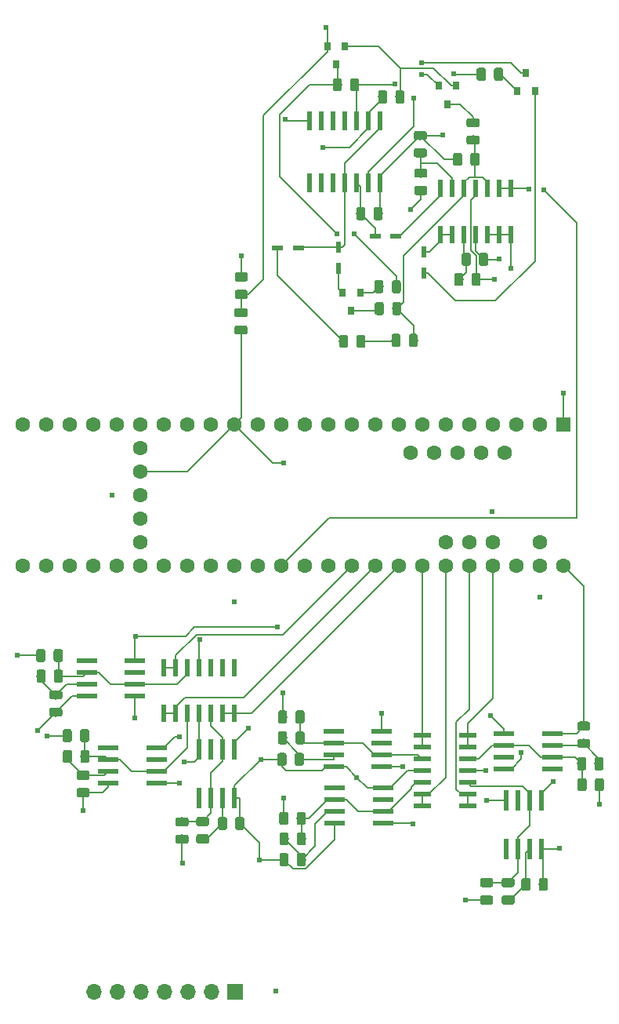
<source format=gtl>
G04 #@! TF.GenerationSoftware,KiCad,Pcbnew,5.0.1-33cea8e~68~ubuntu18.04.1*
G04 #@! TF.CreationDate,2019-11-28T12:45:06-05:00*
G04 #@! TF.ProjectId,new_synth_transistor,6E65775F73796E74685F7472616E7369,rev?*
G04 #@! TF.SameCoordinates,Original*
G04 #@! TF.FileFunction,Copper,L1,Top,Signal*
G04 #@! TF.FilePolarity,Positive*
%FSLAX46Y46*%
G04 Gerber Fmt 4.6, Leading zero omitted, Abs format (unit mm)*
G04 Created by KiCad (PCBNEW 5.0.1-33cea8e~68~ubuntu18.04.1) date Thu 28 Nov 2019 12:45:06 PM EST*
%MOMM*%
%LPD*%
G01*
G04 APERTURE LIST*
G04 #@! TA.AperFunction,SMDPad,CuDef*
%ADD10R,0.600000X1.970000*%
G04 #@! TD*
G04 #@! TA.AperFunction,SMDPad,CuDef*
%ADD11R,2.200000X0.600000*%
G04 #@! TD*
G04 #@! TA.AperFunction,SMDPad,CuDef*
%ADD12R,0.558800X2.159000*%
G04 #@! TD*
G04 #@! TA.AperFunction,ComponentPad*
%ADD13C,1.600000*%
G04 #@! TD*
G04 #@! TA.AperFunction,ComponentPad*
%ADD14R,1.600000X1.600000*%
G04 #@! TD*
G04 #@! TA.AperFunction,Conductor*
%ADD15C,0.100000*%
G04 #@! TD*
G04 #@! TA.AperFunction,SMDPad,CuDef*
%ADD16C,0.975000*%
G04 #@! TD*
G04 #@! TA.AperFunction,SMDPad,CuDef*
%ADD17R,1.168400X0.482600*%
G04 #@! TD*
G04 #@! TA.AperFunction,SMDPad,CuDef*
%ADD18R,0.482600X1.168400*%
G04 #@! TD*
G04 #@! TA.AperFunction,ComponentPad*
%ADD19O,1.700000X1.700000*%
G04 #@! TD*
G04 #@! TA.AperFunction,ComponentPad*
%ADD20R,1.700000X1.700000*%
G04 #@! TD*
G04 #@! TA.AperFunction,SMDPad,CuDef*
%ADD21R,0.800000X0.900000*%
G04 #@! TD*
G04 #@! TA.AperFunction,SMDPad,CuDef*
%ADD22R,1.970000X0.600000*%
G04 #@! TD*
G04 #@! TA.AperFunction,SMDPad,CuDef*
%ADD23R,0.600000X2.200000*%
G04 #@! TD*
G04 #@! TA.AperFunction,ViaPad*
%ADD24C,0.609600*%
G04 #@! TD*
G04 #@! TA.AperFunction,Conductor*
%ADD25C,0.152400*%
G04 #@! TD*
G04 APERTURE END LIST*
D10*
G04 #@! TO.P,U12,1*
G04 #@! TO.N,/ADSR_OUT*
X272191529Y-34803212D03*
G04 #@! TO.P,U12,2*
X270921529Y-34803212D03*
G04 #@! TO.P,U12,3*
G04 #@! TO.N,Net-(C8-Pad1)*
X269651529Y-34803212D03*
G04 #@! TO.P,U12,4*
G04 #@! TO.N,+5V*
X268381529Y-34803212D03*
G04 #@! TO.P,U12,5*
G04 #@! TO.N,Net-(C8-Pad1)*
X267111529Y-34803212D03*
G04 #@! TO.P,U12,6*
G04 #@! TO.N,Net-(R14-Pad2)*
X265841529Y-34803212D03*
G04 #@! TO.P,U12,7*
G04 #@! TO.N,Net-(CR4-Pad2)*
X264571529Y-34803212D03*
G04 #@! TO.P,U12,8*
G04 #@! TO.N,Net-(CR2-Pad1)*
X264571529Y-39753212D03*
G04 #@! TO.P,U12,9*
X265841529Y-39753212D03*
G04 #@! TO.P,U12,10*
G04 #@! TO.N,Net-(R8-Pad2)*
X267111529Y-39753212D03*
G04 #@! TO.P,U12,11*
G04 #@! TO.N,GNDREF*
X268381529Y-39753212D03*
G04 #@! TO.P,U12,12*
G04 #@! TO.N,N/C*
X269651529Y-39753212D03*
G04 #@! TO.P,U12,13*
X270921529Y-39753212D03*
G04 #@! TO.P,U12,14*
X272191529Y-39753212D03*
G04 #@! TD*
D11*
G04 #@! TO.P,U10,2*
G04 #@! TO.N,Net-(C7-Pad2)*
X231546448Y-88244494D03*
G04 #@! TO.P,U10,7*
G04 #@! TO.N,Net-(RA7-Pad1)*
X226346448Y-88244494D03*
G04 #@! TO.P,U10,1*
G04 #@! TO.N,GND*
X231546448Y-89514494D03*
G04 #@! TO.P,U10,3*
G04 #@! TO.N,Net-(U10-Pad3)*
X231546448Y-86974494D03*
G04 #@! TO.P,U10,4*
G04 #@! TO.N,+5V*
X231546448Y-85704494D03*
G04 #@! TO.P,U10,8*
X226346448Y-89514494D03*
G04 #@! TO.P,U10,6*
G04 #@! TO.N,Net-(C7-Pad2)*
X226346448Y-86974494D03*
G04 #@! TO.P,U10,5*
G04 #@! TO.N,Net-(U10-Pad5)*
X226346448Y-85704494D03*
G04 #@! TD*
G04 #@! TO.P,U6,5*
G04 #@! TO.N,Net-(U6-Pad5)*
X276620280Y-97388680D03*
G04 #@! TO.P,U6,6*
G04 #@! TO.N,Net-(C4-Pad2)*
X276620280Y-96118680D03*
G04 #@! TO.P,U6,8*
G04 #@! TO.N,+5V*
X276620280Y-93578680D03*
G04 #@! TO.P,U6,4*
X271420280Y-97388680D03*
G04 #@! TO.P,U6,3*
G04 #@! TO.N,Net-(U6-Pad3)*
X271420280Y-96118680D03*
G04 #@! TO.P,U6,1*
G04 #@! TO.N,GND*
X271420280Y-93578680D03*
G04 #@! TO.P,U6,7*
G04 #@! TO.N,Net-(RA4-Pad1)*
X276620280Y-94848680D03*
G04 #@! TO.P,U6,2*
G04 #@! TO.N,Net-(C4-Pad2)*
X271420280Y-94848680D03*
G04 #@! TD*
G04 #@! TO.P,U4,2*
G04 #@! TO.N,Net-(C2-Pad2)*
X233852970Y-97682153D03*
G04 #@! TO.P,U4,7*
G04 #@! TO.N,Net-(RA2-Pad1)*
X228652970Y-97682153D03*
G04 #@! TO.P,U4,1*
G04 #@! TO.N,GND*
X233852970Y-98952153D03*
G04 #@! TO.P,U4,3*
G04 #@! TO.N,Net-(U4-Pad3)*
X233852970Y-96412153D03*
G04 #@! TO.P,U4,4*
G04 #@! TO.N,+5V*
X233852970Y-95142153D03*
G04 #@! TO.P,U4,8*
X228652970Y-98952153D03*
G04 #@! TO.P,U4,6*
G04 #@! TO.N,Net-(C2-Pad2)*
X228652970Y-96412153D03*
G04 #@! TO.P,U4,5*
G04 #@! TO.N,Net-(U4-Pad5)*
X228652970Y-95142153D03*
G04 #@! TD*
D12*
G04 #@! TO.P,U11,1*
G04 #@! TO.N,Net-(U11-Pad1)*
X250427100Y-34203102D03*
G04 #@! TO.P,U11,2*
G04 #@! TO.N,Net-(U11-Pad2)*
X251697100Y-34203102D03*
G04 #@! TO.P,U11,3*
G04 #@! TO.N,Net-(U11-Pad3)*
X252967100Y-34203102D03*
G04 #@! TO.P,U11,4*
G04 #@! TO.N,/3A*
X254237100Y-34203102D03*
G04 #@! TO.P,U11,5*
G04 #@! TO.N,Net-(CR4-Pad1)*
X255507100Y-34203102D03*
G04 #@! TO.P,U11,6*
G04 #@! TO.N,/2B*
X256777100Y-34203102D03*
G04 #@! TO.P,U11,7*
G04 #@! TO.N,GNDREF*
X258047100Y-34203102D03*
G04 #@! TO.P,U11,8*
G04 #@! TO.N,/3A*
X258047100Y-27446702D03*
G04 #@! TO.P,U11,9*
G04 #@! TO.N,/SIGNAL*
X256777100Y-27446702D03*
G04 #@! TO.P,U11,10*
G04 #@! TO.N,/2B*
X255507100Y-27446702D03*
G04 #@! TO.P,U11,11*
G04 #@! TO.N,Net-(U11-Pad11)*
X254237100Y-27446702D03*
G04 #@! TO.P,U11,12*
G04 #@! TO.N,Net-(U11-Pad12)*
X252967100Y-27446702D03*
G04 #@! TO.P,U11,13*
G04 #@! TO.N,Net-(U11-Pad13)*
X251697100Y-27446702D03*
G04 #@! TO.P,U11,14*
G04 #@! TO.N,+5V*
X250427100Y-27446702D03*
G04 #@! TD*
D13*
G04 #@! TO.P,U8,17*
G04 #@! TO.N,Net-(U8-Pad17)*
X237154720Y-60258960D03*
G04 #@! TO.P,U8,18*
G04 #@! TO.N,Net-(U8-Pad18)*
X234614720Y-60258960D03*
G04 #@! TO.P,U8,19*
G04 #@! TO.N,Net-(U8-Pad19)*
X232074720Y-60258960D03*
G04 #@! TO.P,U8,20*
G04 #@! TO.N,Net-(U8-Pad20)*
X229534720Y-60258960D03*
G04 #@! TO.P,U8,16*
G04 #@! TO.N,Net-(U8-Pad16)*
X239694720Y-60258960D03*
G04 #@! TO.P,U8,15*
G04 #@! TO.N,+3V3*
X242234720Y-60258960D03*
G04 #@! TO.P,U8,14*
G04 #@! TO.N,Net-(U8-Pad14)*
X244774720Y-60258960D03*
G04 #@! TO.P,U8,21*
G04 #@! TO.N,Net-(U8-Pad21)*
X226994720Y-60258960D03*
G04 #@! TO.P,U8,22*
G04 #@! TO.N,Net-(U8-Pad22)*
X224454720Y-60258960D03*
G04 #@! TO.P,U8,23*
G04 #@! TO.N,Net-(U8-Pad23)*
X221914720Y-60258960D03*
G04 #@! TO.P,U8,24*
G04 #@! TO.N,Net-(U8-Pad24)*
X219374720Y-60258960D03*
G04 #@! TO.P,U8,25*
G04 #@! TO.N,Net-(U8-Pad25)*
X232074720Y-62798960D03*
G04 #@! TO.P,U8,26*
G04 #@! TO.N,+3V3*
X232074720Y-65338960D03*
G04 #@! TO.P,U8,27*
G04 #@! TO.N,GND*
X232074720Y-67878960D03*
G04 #@! TO.P,U8,28*
G04 #@! TO.N,Net-(U8-Pad28)*
X232074720Y-70418960D03*
G04 #@! TO.P,U8,29*
G04 #@! TO.N,Net-(U8-Pad29)*
X232074720Y-72958960D03*
G04 #@! TO.P,U8,30*
G04 #@! TO.N,/L1*
X219374720Y-75498960D03*
G04 #@! TO.P,U8,31*
G04 #@! TO.N,/L2*
X221914720Y-75498960D03*
G04 #@! TO.P,U8,32*
G04 #@! TO.N,/L3*
X224454720Y-75498960D03*
G04 #@! TO.P,U8,33*
G04 #@! TO.N,/L4*
X226994720Y-75498960D03*
G04 #@! TO.P,U8,34*
G04 #@! TO.N,/L5*
X229534720Y-75498960D03*
G04 #@! TO.P,U8,35*
G04 #@! TO.N,/L6*
X232074720Y-75498960D03*
G04 #@! TO.P,U8,36*
G04 #@! TO.N,/L7*
X234614720Y-75498960D03*
G04 #@! TO.P,U8,37*
G04 #@! TO.N,/SIGNAL*
X237154720Y-75498960D03*
G04 #@! TO.P,U8,13*
G04 #@! TO.N,Net-(U8-Pad13)*
X247314720Y-60258960D03*
G04 #@! TO.P,U8,12*
G04 #@! TO.N,Net-(U8-Pad12)*
X249854720Y-60258960D03*
G04 #@! TO.P,U8,11*
G04 #@! TO.N,Net-(U8-Pad11)*
X252394720Y-60258960D03*
G04 #@! TO.P,U8,10*
G04 #@! TO.N,Net-(U8-Pad10)*
X254934720Y-60258960D03*
G04 #@! TO.P,U8,9*
G04 #@! TO.N,Net-(U8-Pad9)*
X257474720Y-60258960D03*
G04 #@! TO.P,U8,8*
G04 #@! TO.N,Net-(U8-Pad8)*
X260014720Y-60258960D03*
G04 #@! TO.P,U8,7*
G04 #@! TO.N,Net-(U8-Pad7)*
X262554720Y-60258960D03*
G04 #@! TO.P,U8,6*
G04 #@! TO.N,Net-(U8-Pad6)*
X265094720Y-60258960D03*
G04 #@! TO.P,U8,5*
G04 #@! TO.N,Net-(U8-Pad5)*
X267634720Y-60258960D03*
G04 #@! TO.P,U8,4*
G04 #@! TO.N,Net-(U8-Pad4)*
X270174720Y-60258960D03*
G04 #@! TO.P,U8,3*
G04 #@! TO.N,Net-(U8-Pad3)*
X272714720Y-60258960D03*
G04 #@! TO.P,U8,2*
G04 #@! TO.N,Net-(U8-Pad2)*
X275254720Y-60258960D03*
D14*
G04 #@! TO.P,U8,1*
G04 #@! TO.N,GND*
X277794720Y-60258960D03*
D13*
G04 #@! TO.P,U8,38*
G04 #@! TO.N,/TONE*
X239694720Y-75498960D03*
G04 #@! TO.P,U8,39*
G04 #@! TO.N,GND*
X242234720Y-75498960D03*
G04 #@! TO.P,U8,40*
G04 #@! TO.N,Net-(U8-Pad40)*
X244774720Y-75498960D03*
G04 #@! TO.P,U8,41*
G04 #@! TO.N,/ADSR_OUT*
X247314720Y-75498960D03*
G04 #@! TO.P,U8,42*
G04 #@! TO.N,Net-(U8-Pad42)*
X249854720Y-75498960D03*
G04 #@! TO.P,U8,43*
G04 #@! TO.N,Net-(U8-Pad43)*
X252394720Y-75498960D03*
G04 #@! TO.P,U8,44*
G04 #@! TO.N,/T7*
X254934720Y-75498960D03*
G04 #@! TO.P,U8,45*
G04 #@! TO.N,/T6*
X257474720Y-75498960D03*
G04 #@! TO.P,U8,46*
G04 #@! TO.N,/T5*
X260014720Y-75498960D03*
G04 #@! TO.P,U8,47*
G04 #@! TO.N,/T4*
X262554720Y-75498960D03*
G04 #@! TO.P,U8,48*
G04 #@! TO.N,/T3*
X265094720Y-75498960D03*
G04 #@! TO.P,U8,49*
G04 #@! TO.N,/T2*
X267634720Y-75498960D03*
G04 #@! TO.P,U8,50*
G04 #@! TO.N,/T1*
X270174720Y-75498960D03*
G04 #@! TO.P,U8,51*
G04 #@! TO.N,+3V3*
X272714720Y-75498960D03*
G04 #@! TO.P,U8,52*
G04 #@! TO.N,GND*
X275254720Y-75498960D03*
G04 #@! TO.P,U8,53*
G04 #@! TO.N,+5V*
X277794720Y-75498960D03*
G04 #@! TO.P,U8,54*
G04 #@! TO.N,Net-(U8-Pad54)*
X275254720Y-72958960D03*
G04 #@! TO.P,U8,55*
G04 #@! TO.N,GND*
X270174720Y-72958960D03*
G04 #@! TO.P,U8,56*
G04 #@! TO.N,Net-(U8-Pad56)*
X267634720Y-72958960D03*
G04 #@! TO.P,U8,57*
G04 #@! TO.N,Net-(U8-Pad57)*
X265094720Y-72958960D03*
G04 #@! TO.P,U8,58*
G04 #@! TO.N,N/C*
X271444720Y-63258960D03*
G04 #@! TO.P,U8,59*
X268904720Y-63258960D03*
G04 #@! TO.P,U8,60*
X266364720Y-63258960D03*
G04 #@! TO.P,U8,61*
X263824720Y-63258960D03*
G04 #@! TO.P,U8,62*
X261284720Y-63258960D03*
G04 #@! TD*
D15*
G04 #@! TO.N,GND*
G04 #@! TO.C,C1*
G36*
X247757536Y-91095885D02*
X247781197Y-91099395D01*
X247804401Y-91105207D01*
X247826923Y-91113265D01*
X247848547Y-91123493D01*
X247869064Y-91135790D01*
X247888277Y-91150040D01*
X247906001Y-91166104D01*
X247922065Y-91183828D01*
X247936315Y-91203041D01*
X247948612Y-91223558D01*
X247958840Y-91245182D01*
X247966898Y-91267704D01*
X247972710Y-91290908D01*
X247976220Y-91314569D01*
X247977394Y-91338461D01*
X247977394Y-92250961D01*
X247976220Y-92274853D01*
X247972710Y-92298514D01*
X247966898Y-92321718D01*
X247958840Y-92344240D01*
X247948612Y-92365864D01*
X247936315Y-92386381D01*
X247922065Y-92405594D01*
X247906001Y-92423318D01*
X247888277Y-92439382D01*
X247869064Y-92453632D01*
X247848547Y-92465929D01*
X247826923Y-92476157D01*
X247804401Y-92484215D01*
X247781197Y-92490027D01*
X247757536Y-92493537D01*
X247733644Y-92494711D01*
X247246144Y-92494711D01*
X247222252Y-92493537D01*
X247198591Y-92490027D01*
X247175387Y-92484215D01*
X247152865Y-92476157D01*
X247131241Y-92465929D01*
X247110724Y-92453632D01*
X247091511Y-92439382D01*
X247073787Y-92423318D01*
X247057723Y-92405594D01*
X247043473Y-92386381D01*
X247031176Y-92365864D01*
X247020948Y-92344240D01*
X247012890Y-92321718D01*
X247007078Y-92298514D01*
X247003568Y-92274853D01*
X247002394Y-92250961D01*
X247002394Y-91338461D01*
X247003568Y-91314569D01*
X247007078Y-91290908D01*
X247012890Y-91267704D01*
X247020948Y-91245182D01*
X247031176Y-91223558D01*
X247043473Y-91203041D01*
X247057723Y-91183828D01*
X247073787Y-91166104D01*
X247091511Y-91150040D01*
X247110724Y-91135790D01*
X247131241Y-91123493D01*
X247152865Y-91113265D01*
X247175387Y-91105207D01*
X247198591Y-91099395D01*
X247222252Y-91095885D01*
X247246144Y-91094711D01*
X247733644Y-91094711D01*
X247757536Y-91095885D01*
X247757536Y-91095885D01*
G37*
D16*
G04 #@! TD*
G04 #@! TO.P,C1,1*
G04 #@! TO.N,GND*
X247489894Y-91794711D03*
D15*
G04 #@! TO.N,Net-(C1-Pad2)*
G04 #@! TO.C,C1*
G36*
X249632536Y-91095885D02*
X249656197Y-91099395D01*
X249679401Y-91105207D01*
X249701923Y-91113265D01*
X249723547Y-91123493D01*
X249744064Y-91135790D01*
X249763277Y-91150040D01*
X249781001Y-91166104D01*
X249797065Y-91183828D01*
X249811315Y-91203041D01*
X249823612Y-91223558D01*
X249833840Y-91245182D01*
X249841898Y-91267704D01*
X249847710Y-91290908D01*
X249851220Y-91314569D01*
X249852394Y-91338461D01*
X249852394Y-92250961D01*
X249851220Y-92274853D01*
X249847710Y-92298514D01*
X249841898Y-92321718D01*
X249833840Y-92344240D01*
X249823612Y-92365864D01*
X249811315Y-92386381D01*
X249797065Y-92405594D01*
X249781001Y-92423318D01*
X249763277Y-92439382D01*
X249744064Y-92453632D01*
X249723547Y-92465929D01*
X249701923Y-92476157D01*
X249679401Y-92484215D01*
X249656197Y-92490027D01*
X249632536Y-92493537D01*
X249608644Y-92494711D01*
X249121144Y-92494711D01*
X249097252Y-92493537D01*
X249073591Y-92490027D01*
X249050387Y-92484215D01*
X249027865Y-92476157D01*
X249006241Y-92465929D01*
X248985724Y-92453632D01*
X248966511Y-92439382D01*
X248948787Y-92423318D01*
X248932723Y-92405594D01*
X248918473Y-92386381D01*
X248906176Y-92365864D01*
X248895948Y-92344240D01*
X248887890Y-92321718D01*
X248882078Y-92298514D01*
X248878568Y-92274853D01*
X248877394Y-92250961D01*
X248877394Y-91338461D01*
X248878568Y-91314569D01*
X248882078Y-91290908D01*
X248887890Y-91267704D01*
X248895948Y-91245182D01*
X248906176Y-91223558D01*
X248918473Y-91203041D01*
X248932723Y-91183828D01*
X248948787Y-91166104D01*
X248966511Y-91150040D01*
X248985724Y-91135790D01*
X249006241Y-91123493D01*
X249027865Y-91113265D01*
X249050387Y-91105207D01*
X249073591Y-91099395D01*
X249097252Y-91095885D01*
X249121144Y-91094711D01*
X249608644Y-91094711D01*
X249632536Y-91095885D01*
X249632536Y-91095885D01*
G37*
D16*
G04 #@! TD*
G04 #@! TO.P,C1,2*
G04 #@! TO.N,Net-(C1-Pad2)*
X249364894Y-91794711D03*
D15*
G04 #@! TO.N,GND*
G04 #@! TO.C,C2*
G36*
X224489892Y-93122527D02*
X224513553Y-93126037D01*
X224536757Y-93131849D01*
X224559279Y-93139907D01*
X224580903Y-93150135D01*
X224601420Y-93162432D01*
X224620633Y-93176682D01*
X224638357Y-93192746D01*
X224654421Y-93210470D01*
X224668671Y-93229683D01*
X224680968Y-93250200D01*
X224691196Y-93271824D01*
X224699254Y-93294346D01*
X224705066Y-93317550D01*
X224708576Y-93341211D01*
X224709750Y-93365103D01*
X224709750Y-94277603D01*
X224708576Y-94301495D01*
X224705066Y-94325156D01*
X224699254Y-94348360D01*
X224691196Y-94370882D01*
X224680968Y-94392506D01*
X224668671Y-94413023D01*
X224654421Y-94432236D01*
X224638357Y-94449960D01*
X224620633Y-94466024D01*
X224601420Y-94480274D01*
X224580903Y-94492571D01*
X224559279Y-94502799D01*
X224536757Y-94510857D01*
X224513553Y-94516669D01*
X224489892Y-94520179D01*
X224466000Y-94521353D01*
X223978500Y-94521353D01*
X223954608Y-94520179D01*
X223930947Y-94516669D01*
X223907743Y-94510857D01*
X223885221Y-94502799D01*
X223863597Y-94492571D01*
X223843080Y-94480274D01*
X223823867Y-94466024D01*
X223806143Y-94449960D01*
X223790079Y-94432236D01*
X223775829Y-94413023D01*
X223763532Y-94392506D01*
X223753304Y-94370882D01*
X223745246Y-94348360D01*
X223739434Y-94325156D01*
X223735924Y-94301495D01*
X223734750Y-94277603D01*
X223734750Y-93365103D01*
X223735924Y-93341211D01*
X223739434Y-93317550D01*
X223745246Y-93294346D01*
X223753304Y-93271824D01*
X223763532Y-93250200D01*
X223775829Y-93229683D01*
X223790079Y-93210470D01*
X223806143Y-93192746D01*
X223823867Y-93176682D01*
X223843080Y-93162432D01*
X223863597Y-93150135D01*
X223885221Y-93139907D01*
X223907743Y-93131849D01*
X223930947Y-93126037D01*
X223954608Y-93122527D01*
X223978500Y-93121353D01*
X224466000Y-93121353D01*
X224489892Y-93122527D01*
X224489892Y-93122527D01*
G37*
D16*
G04 #@! TD*
G04 #@! TO.P,C2,1*
G04 #@! TO.N,GND*
X224222250Y-93821353D03*
D15*
G04 #@! TO.N,Net-(C2-Pad2)*
G04 #@! TO.C,C2*
G36*
X226364892Y-93122527D02*
X226388553Y-93126037D01*
X226411757Y-93131849D01*
X226434279Y-93139907D01*
X226455903Y-93150135D01*
X226476420Y-93162432D01*
X226495633Y-93176682D01*
X226513357Y-93192746D01*
X226529421Y-93210470D01*
X226543671Y-93229683D01*
X226555968Y-93250200D01*
X226566196Y-93271824D01*
X226574254Y-93294346D01*
X226580066Y-93317550D01*
X226583576Y-93341211D01*
X226584750Y-93365103D01*
X226584750Y-94277603D01*
X226583576Y-94301495D01*
X226580066Y-94325156D01*
X226574254Y-94348360D01*
X226566196Y-94370882D01*
X226555968Y-94392506D01*
X226543671Y-94413023D01*
X226529421Y-94432236D01*
X226513357Y-94449960D01*
X226495633Y-94466024D01*
X226476420Y-94480274D01*
X226455903Y-94492571D01*
X226434279Y-94502799D01*
X226411757Y-94510857D01*
X226388553Y-94516669D01*
X226364892Y-94520179D01*
X226341000Y-94521353D01*
X225853500Y-94521353D01*
X225829608Y-94520179D01*
X225805947Y-94516669D01*
X225782743Y-94510857D01*
X225760221Y-94502799D01*
X225738597Y-94492571D01*
X225718080Y-94480274D01*
X225698867Y-94466024D01*
X225681143Y-94449960D01*
X225665079Y-94432236D01*
X225650829Y-94413023D01*
X225638532Y-94392506D01*
X225628304Y-94370882D01*
X225620246Y-94348360D01*
X225614434Y-94325156D01*
X225610924Y-94301495D01*
X225609750Y-94277603D01*
X225609750Y-93365103D01*
X225610924Y-93341211D01*
X225614434Y-93317550D01*
X225620246Y-93294346D01*
X225628304Y-93271824D01*
X225638532Y-93250200D01*
X225650829Y-93229683D01*
X225665079Y-93210470D01*
X225681143Y-93192746D01*
X225698867Y-93176682D01*
X225718080Y-93162432D01*
X225738597Y-93150135D01*
X225760221Y-93139907D01*
X225782743Y-93131849D01*
X225805947Y-93126037D01*
X225829608Y-93122527D01*
X225853500Y-93121353D01*
X226341000Y-93121353D01*
X226364892Y-93122527D01*
X226364892Y-93122527D01*
G37*
D16*
G04 #@! TD*
G04 #@! TO.P,C2,2*
G04 #@! TO.N,Net-(C2-Pad2)*
X226097250Y-93821353D03*
D15*
G04 #@! TO.N,Net-(C3-Pad2)*
G04 #@! TO.C,C3*
G36*
X249756437Y-102050095D02*
X249780098Y-102053605D01*
X249803302Y-102059417D01*
X249825824Y-102067475D01*
X249847448Y-102077703D01*
X249867965Y-102090000D01*
X249887178Y-102104250D01*
X249904902Y-102120314D01*
X249920966Y-102138038D01*
X249935216Y-102157251D01*
X249947513Y-102177768D01*
X249957741Y-102199392D01*
X249965799Y-102221914D01*
X249971611Y-102245118D01*
X249975121Y-102268779D01*
X249976295Y-102292671D01*
X249976295Y-103205171D01*
X249975121Y-103229063D01*
X249971611Y-103252724D01*
X249965799Y-103275928D01*
X249957741Y-103298450D01*
X249947513Y-103320074D01*
X249935216Y-103340591D01*
X249920966Y-103359804D01*
X249904902Y-103377528D01*
X249887178Y-103393592D01*
X249867965Y-103407842D01*
X249847448Y-103420139D01*
X249825824Y-103430367D01*
X249803302Y-103438425D01*
X249780098Y-103444237D01*
X249756437Y-103447747D01*
X249732545Y-103448921D01*
X249245045Y-103448921D01*
X249221153Y-103447747D01*
X249197492Y-103444237D01*
X249174288Y-103438425D01*
X249151766Y-103430367D01*
X249130142Y-103420139D01*
X249109625Y-103407842D01*
X249090412Y-103393592D01*
X249072688Y-103377528D01*
X249056624Y-103359804D01*
X249042374Y-103340591D01*
X249030077Y-103320074D01*
X249019849Y-103298450D01*
X249011791Y-103275928D01*
X249005979Y-103252724D01*
X249002469Y-103229063D01*
X249001295Y-103205171D01*
X249001295Y-102292671D01*
X249002469Y-102268779D01*
X249005979Y-102245118D01*
X249011791Y-102221914D01*
X249019849Y-102199392D01*
X249030077Y-102177768D01*
X249042374Y-102157251D01*
X249056624Y-102138038D01*
X249072688Y-102120314D01*
X249090412Y-102104250D01*
X249109625Y-102090000D01*
X249130142Y-102077703D01*
X249151766Y-102067475D01*
X249174288Y-102059417D01*
X249197492Y-102053605D01*
X249221153Y-102050095D01*
X249245045Y-102048921D01*
X249732545Y-102048921D01*
X249756437Y-102050095D01*
X249756437Y-102050095D01*
G37*
D16*
G04 #@! TD*
G04 #@! TO.P,C3,2*
G04 #@! TO.N,Net-(C3-Pad2)*
X249488795Y-102748921D03*
D15*
G04 #@! TO.N,GND*
G04 #@! TO.C,C3*
G36*
X247881437Y-102050095D02*
X247905098Y-102053605D01*
X247928302Y-102059417D01*
X247950824Y-102067475D01*
X247972448Y-102077703D01*
X247992965Y-102090000D01*
X248012178Y-102104250D01*
X248029902Y-102120314D01*
X248045966Y-102138038D01*
X248060216Y-102157251D01*
X248072513Y-102177768D01*
X248082741Y-102199392D01*
X248090799Y-102221914D01*
X248096611Y-102245118D01*
X248100121Y-102268779D01*
X248101295Y-102292671D01*
X248101295Y-103205171D01*
X248100121Y-103229063D01*
X248096611Y-103252724D01*
X248090799Y-103275928D01*
X248082741Y-103298450D01*
X248072513Y-103320074D01*
X248060216Y-103340591D01*
X248045966Y-103359804D01*
X248029902Y-103377528D01*
X248012178Y-103393592D01*
X247992965Y-103407842D01*
X247972448Y-103420139D01*
X247950824Y-103430367D01*
X247928302Y-103438425D01*
X247905098Y-103444237D01*
X247881437Y-103447747D01*
X247857545Y-103448921D01*
X247370045Y-103448921D01*
X247346153Y-103447747D01*
X247322492Y-103444237D01*
X247299288Y-103438425D01*
X247276766Y-103430367D01*
X247255142Y-103420139D01*
X247234625Y-103407842D01*
X247215412Y-103393592D01*
X247197688Y-103377528D01*
X247181624Y-103359804D01*
X247167374Y-103340591D01*
X247155077Y-103320074D01*
X247144849Y-103298450D01*
X247136791Y-103275928D01*
X247130979Y-103252724D01*
X247127469Y-103229063D01*
X247126295Y-103205171D01*
X247126295Y-102292671D01*
X247127469Y-102268779D01*
X247130979Y-102245118D01*
X247136791Y-102221914D01*
X247144849Y-102199392D01*
X247155077Y-102177768D01*
X247167374Y-102157251D01*
X247181624Y-102138038D01*
X247197688Y-102120314D01*
X247215412Y-102104250D01*
X247234625Y-102090000D01*
X247255142Y-102077703D01*
X247276766Y-102067475D01*
X247299288Y-102059417D01*
X247322492Y-102053605D01*
X247346153Y-102050095D01*
X247370045Y-102048921D01*
X247857545Y-102048921D01*
X247881437Y-102050095D01*
X247881437Y-102050095D01*
G37*
D16*
G04 #@! TD*
G04 #@! TO.P,C3,1*
G04 #@! TO.N,GND*
X247613795Y-102748921D03*
D15*
G04 #@! TO.N,Net-(C4-Pad2)*
G04 #@! TO.C,C4*
G36*
X280111902Y-98411974D02*
X280135563Y-98415484D01*
X280158767Y-98421296D01*
X280181289Y-98429354D01*
X280202913Y-98439582D01*
X280223430Y-98451879D01*
X280242643Y-98466129D01*
X280260367Y-98482193D01*
X280276431Y-98499917D01*
X280290681Y-98519130D01*
X280302978Y-98539647D01*
X280313206Y-98561271D01*
X280321264Y-98583793D01*
X280327076Y-98606997D01*
X280330586Y-98630658D01*
X280331760Y-98654550D01*
X280331760Y-99567050D01*
X280330586Y-99590942D01*
X280327076Y-99614603D01*
X280321264Y-99637807D01*
X280313206Y-99660329D01*
X280302978Y-99681953D01*
X280290681Y-99702470D01*
X280276431Y-99721683D01*
X280260367Y-99739407D01*
X280242643Y-99755471D01*
X280223430Y-99769721D01*
X280202913Y-99782018D01*
X280181289Y-99792246D01*
X280158767Y-99800304D01*
X280135563Y-99806116D01*
X280111902Y-99809626D01*
X280088010Y-99810800D01*
X279600510Y-99810800D01*
X279576618Y-99809626D01*
X279552957Y-99806116D01*
X279529753Y-99800304D01*
X279507231Y-99792246D01*
X279485607Y-99782018D01*
X279465090Y-99769721D01*
X279445877Y-99755471D01*
X279428153Y-99739407D01*
X279412089Y-99721683D01*
X279397839Y-99702470D01*
X279385542Y-99681953D01*
X279375314Y-99660329D01*
X279367256Y-99637807D01*
X279361444Y-99614603D01*
X279357934Y-99590942D01*
X279356760Y-99567050D01*
X279356760Y-98654550D01*
X279357934Y-98630658D01*
X279361444Y-98606997D01*
X279367256Y-98583793D01*
X279375314Y-98561271D01*
X279385542Y-98539647D01*
X279397839Y-98519130D01*
X279412089Y-98499917D01*
X279428153Y-98482193D01*
X279445877Y-98466129D01*
X279465090Y-98451879D01*
X279485607Y-98439582D01*
X279507231Y-98429354D01*
X279529753Y-98421296D01*
X279552957Y-98415484D01*
X279576618Y-98411974D01*
X279600510Y-98410800D01*
X280088010Y-98410800D01*
X280111902Y-98411974D01*
X280111902Y-98411974D01*
G37*
D16*
G04 #@! TD*
G04 #@! TO.P,C4,2*
G04 #@! TO.N,Net-(C4-Pad2)*
X279844260Y-99110800D03*
D15*
G04 #@! TO.N,GND*
G04 #@! TO.C,C4*
G36*
X281986902Y-98411974D02*
X282010563Y-98415484D01*
X282033767Y-98421296D01*
X282056289Y-98429354D01*
X282077913Y-98439582D01*
X282098430Y-98451879D01*
X282117643Y-98466129D01*
X282135367Y-98482193D01*
X282151431Y-98499917D01*
X282165681Y-98519130D01*
X282177978Y-98539647D01*
X282188206Y-98561271D01*
X282196264Y-98583793D01*
X282202076Y-98606997D01*
X282205586Y-98630658D01*
X282206760Y-98654550D01*
X282206760Y-99567050D01*
X282205586Y-99590942D01*
X282202076Y-99614603D01*
X282196264Y-99637807D01*
X282188206Y-99660329D01*
X282177978Y-99681953D01*
X282165681Y-99702470D01*
X282151431Y-99721683D01*
X282135367Y-99739407D01*
X282117643Y-99755471D01*
X282098430Y-99769721D01*
X282077913Y-99782018D01*
X282056289Y-99792246D01*
X282033767Y-99800304D01*
X282010563Y-99806116D01*
X281986902Y-99809626D01*
X281963010Y-99810800D01*
X281475510Y-99810800D01*
X281451618Y-99809626D01*
X281427957Y-99806116D01*
X281404753Y-99800304D01*
X281382231Y-99792246D01*
X281360607Y-99782018D01*
X281340090Y-99769721D01*
X281320877Y-99755471D01*
X281303153Y-99739407D01*
X281287089Y-99721683D01*
X281272839Y-99702470D01*
X281260542Y-99681953D01*
X281250314Y-99660329D01*
X281242256Y-99637807D01*
X281236444Y-99614603D01*
X281232934Y-99590942D01*
X281231760Y-99567050D01*
X281231760Y-98654550D01*
X281232934Y-98630658D01*
X281236444Y-98606997D01*
X281242256Y-98583793D01*
X281250314Y-98561271D01*
X281260542Y-98539647D01*
X281272839Y-98519130D01*
X281287089Y-98499917D01*
X281303153Y-98482193D01*
X281320877Y-98466129D01*
X281340090Y-98451879D01*
X281360607Y-98439582D01*
X281382231Y-98429354D01*
X281404753Y-98421296D01*
X281427957Y-98415484D01*
X281451618Y-98411974D01*
X281475510Y-98410800D01*
X281963010Y-98410800D01*
X281986902Y-98411974D01*
X281986902Y-98411974D01*
G37*
D16*
G04 #@! TD*
G04 #@! TO.P,C4,1*
G04 #@! TO.N,GND*
X281719260Y-99110800D03*
D15*
G04 #@! TO.N,GND*
G04 #@! TO.C,C5*
G36*
X269994462Y-111068174D02*
X270018123Y-111071684D01*
X270041327Y-111077496D01*
X270063849Y-111085554D01*
X270085473Y-111095782D01*
X270105990Y-111108079D01*
X270125203Y-111122329D01*
X270142927Y-111138393D01*
X270158991Y-111156117D01*
X270173241Y-111175330D01*
X270185538Y-111195847D01*
X270195766Y-111217471D01*
X270203824Y-111239993D01*
X270209636Y-111263197D01*
X270213146Y-111286858D01*
X270214320Y-111310750D01*
X270214320Y-111798250D01*
X270213146Y-111822142D01*
X270209636Y-111845803D01*
X270203824Y-111869007D01*
X270195766Y-111891529D01*
X270185538Y-111913153D01*
X270173241Y-111933670D01*
X270158991Y-111952883D01*
X270142927Y-111970607D01*
X270125203Y-111986671D01*
X270105990Y-112000921D01*
X270085473Y-112013218D01*
X270063849Y-112023446D01*
X270041327Y-112031504D01*
X270018123Y-112037316D01*
X269994462Y-112040826D01*
X269970570Y-112042000D01*
X269058070Y-112042000D01*
X269034178Y-112040826D01*
X269010517Y-112037316D01*
X268987313Y-112031504D01*
X268964791Y-112023446D01*
X268943167Y-112013218D01*
X268922650Y-112000921D01*
X268903437Y-111986671D01*
X268885713Y-111970607D01*
X268869649Y-111952883D01*
X268855399Y-111933670D01*
X268843102Y-111913153D01*
X268832874Y-111891529D01*
X268824816Y-111869007D01*
X268819004Y-111845803D01*
X268815494Y-111822142D01*
X268814320Y-111798250D01*
X268814320Y-111310750D01*
X268815494Y-111286858D01*
X268819004Y-111263197D01*
X268824816Y-111239993D01*
X268832874Y-111217471D01*
X268843102Y-111195847D01*
X268855399Y-111175330D01*
X268869649Y-111156117D01*
X268885713Y-111138393D01*
X268903437Y-111122329D01*
X268922650Y-111108079D01*
X268943167Y-111095782D01*
X268964791Y-111085554D01*
X268987313Y-111077496D01*
X269010517Y-111071684D01*
X269034178Y-111068174D01*
X269058070Y-111067000D01*
X269970570Y-111067000D01*
X269994462Y-111068174D01*
X269994462Y-111068174D01*
G37*
D16*
G04 #@! TD*
G04 #@! TO.P,C5,1*
G04 #@! TO.N,GND*
X269514320Y-111554500D03*
D15*
G04 #@! TO.N,Net-(C5-Pad2)*
G04 #@! TO.C,C5*
G36*
X269994462Y-109193174D02*
X270018123Y-109196684D01*
X270041327Y-109202496D01*
X270063849Y-109210554D01*
X270085473Y-109220782D01*
X270105990Y-109233079D01*
X270125203Y-109247329D01*
X270142927Y-109263393D01*
X270158991Y-109281117D01*
X270173241Y-109300330D01*
X270185538Y-109320847D01*
X270195766Y-109342471D01*
X270203824Y-109364993D01*
X270209636Y-109388197D01*
X270213146Y-109411858D01*
X270214320Y-109435750D01*
X270214320Y-109923250D01*
X270213146Y-109947142D01*
X270209636Y-109970803D01*
X270203824Y-109994007D01*
X270195766Y-110016529D01*
X270185538Y-110038153D01*
X270173241Y-110058670D01*
X270158991Y-110077883D01*
X270142927Y-110095607D01*
X270125203Y-110111671D01*
X270105990Y-110125921D01*
X270085473Y-110138218D01*
X270063849Y-110148446D01*
X270041327Y-110156504D01*
X270018123Y-110162316D01*
X269994462Y-110165826D01*
X269970570Y-110167000D01*
X269058070Y-110167000D01*
X269034178Y-110165826D01*
X269010517Y-110162316D01*
X268987313Y-110156504D01*
X268964791Y-110148446D01*
X268943167Y-110138218D01*
X268922650Y-110125921D01*
X268903437Y-110111671D01*
X268885713Y-110095607D01*
X268869649Y-110077883D01*
X268855399Y-110058670D01*
X268843102Y-110038153D01*
X268832874Y-110016529D01*
X268824816Y-109994007D01*
X268819004Y-109970803D01*
X268815494Y-109947142D01*
X268814320Y-109923250D01*
X268814320Y-109435750D01*
X268815494Y-109411858D01*
X268819004Y-109388197D01*
X268824816Y-109364993D01*
X268832874Y-109342471D01*
X268843102Y-109320847D01*
X268855399Y-109300330D01*
X268869649Y-109281117D01*
X268885713Y-109263393D01*
X268903437Y-109247329D01*
X268922650Y-109233079D01*
X268943167Y-109220782D01*
X268964791Y-109210554D01*
X268987313Y-109202496D01*
X269010517Y-109196684D01*
X269034178Y-109193174D01*
X269058070Y-109192000D01*
X269970570Y-109192000D01*
X269994462Y-109193174D01*
X269994462Y-109193174D01*
G37*
D16*
G04 #@! TD*
G04 #@! TO.P,C5,2*
G04 #@! TO.N,Net-(C5-Pad2)*
X269514320Y-109679500D03*
D15*
G04 #@! TO.N,Net-(C6-Pad2)*
G04 #@! TO.C,C6*
G36*
X237111622Y-102629814D02*
X237135283Y-102633324D01*
X237158487Y-102639136D01*
X237181009Y-102647194D01*
X237202633Y-102657422D01*
X237223150Y-102669719D01*
X237242363Y-102683969D01*
X237260087Y-102700033D01*
X237276151Y-102717757D01*
X237290401Y-102736970D01*
X237302698Y-102757487D01*
X237312926Y-102779111D01*
X237320984Y-102801633D01*
X237326796Y-102824837D01*
X237330306Y-102848498D01*
X237331480Y-102872390D01*
X237331480Y-103359890D01*
X237330306Y-103383782D01*
X237326796Y-103407443D01*
X237320984Y-103430647D01*
X237312926Y-103453169D01*
X237302698Y-103474793D01*
X237290401Y-103495310D01*
X237276151Y-103514523D01*
X237260087Y-103532247D01*
X237242363Y-103548311D01*
X237223150Y-103562561D01*
X237202633Y-103574858D01*
X237181009Y-103585086D01*
X237158487Y-103593144D01*
X237135283Y-103598956D01*
X237111622Y-103602466D01*
X237087730Y-103603640D01*
X236175230Y-103603640D01*
X236151338Y-103602466D01*
X236127677Y-103598956D01*
X236104473Y-103593144D01*
X236081951Y-103585086D01*
X236060327Y-103574858D01*
X236039810Y-103562561D01*
X236020597Y-103548311D01*
X236002873Y-103532247D01*
X235986809Y-103514523D01*
X235972559Y-103495310D01*
X235960262Y-103474793D01*
X235950034Y-103453169D01*
X235941976Y-103430647D01*
X235936164Y-103407443D01*
X235932654Y-103383782D01*
X235931480Y-103359890D01*
X235931480Y-102872390D01*
X235932654Y-102848498D01*
X235936164Y-102824837D01*
X235941976Y-102801633D01*
X235950034Y-102779111D01*
X235960262Y-102757487D01*
X235972559Y-102736970D01*
X235986809Y-102717757D01*
X236002873Y-102700033D01*
X236020597Y-102683969D01*
X236039810Y-102669719D01*
X236060327Y-102657422D01*
X236081951Y-102647194D01*
X236104473Y-102639136D01*
X236127677Y-102633324D01*
X236151338Y-102629814D01*
X236175230Y-102628640D01*
X237087730Y-102628640D01*
X237111622Y-102629814D01*
X237111622Y-102629814D01*
G37*
D16*
G04 #@! TD*
G04 #@! TO.P,C6,2*
G04 #@! TO.N,Net-(C6-Pad2)*
X236631480Y-103116140D03*
D15*
G04 #@! TO.N,GND*
G04 #@! TO.C,C6*
G36*
X237111622Y-104504814D02*
X237135283Y-104508324D01*
X237158487Y-104514136D01*
X237181009Y-104522194D01*
X237202633Y-104532422D01*
X237223150Y-104544719D01*
X237242363Y-104558969D01*
X237260087Y-104575033D01*
X237276151Y-104592757D01*
X237290401Y-104611970D01*
X237302698Y-104632487D01*
X237312926Y-104654111D01*
X237320984Y-104676633D01*
X237326796Y-104699837D01*
X237330306Y-104723498D01*
X237331480Y-104747390D01*
X237331480Y-105234890D01*
X237330306Y-105258782D01*
X237326796Y-105282443D01*
X237320984Y-105305647D01*
X237312926Y-105328169D01*
X237302698Y-105349793D01*
X237290401Y-105370310D01*
X237276151Y-105389523D01*
X237260087Y-105407247D01*
X237242363Y-105423311D01*
X237223150Y-105437561D01*
X237202633Y-105449858D01*
X237181009Y-105460086D01*
X237158487Y-105468144D01*
X237135283Y-105473956D01*
X237111622Y-105477466D01*
X237087730Y-105478640D01*
X236175230Y-105478640D01*
X236151338Y-105477466D01*
X236127677Y-105473956D01*
X236104473Y-105468144D01*
X236081951Y-105460086D01*
X236060327Y-105449858D01*
X236039810Y-105437561D01*
X236020597Y-105423311D01*
X236002873Y-105407247D01*
X235986809Y-105389523D01*
X235972559Y-105370310D01*
X235960262Y-105349793D01*
X235950034Y-105328169D01*
X235941976Y-105305647D01*
X235936164Y-105282443D01*
X235932654Y-105258782D01*
X235931480Y-105234890D01*
X235931480Y-104747390D01*
X235932654Y-104723498D01*
X235936164Y-104699837D01*
X235941976Y-104676633D01*
X235950034Y-104654111D01*
X235960262Y-104632487D01*
X235972559Y-104611970D01*
X235986809Y-104592757D01*
X236002873Y-104575033D01*
X236020597Y-104558969D01*
X236039810Y-104544719D01*
X236060327Y-104532422D01*
X236081951Y-104522194D01*
X236104473Y-104514136D01*
X236127677Y-104508324D01*
X236151338Y-104504814D01*
X236175230Y-104503640D01*
X237087730Y-104503640D01*
X237111622Y-104504814D01*
X237111622Y-104504814D01*
G37*
D16*
G04 #@! TD*
G04 #@! TO.P,C6,1*
G04 #@! TO.N,GND*
X236631480Y-104991140D03*
D15*
G04 #@! TO.N,GND*
G04 #@! TO.C,C7*
G36*
X221631950Y-84467188D02*
X221655611Y-84470698D01*
X221678815Y-84476510D01*
X221701337Y-84484568D01*
X221722961Y-84494796D01*
X221743478Y-84507093D01*
X221762691Y-84521343D01*
X221780415Y-84537407D01*
X221796479Y-84555131D01*
X221810729Y-84574344D01*
X221823026Y-84594861D01*
X221833254Y-84616485D01*
X221841312Y-84639007D01*
X221847124Y-84662211D01*
X221850634Y-84685872D01*
X221851808Y-84709764D01*
X221851808Y-85622264D01*
X221850634Y-85646156D01*
X221847124Y-85669817D01*
X221841312Y-85693021D01*
X221833254Y-85715543D01*
X221823026Y-85737167D01*
X221810729Y-85757684D01*
X221796479Y-85776897D01*
X221780415Y-85794621D01*
X221762691Y-85810685D01*
X221743478Y-85824935D01*
X221722961Y-85837232D01*
X221701337Y-85847460D01*
X221678815Y-85855518D01*
X221655611Y-85861330D01*
X221631950Y-85864840D01*
X221608058Y-85866014D01*
X221120558Y-85866014D01*
X221096666Y-85864840D01*
X221073005Y-85861330D01*
X221049801Y-85855518D01*
X221027279Y-85847460D01*
X221005655Y-85837232D01*
X220985138Y-85824935D01*
X220965925Y-85810685D01*
X220948201Y-85794621D01*
X220932137Y-85776897D01*
X220917887Y-85757684D01*
X220905590Y-85737167D01*
X220895362Y-85715543D01*
X220887304Y-85693021D01*
X220881492Y-85669817D01*
X220877982Y-85646156D01*
X220876808Y-85622264D01*
X220876808Y-84709764D01*
X220877982Y-84685872D01*
X220881492Y-84662211D01*
X220887304Y-84639007D01*
X220895362Y-84616485D01*
X220905590Y-84594861D01*
X220917887Y-84574344D01*
X220932137Y-84555131D01*
X220948201Y-84537407D01*
X220965925Y-84521343D01*
X220985138Y-84507093D01*
X221005655Y-84494796D01*
X221027279Y-84484568D01*
X221049801Y-84476510D01*
X221073005Y-84470698D01*
X221096666Y-84467188D01*
X221120558Y-84466014D01*
X221608058Y-84466014D01*
X221631950Y-84467188D01*
X221631950Y-84467188D01*
G37*
D16*
G04 #@! TD*
G04 #@! TO.P,C7,1*
G04 #@! TO.N,GND*
X221364308Y-85166014D03*
D15*
G04 #@! TO.N,Net-(C7-Pad2)*
G04 #@! TO.C,C7*
G36*
X223506950Y-84467188D02*
X223530611Y-84470698D01*
X223553815Y-84476510D01*
X223576337Y-84484568D01*
X223597961Y-84494796D01*
X223618478Y-84507093D01*
X223637691Y-84521343D01*
X223655415Y-84537407D01*
X223671479Y-84555131D01*
X223685729Y-84574344D01*
X223698026Y-84594861D01*
X223708254Y-84616485D01*
X223716312Y-84639007D01*
X223722124Y-84662211D01*
X223725634Y-84685872D01*
X223726808Y-84709764D01*
X223726808Y-85622264D01*
X223725634Y-85646156D01*
X223722124Y-85669817D01*
X223716312Y-85693021D01*
X223708254Y-85715543D01*
X223698026Y-85737167D01*
X223685729Y-85757684D01*
X223671479Y-85776897D01*
X223655415Y-85794621D01*
X223637691Y-85810685D01*
X223618478Y-85824935D01*
X223597961Y-85837232D01*
X223576337Y-85847460D01*
X223553815Y-85855518D01*
X223530611Y-85861330D01*
X223506950Y-85864840D01*
X223483058Y-85866014D01*
X222995558Y-85866014D01*
X222971666Y-85864840D01*
X222948005Y-85861330D01*
X222924801Y-85855518D01*
X222902279Y-85847460D01*
X222880655Y-85837232D01*
X222860138Y-85824935D01*
X222840925Y-85810685D01*
X222823201Y-85794621D01*
X222807137Y-85776897D01*
X222792887Y-85757684D01*
X222780590Y-85737167D01*
X222770362Y-85715543D01*
X222762304Y-85693021D01*
X222756492Y-85669817D01*
X222752982Y-85646156D01*
X222751808Y-85622264D01*
X222751808Y-84709764D01*
X222752982Y-84685872D01*
X222756492Y-84662211D01*
X222762304Y-84639007D01*
X222770362Y-84616485D01*
X222780590Y-84594861D01*
X222792887Y-84574344D01*
X222807137Y-84555131D01*
X222823201Y-84537407D01*
X222840925Y-84521343D01*
X222860138Y-84507093D01*
X222880655Y-84494796D01*
X222902279Y-84484568D01*
X222924801Y-84476510D01*
X222948005Y-84470698D01*
X222971666Y-84467188D01*
X222995558Y-84466014D01*
X223483058Y-84466014D01*
X223506950Y-84467188D01*
X223506950Y-84467188D01*
G37*
D16*
G04 #@! TD*
G04 #@! TO.P,C7,2*
G04 #@! TO.N,Net-(C7-Pad2)*
X223239308Y-85166014D03*
D15*
G04 #@! TO.N,Net-(C8-Pad1)*
G04 #@! TO.C,C8*
G36*
X268543562Y-30938876D02*
X268567223Y-30942386D01*
X268590427Y-30948198D01*
X268612949Y-30956256D01*
X268634573Y-30966484D01*
X268655090Y-30978781D01*
X268674303Y-30993031D01*
X268692027Y-31009095D01*
X268708091Y-31026819D01*
X268722341Y-31046032D01*
X268734638Y-31066549D01*
X268744866Y-31088173D01*
X268752924Y-31110695D01*
X268758736Y-31133899D01*
X268762246Y-31157560D01*
X268763420Y-31181452D01*
X268763420Y-32093952D01*
X268762246Y-32117844D01*
X268758736Y-32141505D01*
X268752924Y-32164709D01*
X268744866Y-32187231D01*
X268734638Y-32208855D01*
X268722341Y-32229372D01*
X268708091Y-32248585D01*
X268692027Y-32266309D01*
X268674303Y-32282373D01*
X268655090Y-32296623D01*
X268634573Y-32308920D01*
X268612949Y-32319148D01*
X268590427Y-32327206D01*
X268567223Y-32333018D01*
X268543562Y-32336528D01*
X268519670Y-32337702D01*
X268032170Y-32337702D01*
X268008278Y-32336528D01*
X267984617Y-32333018D01*
X267961413Y-32327206D01*
X267938891Y-32319148D01*
X267917267Y-32308920D01*
X267896750Y-32296623D01*
X267877537Y-32282373D01*
X267859813Y-32266309D01*
X267843749Y-32248585D01*
X267829499Y-32229372D01*
X267817202Y-32208855D01*
X267806974Y-32187231D01*
X267798916Y-32164709D01*
X267793104Y-32141505D01*
X267789594Y-32117844D01*
X267788420Y-32093952D01*
X267788420Y-31181452D01*
X267789594Y-31157560D01*
X267793104Y-31133899D01*
X267798916Y-31110695D01*
X267806974Y-31088173D01*
X267817202Y-31066549D01*
X267829499Y-31046032D01*
X267843749Y-31026819D01*
X267859813Y-31009095D01*
X267877537Y-30993031D01*
X267896750Y-30978781D01*
X267917267Y-30966484D01*
X267938891Y-30956256D01*
X267961413Y-30948198D01*
X267984617Y-30942386D01*
X268008278Y-30938876D01*
X268032170Y-30937702D01*
X268519670Y-30937702D01*
X268543562Y-30938876D01*
X268543562Y-30938876D01*
G37*
D16*
G04 #@! TD*
G04 #@! TO.P,C8,1*
G04 #@! TO.N,Net-(C8-Pad1)*
X268275920Y-31637702D03*
D15*
G04 #@! TO.N,GNDREF*
G04 #@! TO.C,C8*
G36*
X266668562Y-30938876D02*
X266692223Y-30942386D01*
X266715427Y-30948198D01*
X266737949Y-30956256D01*
X266759573Y-30966484D01*
X266780090Y-30978781D01*
X266799303Y-30993031D01*
X266817027Y-31009095D01*
X266833091Y-31026819D01*
X266847341Y-31046032D01*
X266859638Y-31066549D01*
X266869866Y-31088173D01*
X266877924Y-31110695D01*
X266883736Y-31133899D01*
X266887246Y-31157560D01*
X266888420Y-31181452D01*
X266888420Y-32093952D01*
X266887246Y-32117844D01*
X266883736Y-32141505D01*
X266877924Y-32164709D01*
X266869866Y-32187231D01*
X266859638Y-32208855D01*
X266847341Y-32229372D01*
X266833091Y-32248585D01*
X266817027Y-32266309D01*
X266799303Y-32282373D01*
X266780090Y-32296623D01*
X266759573Y-32308920D01*
X266737949Y-32319148D01*
X266715427Y-32327206D01*
X266692223Y-32333018D01*
X266668562Y-32336528D01*
X266644670Y-32337702D01*
X266157170Y-32337702D01*
X266133278Y-32336528D01*
X266109617Y-32333018D01*
X266086413Y-32327206D01*
X266063891Y-32319148D01*
X266042267Y-32308920D01*
X266021750Y-32296623D01*
X266002537Y-32282373D01*
X265984813Y-32266309D01*
X265968749Y-32248585D01*
X265954499Y-32229372D01*
X265942202Y-32208855D01*
X265931974Y-32187231D01*
X265923916Y-32164709D01*
X265918104Y-32141505D01*
X265914594Y-32117844D01*
X265913420Y-32093952D01*
X265913420Y-31181452D01*
X265914594Y-31157560D01*
X265918104Y-31133899D01*
X265923916Y-31110695D01*
X265931974Y-31088173D01*
X265942202Y-31066549D01*
X265954499Y-31046032D01*
X265968749Y-31026819D01*
X265984813Y-31009095D01*
X266002537Y-30993031D01*
X266021750Y-30978781D01*
X266042267Y-30966484D01*
X266063891Y-30956256D01*
X266086413Y-30948198D01*
X266109617Y-30942386D01*
X266133278Y-30938876D01*
X266157170Y-30937702D01*
X266644670Y-30937702D01*
X266668562Y-30938876D01*
X266668562Y-30938876D01*
G37*
D16*
G04 #@! TD*
G04 #@! TO.P,C8,2*
G04 #@! TO.N,GNDREF*
X266400920Y-31637702D03*
D17*
G04 #@! TO.P,CR1,1*
G04 #@! TO.N,Net-(CR1-Pad1)*
X246942220Y-41218582D03*
G04 #@! TO.P,CR1,2*
G04 #@! TO.N,/3A*
X249177420Y-41218582D03*
G04 #@! TD*
D18*
G04 #@! TO.P,CR2,2*
G04 #@! TO.N,Net-(CR2-Pad2)*
X262773209Y-43872052D03*
G04 #@! TO.P,CR2,1*
G04 #@! TO.N,Net-(CR2-Pad1)*
X262773209Y-41636852D03*
G04 #@! TD*
G04 #@! TO.P,CR3,2*
G04 #@! TO.N,Net-(CR3-Pad2)*
X253571620Y-43382662D03*
G04 #@! TO.P,CR3,1*
G04 #@! TO.N,/3A*
X253571620Y-41147462D03*
G04 #@! TD*
D17*
G04 #@! TO.P,CR4,1*
G04 #@! TO.N,Net-(CR4-Pad1)*
X257478140Y-39913022D03*
G04 #@! TO.P,CR4,2*
G04 #@! TO.N,Net-(CR4-Pad2)*
X259713340Y-39913022D03*
G04 #@! TD*
D19*
G04 #@! TO.P,J1,7*
G04 #@! TO.N,Net-(J1-Pad7)*
X227116640Y-121452640D03*
G04 #@! TO.P,J1,6*
G04 #@! TO.N,Net-(J1-Pad6)*
X229656640Y-121452640D03*
G04 #@! TO.P,J1,5*
G04 #@! TO.N,Net-(J1-Pad5)*
X232196640Y-121452640D03*
G04 #@! TO.P,J1,4*
G04 #@! TO.N,Net-(J1-Pad4)*
X234736640Y-121452640D03*
G04 #@! TO.P,J1,3*
G04 #@! TO.N,Net-(J1-Pad3)*
X237276640Y-121452640D03*
G04 #@! TO.P,J1,2*
G04 #@! TO.N,/TONE*
X239816640Y-121452640D03*
D20*
G04 #@! TO.P,J1,1*
G04 #@! TO.N,GND*
X242356640Y-121452640D03*
G04 #@! TD*
D21*
G04 #@! TO.P,Q1,1*
G04 #@! TO.N,Net-(Q1-Pad1)*
X272851840Y-24276560D03*
G04 #@! TO.P,Q1,2*
G04 #@! TO.N,Net-(CR2-Pad2)*
X274751840Y-24276560D03*
G04 #@! TO.P,Q1,3*
G04 #@! TO.N,Net-(Q1-Pad3)*
X273801840Y-22276560D03*
G04 #@! TD*
G04 #@! TO.P,Q2,3*
G04 #@! TO.N,Net-(Q2-Pad3)*
X254907700Y-47993782D03*
G04 #@! TO.P,Q2,2*
G04 #@! TO.N,Net-(CR3-Pad2)*
X253957700Y-45993782D03*
G04 #@! TO.P,Q2,1*
G04 #@! TO.N,Net-(Q2-Pad1)*
X255857700Y-45993782D03*
G04 #@! TD*
G04 #@! TO.P,Q3,3*
G04 #@! TO.N,Net-(Q3-Pad3)*
X265286100Y-25703502D03*
G04 #@! TO.P,Q3,2*
G04 #@! TO.N,Net-(Q1-Pad3)*
X264336100Y-23703502D03*
G04 #@! TO.P,Q3,1*
G04 #@! TO.N,Net-(Q3-Pad1)*
X266236100Y-23703502D03*
G04 #@! TD*
G04 #@! TO.P,Q4,1*
G04 #@! TO.N,Net-(Q3-Pad1)*
X254211740Y-19410902D03*
G04 #@! TO.P,Q4,2*
G04 #@! TO.N,GNDREF*
X252311740Y-19410902D03*
G04 #@! TO.P,Q4,3*
G04 #@! TO.N,Net-(Q4-Pad3)*
X253261740Y-21410902D03*
G04 #@! TD*
D15*
G04 #@! TO.N,GNDREF*
G04 #@! TO.C,R1*
G36*
X243469055Y-47692341D02*
X243492716Y-47695851D01*
X243515920Y-47701663D01*
X243538442Y-47709721D01*
X243560066Y-47719949D01*
X243580583Y-47732246D01*
X243599796Y-47746496D01*
X243617520Y-47762560D01*
X243633584Y-47780284D01*
X243647834Y-47799497D01*
X243660131Y-47820014D01*
X243670359Y-47841638D01*
X243678417Y-47864160D01*
X243684229Y-47887364D01*
X243687739Y-47911025D01*
X243688913Y-47934917D01*
X243688913Y-48422417D01*
X243687739Y-48446309D01*
X243684229Y-48469970D01*
X243678417Y-48493174D01*
X243670359Y-48515696D01*
X243660131Y-48537320D01*
X243647834Y-48557837D01*
X243633584Y-48577050D01*
X243617520Y-48594774D01*
X243599796Y-48610838D01*
X243580583Y-48625088D01*
X243560066Y-48637385D01*
X243538442Y-48647613D01*
X243515920Y-48655671D01*
X243492716Y-48661483D01*
X243469055Y-48664993D01*
X243445163Y-48666167D01*
X242532663Y-48666167D01*
X242508771Y-48664993D01*
X242485110Y-48661483D01*
X242461906Y-48655671D01*
X242439384Y-48647613D01*
X242417760Y-48637385D01*
X242397243Y-48625088D01*
X242378030Y-48610838D01*
X242360306Y-48594774D01*
X242344242Y-48577050D01*
X242329992Y-48557837D01*
X242317695Y-48537320D01*
X242307467Y-48515696D01*
X242299409Y-48493174D01*
X242293597Y-48469970D01*
X242290087Y-48446309D01*
X242288913Y-48422417D01*
X242288913Y-47934917D01*
X242290087Y-47911025D01*
X242293597Y-47887364D01*
X242299409Y-47864160D01*
X242307467Y-47841638D01*
X242317695Y-47820014D01*
X242329992Y-47799497D01*
X242344242Y-47780284D01*
X242360306Y-47762560D01*
X242378030Y-47746496D01*
X242397243Y-47732246D01*
X242417760Y-47719949D01*
X242439384Y-47709721D01*
X242461906Y-47701663D01*
X242485110Y-47695851D01*
X242508771Y-47692341D01*
X242532663Y-47691167D01*
X243445163Y-47691167D01*
X243469055Y-47692341D01*
X243469055Y-47692341D01*
G37*
D16*
G04 #@! TD*
G04 #@! TO.P,R1,2*
G04 #@! TO.N,GNDREF*
X242988913Y-48178667D03*
D15*
G04 #@! TO.N,+3V3*
G04 #@! TO.C,R1*
G36*
X243469055Y-49567341D02*
X243492716Y-49570851D01*
X243515920Y-49576663D01*
X243538442Y-49584721D01*
X243560066Y-49594949D01*
X243580583Y-49607246D01*
X243599796Y-49621496D01*
X243617520Y-49637560D01*
X243633584Y-49655284D01*
X243647834Y-49674497D01*
X243660131Y-49695014D01*
X243670359Y-49716638D01*
X243678417Y-49739160D01*
X243684229Y-49762364D01*
X243687739Y-49786025D01*
X243688913Y-49809917D01*
X243688913Y-50297417D01*
X243687739Y-50321309D01*
X243684229Y-50344970D01*
X243678417Y-50368174D01*
X243670359Y-50390696D01*
X243660131Y-50412320D01*
X243647834Y-50432837D01*
X243633584Y-50452050D01*
X243617520Y-50469774D01*
X243599796Y-50485838D01*
X243580583Y-50500088D01*
X243560066Y-50512385D01*
X243538442Y-50522613D01*
X243515920Y-50530671D01*
X243492716Y-50536483D01*
X243469055Y-50539993D01*
X243445163Y-50541167D01*
X242532663Y-50541167D01*
X242508771Y-50539993D01*
X242485110Y-50536483D01*
X242461906Y-50530671D01*
X242439384Y-50522613D01*
X242417760Y-50512385D01*
X242397243Y-50500088D01*
X242378030Y-50485838D01*
X242360306Y-50469774D01*
X242344242Y-50452050D01*
X242329992Y-50432837D01*
X242317695Y-50412320D01*
X242307467Y-50390696D01*
X242299409Y-50368174D01*
X242293597Y-50344970D01*
X242290087Y-50321309D01*
X242288913Y-50297417D01*
X242288913Y-49809917D01*
X242290087Y-49786025D01*
X242293597Y-49762364D01*
X242299409Y-49739160D01*
X242307467Y-49716638D01*
X242317695Y-49695014D01*
X242329992Y-49674497D01*
X242344242Y-49655284D01*
X242360306Y-49637560D01*
X242378030Y-49621496D01*
X242397243Y-49607246D01*
X242417760Y-49594949D01*
X242439384Y-49584721D01*
X242461906Y-49576663D01*
X242485110Y-49570851D01*
X242508771Y-49567341D01*
X242532663Y-49566167D01*
X243445163Y-49566167D01*
X243469055Y-49567341D01*
X243469055Y-49567341D01*
G37*
D16*
G04 #@! TD*
G04 #@! TO.P,R1,1*
G04 #@! TO.N,+3V3*
X242988913Y-50053667D03*
D15*
G04 #@! TO.N,GNDREF*
G04 #@! TO.C,R2*
G36*
X243494455Y-45711621D02*
X243518116Y-45715131D01*
X243541320Y-45720943D01*
X243563842Y-45729001D01*
X243585466Y-45739229D01*
X243605983Y-45751526D01*
X243625196Y-45765776D01*
X243642920Y-45781840D01*
X243658984Y-45799564D01*
X243673234Y-45818777D01*
X243685531Y-45839294D01*
X243695759Y-45860918D01*
X243703817Y-45883440D01*
X243709629Y-45906644D01*
X243713139Y-45930305D01*
X243714313Y-45954197D01*
X243714313Y-46441697D01*
X243713139Y-46465589D01*
X243709629Y-46489250D01*
X243703817Y-46512454D01*
X243695759Y-46534976D01*
X243685531Y-46556600D01*
X243673234Y-46577117D01*
X243658984Y-46596330D01*
X243642920Y-46614054D01*
X243625196Y-46630118D01*
X243605983Y-46644368D01*
X243585466Y-46656665D01*
X243563842Y-46666893D01*
X243541320Y-46674951D01*
X243518116Y-46680763D01*
X243494455Y-46684273D01*
X243470563Y-46685447D01*
X242558063Y-46685447D01*
X242534171Y-46684273D01*
X242510510Y-46680763D01*
X242487306Y-46674951D01*
X242464784Y-46666893D01*
X242443160Y-46656665D01*
X242422643Y-46644368D01*
X242403430Y-46630118D01*
X242385706Y-46614054D01*
X242369642Y-46596330D01*
X242355392Y-46577117D01*
X242343095Y-46556600D01*
X242332867Y-46534976D01*
X242324809Y-46512454D01*
X242318997Y-46489250D01*
X242315487Y-46465589D01*
X242314313Y-46441697D01*
X242314313Y-45954197D01*
X242315487Y-45930305D01*
X242318997Y-45906644D01*
X242324809Y-45883440D01*
X242332867Y-45860918D01*
X242343095Y-45839294D01*
X242355392Y-45818777D01*
X242369642Y-45799564D01*
X242385706Y-45781840D01*
X242403430Y-45765776D01*
X242422643Y-45751526D01*
X242443160Y-45739229D01*
X242464784Y-45729001D01*
X242487306Y-45720943D01*
X242510510Y-45715131D01*
X242534171Y-45711621D01*
X242558063Y-45710447D01*
X243470563Y-45710447D01*
X243494455Y-45711621D01*
X243494455Y-45711621D01*
G37*
D16*
G04 #@! TD*
G04 #@! TO.P,R2,1*
G04 #@! TO.N,GNDREF*
X243014313Y-46197947D03*
D15*
G04 #@! TO.N,GND*
G04 #@! TO.C,R2*
G36*
X243494455Y-43836621D02*
X243518116Y-43840131D01*
X243541320Y-43845943D01*
X243563842Y-43854001D01*
X243585466Y-43864229D01*
X243605983Y-43876526D01*
X243625196Y-43890776D01*
X243642920Y-43906840D01*
X243658984Y-43924564D01*
X243673234Y-43943777D01*
X243685531Y-43964294D01*
X243695759Y-43985918D01*
X243703817Y-44008440D01*
X243709629Y-44031644D01*
X243713139Y-44055305D01*
X243714313Y-44079197D01*
X243714313Y-44566697D01*
X243713139Y-44590589D01*
X243709629Y-44614250D01*
X243703817Y-44637454D01*
X243695759Y-44659976D01*
X243685531Y-44681600D01*
X243673234Y-44702117D01*
X243658984Y-44721330D01*
X243642920Y-44739054D01*
X243625196Y-44755118D01*
X243605983Y-44769368D01*
X243585466Y-44781665D01*
X243563842Y-44791893D01*
X243541320Y-44799951D01*
X243518116Y-44805763D01*
X243494455Y-44809273D01*
X243470563Y-44810447D01*
X242558063Y-44810447D01*
X242534171Y-44809273D01*
X242510510Y-44805763D01*
X242487306Y-44799951D01*
X242464784Y-44791893D01*
X242443160Y-44781665D01*
X242422643Y-44769368D01*
X242403430Y-44755118D01*
X242385706Y-44739054D01*
X242369642Y-44721330D01*
X242355392Y-44702117D01*
X242343095Y-44681600D01*
X242332867Y-44659976D01*
X242324809Y-44637454D01*
X242318997Y-44614250D01*
X242315487Y-44590589D01*
X242314313Y-44566697D01*
X242314313Y-44079197D01*
X242315487Y-44055305D01*
X242318997Y-44031644D01*
X242324809Y-44008440D01*
X242332867Y-43985918D01*
X242343095Y-43964294D01*
X242355392Y-43943777D01*
X242369642Y-43924564D01*
X242385706Y-43906840D01*
X242403430Y-43890776D01*
X242422643Y-43876526D01*
X242443160Y-43864229D01*
X242464784Y-43854001D01*
X242487306Y-43845943D01*
X242510510Y-43840131D01*
X242534171Y-43836621D01*
X242558063Y-43835447D01*
X243470563Y-43835447D01*
X243494455Y-43836621D01*
X243494455Y-43836621D01*
G37*
D16*
G04 #@! TD*
G04 #@! TO.P,R2,2*
G04 #@! TO.N,GND*
X243014313Y-44322947D03*
D15*
G04 #@! TO.N,Net-(Q1-Pad1)*
G04 #@! TO.C,R3*
G36*
X271090302Y-21759854D02*
X271113963Y-21763364D01*
X271137167Y-21769176D01*
X271159689Y-21777234D01*
X271181313Y-21787462D01*
X271201830Y-21799759D01*
X271221043Y-21814009D01*
X271238767Y-21830073D01*
X271254831Y-21847797D01*
X271269081Y-21867010D01*
X271281378Y-21887527D01*
X271291606Y-21909151D01*
X271299664Y-21931673D01*
X271305476Y-21954877D01*
X271308986Y-21978538D01*
X271310160Y-22002430D01*
X271310160Y-22914930D01*
X271308986Y-22938822D01*
X271305476Y-22962483D01*
X271299664Y-22985687D01*
X271291606Y-23008209D01*
X271281378Y-23029833D01*
X271269081Y-23050350D01*
X271254831Y-23069563D01*
X271238767Y-23087287D01*
X271221043Y-23103351D01*
X271201830Y-23117601D01*
X271181313Y-23129898D01*
X271159689Y-23140126D01*
X271137167Y-23148184D01*
X271113963Y-23153996D01*
X271090302Y-23157506D01*
X271066410Y-23158680D01*
X270578910Y-23158680D01*
X270555018Y-23157506D01*
X270531357Y-23153996D01*
X270508153Y-23148184D01*
X270485631Y-23140126D01*
X270464007Y-23129898D01*
X270443490Y-23117601D01*
X270424277Y-23103351D01*
X270406553Y-23087287D01*
X270390489Y-23069563D01*
X270376239Y-23050350D01*
X270363942Y-23029833D01*
X270353714Y-23008209D01*
X270345656Y-22985687D01*
X270339844Y-22962483D01*
X270336334Y-22938822D01*
X270335160Y-22914930D01*
X270335160Y-22002430D01*
X270336334Y-21978538D01*
X270339844Y-21954877D01*
X270345656Y-21931673D01*
X270353714Y-21909151D01*
X270363942Y-21887527D01*
X270376239Y-21867010D01*
X270390489Y-21847797D01*
X270406553Y-21830073D01*
X270424277Y-21814009D01*
X270443490Y-21799759D01*
X270464007Y-21787462D01*
X270485631Y-21777234D01*
X270508153Y-21769176D01*
X270531357Y-21763364D01*
X270555018Y-21759854D01*
X270578910Y-21758680D01*
X271066410Y-21758680D01*
X271090302Y-21759854D01*
X271090302Y-21759854D01*
G37*
D16*
G04 #@! TD*
G04 #@! TO.P,R3,1*
G04 #@! TO.N,Net-(Q1-Pad1)*
X270822660Y-22458680D03*
D15*
G04 #@! TO.N,/2B*
G04 #@! TO.C,R3*
G36*
X269215302Y-21759854D02*
X269238963Y-21763364D01*
X269262167Y-21769176D01*
X269284689Y-21777234D01*
X269306313Y-21787462D01*
X269326830Y-21799759D01*
X269346043Y-21814009D01*
X269363767Y-21830073D01*
X269379831Y-21847797D01*
X269394081Y-21867010D01*
X269406378Y-21887527D01*
X269416606Y-21909151D01*
X269424664Y-21931673D01*
X269430476Y-21954877D01*
X269433986Y-21978538D01*
X269435160Y-22002430D01*
X269435160Y-22914930D01*
X269433986Y-22938822D01*
X269430476Y-22962483D01*
X269424664Y-22985687D01*
X269416606Y-23008209D01*
X269406378Y-23029833D01*
X269394081Y-23050350D01*
X269379831Y-23069563D01*
X269363767Y-23087287D01*
X269346043Y-23103351D01*
X269326830Y-23117601D01*
X269306313Y-23129898D01*
X269284689Y-23140126D01*
X269262167Y-23148184D01*
X269238963Y-23153996D01*
X269215302Y-23157506D01*
X269191410Y-23158680D01*
X268703910Y-23158680D01*
X268680018Y-23157506D01*
X268656357Y-23153996D01*
X268633153Y-23148184D01*
X268610631Y-23140126D01*
X268589007Y-23129898D01*
X268568490Y-23117601D01*
X268549277Y-23103351D01*
X268531553Y-23087287D01*
X268515489Y-23069563D01*
X268501239Y-23050350D01*
X268488942Y-23029833D01*
X268478714Y-23008209D01*
X268470656Y-22985687D01*
X268464844Y-22962483D01*
X268461334Y-22938822D01*
X268460160Y-22914930D01*
X268460160Y-22002430D01*
X268461334Y-21978538D01*
X268464844Y-21954877D01*
X268470656Y-21931673D01*
X268478714Y-21909151D01*
X268488942Y-21887527D01*
X268501239Y-21867010D01*
X268515489Y-21847797D01*
X268531553Y-21830073D01*
X268549277Y-21814009D01*
X268568490Y-21799759D01*
X268589007Y-21787462D01*
X268610631Y-21777234D01*
X268633153Y-21769176D01*
X268656357Y-21763364D01*
X268680018Y-21759854D01*
X268703910Y-21758680D01*
X269191410Y-21758680D01*
X269215302Y-21759854D01*
X269215302Y-21759854D01*
G37*
D16*
G04 #@! TD*
G04 #@! TO.P,R3,2*
G04 #@! TO.N,/2B*
X268947660Y-22458680D03*
D15*
G04 #@! TO.N,GNDREF*
G04 #@! TO.C,R4*
G36*
X258078762Y-36801196D02*
X258102423Y-36804706D01*
X258125627Y-36810518D01*
X258148149Y-36818576D01*
X258169773Y-36828804D01*
X258190290Y-36841101D01*
X258209503Y-36855351D01*
X258227227Y-36871415D01*
X258243291Y-36889139D01*
X258257541Y-36908352D01*
X258269838Y-36928869D01*
X258280066Y-36950493D01*
X258288124Y-36973015D01*
X258293936Y-36996219D01*
X258297446Y-37019880D01*
X258298620Y-37043772D01*
X258298620Y-37956272D01*
X258297446Y-37980164D01*
X258293936Y-38003825D01*
X258288124Y-38027029D01*
X258280066Y-38049551D01*
X258269838Y-38071175D01*
X258257541Y-38091692D01*
X258243291Y-38110905D01*
X258227227Y-38128629D01*
X258209503Y-38144693D01*
X258190290Y-38158943D01*
X258169773Y-38171240D01*
X258148149Y-38181468D01*
X258125627Y-38189526D01*
X258102423Y-38195338D01*
X258078762Y-38198848D01*
X258054870Y-38200022D01*
X257567370Y-38200022D01*
X257543478Y-38198848D01*
X257519817Y-38195338D01*
X257496613Y-38189526D01*
X257474091Y-38181468D01*
X257452467Y-38171240D01*
X257431950Y-38158943D01*
X257412737Y-38144693D01*
X257395013Y-38128629D01*
X257378949Y-38110905D01*
X257364699Y-38091692D01*
X257352402Y-38071175D01*
X257342174Y-38049551D01*
X257334116Y-38027029D01*
X257328304Y-38003825D01*
X257324794Y-37980164D01*
X257323620Y-37956272D01*
X257323620Y-37043772D01*
X257324794Y-37019880D01*
X257328304Y-36996219D01*
X257334116Y-36973015D01*
X257342174Y-36950493D01*
X257352402Y-36928869D01*
X257364699Y-36908352D01*
X257378949Y-36889139D01*
X257395013Y-36871415D01*
X257412737Y-36855351D01*
X257431950Y-36841101D01*
X257452467Y-36828804D01*
X257474091Y-36818576D01*
X257496613Y-36810518D01*
X257519817Y-36804706D01*
X257543478Y-36801196D01*
X257567370Y-36800022D01*
X258054870Y-36800022D01*
X258078762Y-36801196D01*
X258078762Y-36801196D01*
G37*
D16*
G04 #@! TD*
G04 #@! TO.P,R4,2*
G04 #@! TO.N,GNDREF*
X257811120Y-37500022D03*
D15*
G04 #@! TO.N,Net-(CR4-Pad1)*
G04 #@! TO.C,R4*
G36*
X256203762Y-36801196D02*
X256227423Y-36804706D01*
X256250627Y-36810518D01*
X256273149Y-36818576D01*
X256294773Y-36828804D01*
X256315290Y-36841101D01*
X256334503Y-36855351D01*
X256352227Y-36871415D01*
X256368291Y-36889139D01*
X256382541Y-36908352D01*
X256394838Y-36928869D01*
X256405066Y-36950493D01*
X256413124Y-36973015D01*
X256418936Y-36996219D01*
X256422446Y-37019880D01*
X256423620Y-37043772D01*
X256423620Y-37956272D01*
X256422446Y-37980164D01*
X256418936Y-38003825D01*
X256413124Y-38027029D01*
X256405066Y-38049551D01*
X256394838Y-38071175D01*
X256382541Y-38091692D01*
X256368291Y-38110905D01*
X256352227Y-38128629D01*
X256334503Y-38144693D01*
X256315290Y-38158943D01*
X256294773Y-38171240D01*
X256273149Y-38181468D01*
X256250627Y-38189526D01*
X256227423Y-38195338D01*
X256203762Y-38198848D01*
X256179870Y-38200022D01*
X255692370Y-38200022D01*
X255668478Y-38198848D01*
X255644817Y-38195338D01*
X255621613Y-38189526D01*
X255599091Y-38181468D01*
X255577467Y-38171240D01*
X255556950Y-38158943D01*
X255537737Y-38144693D01*
X255520013Y-38128629D01*
X255503949Y-38110905D01*
X255489699Y-38091692D01*
X255477402Y-38071175D01*
X255467174Y-38049551D01*
X255459116Y-38027029D01*
X255453304Y-38003825D01*
X255449794Y-37980164D01*
X255448620Y-37956272D01*
X255448620Y-37043772D01*
X255449794Y-37019880D01*
X255453304Y-36996219D01*
X255459116Y-36973015D01*
X255467174Y-36950493D01*
X255477402Y-36928869D01*
X255489699Y-36908352D01*
X255503949Y-36889139D01*
X255520013Y-36871415D01*
X255537737Y-36855351D01*
X255556950Y-36841101D01*
X255577467Y-36828804D01*
X255599091Y-36818576D01*
X255621613Y-36810518D01*
X255644817Y-36804706D01*
X255668478Y-36801196D01*
X255692370Y-36800022D01*
X256179870Y-36800022D01*
X256203762Y-36801196D01*
X256203762Y-36801196D01*
G37*
D16*
G04 #@! TD*
G04 #@! TO.P,R4,1*
G04 #@! TO.N,Net-(CR4-Pad1)*
X255936120Y-37500022D03*
D15*
G04 #@! TO.N,Net-(R11-Pad2)*
G04 #@! TO.C,R5*
G36*
X256219482Y-50573076D02*
X256243143Y-50576586D01*
X256266347Y-50582398D01*
X256288869Y-50590456D01*
X256310493Y-50600684D01*
X256331010Y-50612981D01*
X256350223Y-50627231D01*
X256367947Y-50643295D01*
X256384011Y-50661019D01*
X256398261Y-50680232D01*
X256410558Y-50700749D01*
X256420786Y-50722373D01*
X256428844Y-50744895D01*
X256434656Y-50768099D01*
X256438166Y-50791760D01*
X256439340Y-50815652D01*
X256439340Y-51728152D01*
X256438166Y-51752044D01*
X256434656Y-51775705D01*
X256428844Y-51798909D01*
X256420786Y-51821431D01*
X256410558Y-51843055D01*
X256398261Y-51863572D01*
X256384011Y-51882785D01*
X256367947Y-51900509D01*
X256350223Y-51916573D01*
X256331010Y-51930823D01*
X256310493Y-51943120D01*
X256288869Y-51953348D01*
X256266347Y-51961406D01*
X256243143Y-51967218D01*
X256219482Y-51970728D01*
X256195590Y-51971902D01*
X255708090Y-51971902D01*
X255684198Y-51970728D01*
X255660537Y-51967218D01*
X255637333Y-51961406D01*
X255614811Y-51953348D01*
X255593187Y-51943120D01*
X255572670Y-51930823D01*
X255553457Y-51916573D01*
X255535733Y-51900509D01*
X255519669Y-51882785D01*
X255505419Y-51863572D01*
X255493122Y-51843055D01*
X255482894Y-51821431D01*
X255474836Y-51798909D01*
X255469024Y-51775705D01*
X255465514Y-51752044D01*
X255464340Y-51728152D01*
X255464340Y-50815652D01*
X255465514Y-50791760D01*
X255469024Y-50768099D01*
X255474836Y-50744895D01*
X255482894Y-50722373D01*
X255493122Y-50700749D01*
X255505419Y-50680232D01*
X255519669Y-50661019D01*
X255535733Y-50643295D01*
X255553457Y-50627231D01*
X255572670Y-50612981D01*
X255593187Y-50600684D01*
X255614811Y-50590456D01*
X255637333Y-50582398D01*
X255660537Y-50576586D01*
X255684198Y-50573076D01*
X255708090Y-50571902D01*
X256195590Y-50571902D01*
X256219482Y-50573076D01*
X256219482Y-50573076D01*
G37*
D16*
G04 #@! TD*
G04 #@! TO.P,R5,1*
G04 #@! TO.N,Net-(R11-Pad2)*
X255951840Y-51271902D03*
D15*
G04 #@! TO.N,Net-(CR1-Pad1)*
G04 #@! TO.C,R5*
G36*
X254344482Y-50573076D02*
X254368143Y-50576586D01*
X254391347Y-50582398D01*
X254413869Y-50590456D01*
X254435493Y-50600684D01*
X254456010Y-50612981D01*
X254475223Y-50627231D01*
X254492947Y-50643295D01*
X254509011Y-50661019D01*
X254523261Y-50680232D01*
X254535558Y-50700749D01*
X254545786Y-50722373D01*
X254553844Y-50744895D01*
X254559656Y-50768099D01*
X254563166Y-50791760D01*
X254564340Y-50815652D01*
X254564340Y-51728152D01*
X254563166Y-51752044D01*
X254559656Y-51775705D01*
X254553844Y-51798909D01*
X254545786Y-51821431D01*
X254535558Y-51843055D01*
X254523261Y-51863572D01*
X254509011Y-51882785D01*
X254492947Y-51900509D01*
X254475223Y-51916573D01*
X254456010Y-51930823D01*
X254435493Y-51943120D01*
X254413869Y-51953348D01*
X254391347Y-51961406D01*
X254368143Y-51967218D01*
X254344482Y-51970728D01*
X254320590Y-51971902D01*
X253833090Y-51971902D01*
X253809198Y-51970728D01*
X253785537Y-51967218D01*
X253762333Y-51961406D01*
X253739811Y-51953348D01*
X253718187Y-51943120D01*
X253697670Y-51930823D01*
X253678457Y-51916573D01*
X253660733Y-51900509D01*
X253644669Y-51882785D01*
X253630419Y-51863572D01*
X253618122Y-51843055D01*
X253607894Y-51821431D01*
X253599836Y-51798909D01*
X253594024Y-51775705D01*
X253590514Y-51752044D01*
X253589340Y-51728152D01*
X253589340Y-50815652D01*
X253590514Y-50791760D01*
X253594024Y-50768099D01*
X253599836Y-50744895D01*
X253607894Y-50722373D01*
X253618122Y-50700749D01*
X253630419Y-50680232D01*
X253644669Y-50661019D01*
X253660733Y-50643295D01*
X253678457Y-50627231D01*
X253697670Y-50612981D01*
X253718187Y-50600684D01*
X253739811Y-50590456D01*
X253762333Y-50582398D01*
X253785537Y-50576586D01*
X253809198Y-50573076D01*
X253833090Y-50571902D01*
X254320590Y-50571902D01*
X254344482Y-50573076D01*
X254344482Y-50573076D01*
G37*
D16*
G04 #@! TD*
G04 #@! TO.P,R5,2*
G04 #@! TO.N,Net-(CR1-Pad1)*
X254076840Y-51271902D03*
D15*
G04 #@! TO.N,Net-(Q3-Pad1)*
G04 #@! TO.C,R6*
G36*
X260438662Y-24197716D02*
X260462323Y-24201226D01*
X260485527Y-24207038D01*
X260508049Y-24215096D01*
X260529673Y-24225324D01*
X260550190Y-24237621D01*
X260569403Y-24251871D01*
X260587127Y-24267935D01*
X260603191Y-24285659D01*
X260617441Y-24304872D01*
X260629738Y-24325389D01*
X260639966Y-24347013D01*
X260648024Y-24369535D01*
X260653836Y-24392739D01*
X260657346Y-24416400D01*
X260658520Y-24440292D01*
X260658520Y-25352792D01*
X260657346Y-25376684D01*
X260653836Y-25400345D01*
X260648024Y-25423549D01*
X260639966Y-25446071D01*
X260629738Y-25467695D01*
X260617441Y-25488212D01*
X260603191Y-25507425D01*
X260587127Y-25525149D01*
X260569403Y-25541213D01*
X260550190Y-25555463D01*
X260529673Y-25567760D01*
X260508049Y-25577988D01*
X260485527Y-25586046D01*
X260462323Y-25591858D01*
X260438662Y-25595368D01*
X260414770Y-25596542D01*
X259927270Y-25596542D01*
X259903378Y-25595368D01*
X259879717Y-25591858D01*
X259856513Y-25586046D01*
X259833991Y-25577988D01*
X259812367Y-25567760D01*
X259791850Y-25555463D01*
X259772637Y-25541213D01*
X259754913Y-25525149D01*
X259738849Y-25507425D01*
X259724599Y-25488212D01*
X259712302Y-25467695D01*
X259702074Y-25446071D01*
X259694016Y-25423549D01*
X259688204Y-25400345D01*
X259684694Y-25376684D01*
X259683520Y-25352792D01*
X259683520Y-24440292D01*
X259684694Y-24416400D01*
X259688204Y-24392739D01*
X259694016Y-24369535D01*
X259702074Y-24347013D01*
X259712302Y-24325389D01*
X259724599Y-24304872D01*
X259738849Y-24285659D01*
X259754913Y-24267935D01*
X259772637Y-24251871D01*
X259791850Y-24237621D01*
X259812367Y-24225324D01*
X259833991Y-24215096D01*
X259856513Y-24207038D01*
X259879717Y-24201226D01*
X259903378Y-24197716D01*
X259927270Y-24196542D01*
X260414770Y-24196542D01*
X260438662Y-24197716D01*
X260438662Y-24197716D01*
G37*
D16*
G04 #@! TD*
G04 #@! TO.P,R6,1*
G04 #@! TO.N,Net-(Q3-Pad1)*
X260171020Y-24896542D03*
D15*
G04 #@! TO.N,/SIGNAL*
G04 #@! TO.C,R6*
G36*
X258563662Y-24197716D02*
X258587323Y-24201226D01*
X258610527Y-24207038D01*
X258633049Y-24215096D01*
X258654673Y-24225324D01*
X258675190Y-24237621D01*
X258694403Y-24251871D01*
X258712127Y-24267935D01*
X258728191Y-24285659D01*
X258742441Y-24304872D01*
X258754738Y-24325389D01*
X258764966Y-24347013D01*
X258773024Y-24369535D01*
X258778836Y-24392739D01*
X258782346Y-24416400D01*
X258783520Y-24440292D01*
X258783520Y-25352792D01*
X258782346Y-25376684D01*
X258778836Y-25400345D01*
X258773024Y-25423549D01*
X258764966Y-25446071D01*
X258754738Y-25467695D01*
X258742441Y-25488212D01*
X258728191Y-25507425D01*
X258712127Y-25525149D01*
X258694403Y-25541213D01*
X258675190Y-25555463D01*
X258654673Y-25567760D01*
X258633049Y-25577988D01*
X258610527Y-25586046D01*
X258587323Y-25591858D01*
X258563662Y-25595368D01*
X258539770Y-25596542D01*
X258052270Y-25596542D01*
X258028378Y-25595368D01*
X258004717Y-25591858D01*
X257981513Y-25586046D01*
X257958991Y-25577988D01*
X257937367Y-25567760D01*
X257916850Y-25555463D01*
X257897637Y-25541213D01*
X257879913Y-25525149D01*
X257863849Y-25507425D01*
X257849599Y-25488212D01*
X257837302Y-25467695D01*
X257827074Y-25446071D01*
X257819016Y-25423549D01*
X257813204Y-25400345D01*
X257809694Y-25376684D01*
X257808520Y-25352792D01*
X257808520Y-24440292D01*
X257809694Y-24416400D01*
X257813204Y-24392739D01*
X257819016Y-24369535D01*
X257827074Y-24347013D01*
X257837302Y-24325389D01*
X257849599Y-24304872D01*
X257863849Y-24285659D01*
X257879913Y-24267935D01*
X257897637Y-24251871D01*
X257916850Y-24237621D01*
X257937367Y-24225324D01*
X257958991Y-24215096D01*
X257981513Y-24207038D01*
X258004717Y-24201226D01*
X258028378Y-24197716D01*
X258052270Y-24196542D01*
X258539770Y-24196542D01*
X258563662Y-24197716D01*
X258563662Y-24197716D01*
G37*
D16*
G04 #@! TD*
G04 #@! TO.P,R6,2*
G04 #@! TO.N,/SIGNAL*
X258296020Y-24896542D03*
D15*
G04 #@! TO.N,Net-(Q2-Pad1)*
G04 #@! TO.C,R7*
G36*
X258169722Y-44675196D02*
X258193383Y-44678706D01*
X258216587Y-44684518D01*
X258239109Y-44692576D01*
X258260733Y-44702804D01*
X258281250Y-44715101D01*
X258300463Y-44729351D01*
X258318187Y-44745415D01*
X258334251Y-44763139D01*
X258348501Y-44782352D01*
X258360798Y-44802869D01*
X258371026Y-44824493D01*
X258379084Y-44847015D01*
X258384896Y-44870219D01*
X258388406Y-44893880D01*
X258389580Y-44917772D01*
X258389580Y-45830272D01*
X258388406Y-45854164D01*
X258384896Y-45877825D01*
X258379084Y-45901029D01*
X258371026Y-45923551D01*
X258360798Y-45945175D01*
X258348501Y-45965692D01*
X258334251Y-45984905D01*
X258318187Y-46002629D01*
X258300463Y-46018693D01*
X258281250Y-46032943D01*
X258260733Y-46045240D01*
X258239109Y-46055468D01*
X258216587Y-46063526D01*
X258193383Y-46069338D01*
X258169722Y-46072848D01*
X258145830Y-46074022D01*
X257658330Y-46074022D01*
X257634438Y-46072848D01*
X257610777Y-46069338D01*
X257587573Y-46063526D01*
X257565051Y-46055468D01*
X257543427Y-46045240D01*
X257522910Y-46032943D01*
X257503697Y-46018693D01*
X257485973Y-46002629D01*
X257469909Y-45984905D01*
X257455659Y-45965692D01*
X257443362Y-45945175D01*
X257433134Y-45923551D01*
X257425076Y-45901029D01*
X257419264Y-45877825D01*
X257415754Y-45854164D01*
X257414580Y-45830272D01*
X257414580Y-44917772D01*
X257415754Y-44893880D01*
X257419264Y-44870219D01*
X257425076Y-44847015D01*
X257433134Y-44824493D01*
X257443362Y-44802869D01*
X257455659Y-44782352D01*
X257469909Y-44763139D01*
X257485973Y-44745415D01*
X257503697Y-44729351D01*
X257522910Y-44715101D01*
X257543427Y-44702804D01*
X257565051Y-44692576D01*
X257587573Y-44684518D01*
X257610777Y-44678706D01*
X257634438Y-44675196D01*
X257658330Y-44674022D01*
X258145830Y-44674022D01*
X258169722Y-44675196D01*
X258169722Y-44675196D01*
G37*
D16*
G04 #@! TD*
G04 #@! TO.P,R7,2*
G04 #@! TO.N,Net-(Q2-Pad1)*
X257902080Y-45374022D03*
D15*
G04 #@! TO.N,Net-(Q4-Pad3)*
G04 #@! TO.C,R7*
G36*
X260044722Y-44675196D02*
X260068383Y-44678706D01*
X260091587Y-44684518D01*
X260114109Y-44692576D01*
X260135733Y-44702804D01*
X260156250Y-44715101D01*
X260175463Y-44729351D01*
X260193187Y-44745415D01*
X260209251Y-44763139D01*
X260223501Y-44782352D01*
X260235798Y-44802869D01*
X260246026Y-44824493D01*
X260254084Y-44847015D01*
X260259896Y-44870219D01*
X260263406Y-44893880D01*
X260264580Y-44917772D01*
X260264580Y-45830272D01*
X260263406Y-45854164D01*
X260259896Y-45877825D01*
X260254084Y-45901029D01*
X260246026Y-45923551D01*
X260235798Y-45945175D01*
X260223501Y-45965692D01*
X260209251Y-45984905D01*
X260193187Y-46002629D01*
X260175463Y-46018693D01*
X260156250Y-46032943D01*
X260135733Y-46045240D01*
X260114109Y-46055468D01*
X260091587Y-46063526D01*
X260068383Y-46069338D01*
X260044722Y-46072848D01*
X260020830Y-46074022D01*
X259533330Y-46074022D01*
X259509438Y-46072848D01*
X259485777Y-46069338D01*
X259462573Y-46063526D01*
X259440051Y-46055468D01*
X259418427Y-46045240D01*
X259397910Y-46032943D01*
X259378697Y-46018693D01*
X259360973Y-46002629D01*
X259344909Y-45984905D01*
X259330659Y-45965692D01*
X259318362Y-45945175D01*
X259308134Y-45923551D01*
X259300076Y-45901029D01*
X259294264Y-45877825D01*
X259290754Y-45854164D01*
X259289580Y-45830272D01*
X259289580Y-44917772D01*
X259290754Y-44893880D01*
X259294264Y-44870219D01*
X259300076Y-44847015D01*
X259308134Y-44824493D01*
X259318362Y-44802869D01*
X259330659Y-44782352D01*
X259344909Y-44763139D01*
X259360973Y-44745415D01*
X259378697Y-44729351D01*
X259397910Y-44715101D01*
X259418427Y-44702804D01*
X259440051Y-44692576D01*
X259462573Y-44684518D01*
X259485777Y-44678706D01*
X259509438Y-44675196D01*
X259533330Y-44674022D01*
X260020830Y-44674022D01*
X260044722Y-44675196D01*
X260044722Y-44675196D01*
G37*
D16*
G04 #@! TD*
G04 #@! TO.P,R7,1*
G04 #@! TO.N,Net-(Q4-Pad3)*
X259777080Y-45374022D03*
D15*
G04 #@! TO.N,+5V*
G04 #@! TO.C,R8*
G36*
X268672271Y-43904746D02*
X268695932Y-43908256D01*
X268719136Y-43914068D01*
X268741658Y-43922126D01*
X268763282Y-43932354D01*
X268783799Y-43944651D01*
X268803012Y-43958901D01*
X268820736Y-43974965D01*
X268836800Y-43992689D01*
X268851050Y-44011902D01*
X268863347Y-44032419D01*
X268873575Y-44054043D01*
X268881633Y-44076565D01*
X268887445Y-44099769D01*
X268890955Y-44123430D01*
X268892129Y-44147322D01*
X268892129Y-45059822D01*
X268890955Y-45083714D01*
X268887445Y-45107375D01*
X268881633Y-45130579D01*
X268873575Y-45153101D01*
X268863347Y-45174725D01*
X268851050Y-45195242D01*
X268836800Y-45214455D01*
X268820736Y-45232179D01*
X268803012Y-45248243D01*
X268783799Y-45262493D01*
X268763282Y-45274790D01*
X268741658Y-45285018D01*
X268719136Y-45293076D01*
X268695932Y-45298888D01*
X268672271Y-45302398D01*
X268648379Y-45303572D01*
X268160879Y-45303572D01*
X268136987Y-45302398D01*
X268113326Y-45298888D01*
X268090122Y-45293076D01*
X268067600Y-45285018D01*
X268045976Y-45274790D01*
X268025459Y-45262493D01*
X268006246Y-45248243D01*
X267988522Y-45232179D01*
X267972458Y-45214455D01*
X267958208Y-45195242D01*
X267945911Y-45174725D01*
X267935683Y-45153101D01*
X267927625Y-45130579D01*
X267921813Y-45107375D01*
X267918303Y-45083714D01*
X267917129Y-45059822D01*
X267917129Y-44147322D01*
X267918303Y-44123430D01*
X267921813Y-44099769D01*
X267927625Y-44076565D01*
X267935683Y-44054043D01*
X267945911Y-44032419D01*
X267958208Y-44011902D01*
X267972458Y-43992689D01*
X267988522Y-43974965D01*
X268006246Y-43958901D01*
X268025459Y-43944651D01*
X268045976Y-43932354D01*
X268067600Y-43922126D01*
X268090122Y-43914068D01*
X268113326Y-43908256D01*
X268136987Y-43904746D01*
X268160879Y-43903572D01*
X268648379Y-43903572D01*
X268672271Y-43904746D01*
X268672271Y-43904746D01*
G37*
D16*
G04 #@! TD*
G04 #@! TO.P,R8,1*
G04 #@! TO.N,+5V*
X268404629Y-44603572D03*
D15*
G04 #@! TO.N,Net-(R8-Pad2)*
G04 #@! TO.C,R8*
G36*
X266797271Y-43904746D02*
X266820932Y-43908256D01*
X266844136Y-43914068D01*
X266866658Y-43922126D01*
X266888282Y-43932354D01*
X266908799Y-43944651D01*
X266928012Y-43958901D01*
X266945736Y-43974965D01*
X266961800Y-43992689D01*
X266976050Y-44011902D01*
X266988347Y-44032419D01*
X266998575Y-44054043D01*
X267006633Y-44076565D01*
X267012445Y-44099769D01*
X267015955Y-44123430D01*
X267017129Y-44147322D01*
X267017129Y-45059822D01*
X267015955Y-45083714D01*
X267012445Y-45107375D01*
X267006633Y-45130579D01*
X266998575Y-45153101D01*
X266988347Y-45174725D01*
X266976050Y-45195242D01*
X266961800Y-45214455D01*
X266945736Y-45232179D01*
X266928012Y-45248243D01*
X266908799Y-45262493D01*
X266888282Y-45274790D01*
X266866658Y-45285018D01*
X266844136Y-45293076D01*
X266820932Y-45298888D01*
X266797271Y-45302398D01*
X266773379Y-45303572D01*
X266285879Y-45303572D01*
X266261987Y-45302398D01*
X266238326Y-45298888D01*
X266215122Y-45293076D01*
X266192600Y-45285018D01*
X266170976Y-45274790D01*
X266150459Y-45262493D01*
X266131246Y-45248243D01*
X266113522Y-45232179D01*
X266097458Y-45214455D01*
X266083208Y-45195242D01*
X266070911Y-45174725D01*
X266060683Y-45153101D01*
X266052625Y-45130579D01*
X266046813Y-45107375D01*
X266043303Y-45083714D01*
X266042129Y-45059822D01*
X266042129Y-44147322D01*
X266043303Y-44123430D01*
X266046813Y-44099769D01*
X266052625Y-44076565D01*
X266060683Y-44054043D01*
X266070911Y-44032419D01*
X266083208Y-44011902D01*
X266097458Y-43992689D01*
X266113522Y-43974965D01*
X266131246Y-43958901D01*
X266150459Y-43944651D01*
X266170976Y-43932354D01*
X266192600Y-43922126D01*
X266215122Y-43914068D01*
X266238326Y-43908256D01*
X266261987Y-43904746D01*
X266285879Y-43903572D01*
X266773379Y-43903572D01*
X266797271Y-43904746D01*
X266797271Y-43904746D01*
G37*
D16*
G04 #@! TD*
G04 #@! TO.P,R8,2*
G04 #@! TO.N,Net-(R8-Pad2)*
X266529629Y-44603572D03*
D15*
G04 #@! TO.N,GNDREF*
G04 #@! TO.C,R9*
G36*
X269469831Y-41730506D02*
X269493492Y-41734016D01*
X269516696Y-41739828D01*
X269539218Y-41747886D01*
X269560842Y-41758114D01*
X269581359Y-41770411D01*
X269600572Y-41784661D01*
X269618296Y-41800725D01*
X269634360Y-41818449D01*
X269648610Y-41837662D01*
X269660907Y-41858179D01*
X269671135Y-41879803D01*
X269679193Y-41902325D01*
X269685005Y-41925529D01*
X269688515Y-41949190D01*
X269689689Y-41973082D01*
X269689689Y-42885582D01*
X269688515Y-42909474D01*
X269685005Y-42933135D01*
X269679193Y-42956339D01*
X269671135Y-42978861D01*
X269660907Y-43000485D01*
X269648610Y-43021002D01*
X269634360Y-43040215D01*
X269618296Y-43057939D01*
X269600572Y-43074003D01*
X269581359Y-43088253D01*
X269560842Y-43100550D01*
X269539218Y-43110778D01*
X269516696Y-43118836D01*
X269493492Y-43124648D01*
X269469831Y-43128158D01*
X269445939Y-43129332D01*
X268958439Y-43129332D01*
X268934547Y-43128158D01*
X268910886Y-43124648D01*
X268887682Y-43118836D01*
X268865160Y-43110778D01*
X268843536Y-43100550D01*
X268823019Y-43088253D01*
X268803806Y-43074003D01*
X268786082Y-43057939D01*
X268770018Y-43040215D01*
X268755768Y-43021002D01*
X268743471Y-43000485D01*
X268733243Y-42978861D01*
X268725185Y-42956339D01*
X268719373Y-42933135D01*
X268715863Y-42909474D01*
X268714689Y-42885582D01*
X268714689Y-41973082D01*
X268715863Y-41949190D01*
X268719373Y-41925529D01*
X268725185Y-41902325D01*
X268733243Y-41879803D01*
X268743471Y-41858179D01*
X268755768Y-41837662D01*
X268770018Y-41818449D01*
X268786082Y-41800725D01*
X268803806Y-41784661D01*
X268823019Y-41770411D01*
X268843536Y-41758114D01*
X268865160Y-41747886D01*
X268887682Y-41739828D01*
X268910886Y-41734016D01*
X268934547Y-41730506D01*
X268958439Y-41729332D01*
X269445939Y-41729332D01*
X269469831Y-41730506D01*
X269469831Y-41730506D01*
G37*
D16*
G04 #@! TD*
G04 #@! TO.P,R9,2*
G04 #@! TO.N,GNDREF*
X269202189Y-42429332D03*
D15*
G04 #@! TO.N,Net-(R8-Pad2)*
G04 #@! TO.C,R9*
G36*
X267594831Y-41730506D02*
X267618492Y-41734016D01*
X267641696Y-41739828D01*
X267664218Y-41747886D01*
X267685842Y-41758114D01*
X267706359Y-41770411D01*
X267725572Y-41784661D01*
X267743296Y-41800725D01*
X267759360Y-41818449D01*
X267773610Y-41837662D01*
X267785907Y-41858179D01*
X267796135Y-41879803D01*
X267804193Y-41902325D01*
X267810005Y-41925529D01*
X267813515Y-41949190D01*
X267814689Y-41973082D01*
X267814689Y-42885582D01*
X267813515Y-42909474D01*
X267810005Y-42933135D01*
X267804193Y-42956339D01*
X267796135Y-42978861D01*
X267785907Y-43000485D01*
X267773610Y-43021002D01*
X267759360Y-43040215D01*
X267743296Y-43057939D01*
X267725572Y-43074003D01*
X267706359Y-43088253D01*
X267685842Y-43100550D01*
X267664218Y-43110778D01*
X267641696Y-43118836D01*
X267618492Y-43124648D01*
X267594831Y-43128158D01*
X267570939Y-43129332D01*
X267083439Y-43129332D01*
X267059547Y-43128158D01*
X267035886Y-43124648D01*
X267012682Y-43118836D01*
X266990160Y-43110778D01*
X266968536Y-43100550D01*
X266948019Y-43088253D01*
X266928806Y-43074003D01*
X266911082Y-43057939D01*
X266895018Y-43040215D01*
X266880768Y-43021002D01*
X266868471Y-43000485D01*
X266858243Y-42978861D01*
X266850185Y-42956339D01*
X266844373Y-42933135D01*
X266840863Y-42909474D01*
X266839689Y-42885582D01*
X266839689Y-41973082D01*
X266840863Y-41949190D01*
X266844373Y-41925529D01*
X266850185Y-41902325D01*
X266858243Y-41879803D01*
X266868471Y-41858179D01*
X266880768Y-41837662D01*
X266895018Y-41818449D01*
X266911082Y-41800725D01*
X266928806Y-41784661D01*
X266948019Y-41770411D01*
X266968536Y-41758114D01*
X266990160Y-41747886D01*
X267012682Y-41739828D01*
X267035886Y-41734016D01*
X267059547Y-41730506D01*
X267083439Y-41729332D01*
X267570939Y-41729332D01*
X267594831Y-41730506D01*
X267594831Y-41730506D01*
G37*
D16*
G04 #@! TD*
G04 #@! TO.P,R9,1*
G04 #@! TO.N,Net-(R8-Pad2)*
X267327189Y-42429332D03*
D15*
G04 #@! TO.N,/2B*
G04 #@! TO.C,R10*
G36*
X255548922Y-22887076D02*
X255572583Y-22890586D01*
X255595787Y-22896398D01*
X255618309Y-22904456D01*
X255639933Y-22914684D01*
X255660450Y-22926981D01*
X255679663Y-22941231D01*
X255697387Y-22957295D01*
X255713451Y-22975019D01*
X255727701Y-22994232D01*
X255739998Y-23014749D01*
X255750226Y-23036373D01*
X255758284Y-23058895D01*
X255764096Y-23082099D01*
X255767606Y-23105760D01*
X255768780Y-23129652D01*
X255768780Y-24042152D01*
X255767606Y-24066044D01*
X255764096Y-24089705D01*
X255758284Y-24112909D01*
X255750226Y-24135431D01*
X255739998Y-24157055D01*
X255727701Y-24177572D01*
X255713451Y-24196785D01*
X255697387Y-24214509D01*
X255679663Y-24230573D01*
X255660450Y-24244823D01*
X255639933Y-24257120D01*
X255618309Y-24267348D01*
X255595787Y-24275406D01*
X255572583Y-24281218D01*
X255548922Y-24284728D01*
X255525030Y-24285902D01*
X255037530Y-24285902D01*
X255013638Y-24284728D01*
X254989977Y-24281218D01*
X254966773Y-24275406D01*
X254944251Y-24267348D01*
X254922627Y-24257120D01*
X254902110Y-24244823D01*
X254882897Y-24230573D01*
X254865173Y-24214509D01*
X254849109Y-24196785D01*
X254834859Y-24177572D01*
X254822562Y-24157055D01*
X254812334Y-24135431D01*
X254804276Y-24112909D01*
X254798464Y-24089705D01*
X254794954Y-24066044D01*
X254793780Y-24042152D01*
X254793780Y-23129652D01*
X254794954Y-23105760D01*
X254798464Y-23082099D01*
X254804276Y-23058895D01*
X254812334Y-23036373D01*
X254822562Y-23014749D01*
X254834859Y-22994232D01*
X254849109Y-22975019D01*
X254865173Y-22957295D01*
X254882897Y-22941231D01*
X254902110Y-22926981D01*
X254922627Y-22914684D01*
X254944251Y-22904456D01*
X254966773Y-22896398D01*
X254989977Y-22890586D01*
X255013638Y-22887076D01*
X255037530Y-22885902D01*
X255525030Y-22885902D01*
X255548922Y-22887076D01*
X255548922Y-22887076D01*
G37*
D16*
G04 #@! TD*
G04 #@! TO.P,R10,2*
G04 #@! TO.N,/2B*
X255281280Y-23585902D03*
D15*
G04 #@! TO.N,Net-(Q4-Pad3)*
G04 #@! TO.C,R10*
G36*
X253673922Y-22887076D02*
X253697583Y-22890586D01*
X253720787Y-22896398D01*
X253743309Y-22904456D01*
X253764933Y-22914684D01*
X253785450Y-22926981D01*
X253804663Y-22941231D01*
X253822387Y-22957295D01*
X253838451Y-22975019D01*
X253852701Y-22994232D01*
X253864998Y-23014749D01*
X253875226Y-23036373D01*
X253883284Y-23058895D01*
X253889096Y-23082099D01*
X253892606Y-23105760D01*
X253893780Y-23129652D01*
X253893780Y-24042152D01*
X253892606Y-24066044D01*
X253889096Y-24089705D01*
X253883284Y-24112909D01*
X253875226Y-24135431D01*
X253864998Y-24157055D01*
X253852701Y-24177572D01*
X253838451Y-24196785D01*
X253822387Y-24214509D01*
X253804663Y-24230573D01*
X253785450Y-24244823D01*
X253764933Y-24257120D01*
X253743309Y-24267348D01*
X253720787Y-24275406D01*
X253697583Y-24281218D01*
X253673922Y-24284728D01*
X253650030Y-24285902D01*
X253162530Y-24285902D01*
X253138638Y-24284728D01*
X253114977Y-24281218D01*
X253091773Y-24275406D01*
X253069251Y-24267348D01*
X253047627Y-24257120D01*
X253027110Y-24244823D01*
X253007897Y-24230573D01*
X252990173Y-24214509D01*
X252974109Y-24196785D01*
X252959859Y-24177572D01*
X252947562Y-24157055D01*
X252937334Y-24135431D01*
X252929276Y-24112909D01*
X252923464Y-24089705D01*
X252919954Y-24066044D01*
X252918780Y-24042152D01*
X252918780Y-23129652D01*
X252919954Y-23105760D01*
X252923464Y-23082099D01*
X252929276Y-23058895D01*
X252937334Y-23036373D01*
X252947562Y-23014749D01*
X252959859Y-22994232D01*
X252974109Y-22975019D01*
X252990173Y-22957295D01*
X253007897Y-22941231D01*
X253027110Y-22926981D01*
X253047627Y-22914684D01*
X253069251Y-22904456D01*
X253091773Y-22896398D01*
X253114977Y-22890586D01*
X253138638Y-22887076D01*
X253162530Y-22885902D01*
X253650030Y-22885902D01*
X253673922Y-22887076D01*
X253673922Y-22887076D01*
G37*
D16*
G04 #@! TD*
G04 #@! TO.P,R10,1*
G04 #@! TO.N,Net-(Q4-Pad3)*
X253406280Y-23585902D03*
D15*
G04 #@! TO.N,Net-(R11-Pad2)*
G04 #@! TO.C,R11*
G36*
X260008682Y-50466396D02*
X260032343Y-50469906D01*
X260055547Y-50475718D01*
X260078069Y-50483776D01*
X260099693Y-50494004D01*
X260120210Y-50506301D01*
X260139423Y-50520551D01*
X260157147Y-50536615D01*
X260173211Y-50554339D01*
X260187461Y-50573552D01*
X260199758Y-50594069D01*
X260209986Y-50615693D01*
X260218044Y-50638215D01*
X260223856Y-50661419D01*
X260227366Y-50685080D01*
X260228540Y-50708972D01*
X260228540Y-51621472D01*
X260227366Y-51645364D01*
X260223856Y-51669025D01*
X260218044Y-51692229D01*
X260209986Y-51714751D01*
X260199758Y-51736375D01*
X260187461Y-51756892D01*
X260173211Y-51776105D01*
X260157147Y-51793829D01*
X260139423Y-51809893D01*
X260120210Y-51824143D01*
X260099693Y-51836440D01*
X260078069Y-51846668D01*
X260055547Y-51854726D01*
X260032343Y-51860538D01*
X260008682Y-51864048D01*
X259984790Y-51865222D01*
X259497290Y-51865222D01*
X259473398Y-51864048D01*
X259449737Y-51860538D01*
X259426533Y-51854726D01*
X259404011Y-51846668D01*
X259382387Y-51836440D01*
X259361870Y-51824143D01*
X259342657Y-51809893D01*
X259324933Y-51793829D01*
X259308869Y-51776105D01*
X259294619Y-51756892D01*
X259282322Y-51736375D01*
X259272094Y-51714751D01*
X259264036Y-51692229D01*
X259258224Y-51669025D01*
X259254714Y-51645364D01*
X259253540Y-51621472D01*
X259253540Y-50708972D01*
X259254714Y-50685080D01*
X259258224Y-50661419D01*
X259264036Y-50638215D01*
X259272094Y-50615693D01*
X259282322Y-50594069D01*
X259294619Y-50573552D01*
X259308869Y-50554339D01*
X259324933Y-50536615D01*
X259342657Y-50520551D01*
X259361870Y-50506301D01*
X259382387Y-50494004D01*
X259404011Y-50483776D01*
X259426533Y-50475718D01*
X259449737Y-50469906D01*
X259473398Y-50466396D01*
X259497290Y-50465222D01*
X259984790Y-50465222D01*
X260008682Y-50466396D01*
X260008682Y-50466396D01*
G37*
D16*
G04 #@! TD*
G04 #@! TO.P,R11,2*
G04 #@! TO.N,Net-(R11-Pad2)*
X259741040Y-51165222D03*
D15*
G04 #@! TO.N,Net-(C8-Pad1)*
G04 #@! TO.C,R11*
G36*
X261883682Y-50466396D02*
X261907343Y-50469906D01*
X261930547Y-50475718D01*
X261953069Y-50483776D01*
X261974693Y-50494004D01*
X261995210Y-50506301D01*
X262014423Y-50520551D01*
X262032147Y-50536615D01*
X262048211Y-50554339D01*
X262062461Y-50573552D01*
X262074758Y-50594069D01*
X262084986Y-50615693D01*
X262093044Y-50638215D01*
X262098856Y-50661419D01*
X262102366Y-50685080D01*
X262103540Y-50708972D01*
X262103540Y-51621472D01*
X262102366Y-51645364D01*
X262098856Y-51669025D01*
X262093044Y-51692229D01*
X262084986Y-51714751D01*
X262074758Y-51736375D01*
X262062461Y-51756892D01*
X262048211Y-51776105D01*
X262032147Y-51793829D01*
X262014423Y-51809893D01*
X261995210Y-51824143D01*
X261974693Y-51836440D01*
X261953069Y-51846668D01*
X261930547Y-51854726D01*
X261907343Y-51860538D01*
X261883682Y-51864048D01*
X261859790Y-51865222D01*
X261372290Y-51865222D01*
X261348398Y-51864048D01*
X261324737Y-51860538D01*
X261301533Y-51854726D01*
X261279011Y-51846668D01*
X261257387Y-51836440D01*
X261236870Y-51824143D01*
X261217657Y-51809893D01*
X261199933Y-51793829D01*
X261183869Y-51776105D01*
X261169619Y-51756892D01*
X261157322Y-51736375D01*
X261147094Y-51714751D01*
X261139036Y-51692229D01*
X261133224Y-51669025D01*
X261129714Y-51645364D01*
X261128540Y-51621472D01*
X261128540Y-50708972D01*
X261129714Y-50685080D01*
X261133224Y-50661419D01*
X261139036Y-50638215D01*
X261147094Y-50615693D01*
X261157322Y-50594069D01*
X261169619Y-50573552D01*
X261183869Y-50554339D01*
X261199933Y-50536615D01*
X261217657Y-50520551D01*
X261236870Y-50506301D01*
X261257387Y-50494004D01*
X261279011Y-50483776D01*
X261301533Y-50475718D01*
X261324737Y-50469906D01*
X261348398Y-50466396D01*
X261372290Y-50465222D01*
X261859790Y-50465222D01*
X261883682Y-50466396D01*
X261883682Y-50466396D01*
G37*
D16*
G04 #@! TD*
G04 #@! TO.P,R11,1*
G04 #@! TO.N,Net-(C8-Pad1)*
X261616040Y-51165222D03*
D15*
G04 #@! TO.N,Net-(Q2-Pad3)*
G04 #@! TO.C,R12*
G36*
X258210362Y-47042476D02*
X258234023Y-47045986D01*
X258257227Y-47051798D01*
X258279749Y-47059856D01*
X258301373Y-47070084D01*
X258321890Y-47082381D01*
X258341103Y-47096631D01*
X258358827Y-47112695D01*
X258374891Y-47130419D01*
X258389141Y-47149632D01*
X258401438Y-47170149D01*
X258411666Y-47191773D01*
X258419724Y-47214295D01*
X258425536Y-47237499D01*
X258429046Y-47261160D01*
X258430220Y-47285052D01*
X258430220Y-48197552D01*
X258429046Y-48221444D01*
X258425536Y-48245105D01*
X258419724Y-48268309D01*
X258411666Y-48290831D01*
X258401438Y-48312455D01*
X258389141Y-48332972D01*
X258374891Y-48352185D01*
X258358827Y-48369909D01*
X258341103Y-48385973D01*
X258321890Y-48400223D01*
X258301373Y-48412520D01*
X258279749Y-48422748D01*
X258257227Y-48430806D01*
X258234023Y-48436618D01*
X258210362Y-48440128D01*
X258186470Y-48441302D01*
X257698970Y-48441302D01*
X257675078Y-48440128D01*
X257651417Y-48436618D01*
X257628213Y-48430806D01*
X257605691Y-48422748D01*
X257584067Y-48412520D01*
X257563550Y-48400223D01*
X257544337Y-48385973D01*
X257526613Y-48369909D01*
X257510549Y-48352185D01*
X257496299Y-48332972D01*
X257484002Y-48312455D01*
X257473774Y-48290831D01*
X257465716Y-48268309D01*
X257459904Y-48245105D01*
X257456394Y-48221444D01*
X257455220Y-48197552D01*
X257455220Y-47285052D01*
X257456394Y-47261160D01*
X257459904Y-47237499D01*
X257465716Y-47214295D01*
X257473774Y-47191773D01*
X257484002Y-47170149D01*
X257496299Y-47149632D01*
X257510549Y-47130419D01*
X257526613Y-47112695D01*
X257544337Y-47096631D01*
X257563550Y-47082381D01*
X257584067Y-47070084D01*
X257605691Y-47059856D01*
X257628213Y-47051798D01*
X257651417Y-47045986D01*
X257675078Y-47042476D01*
X257698970Y-47041302D01*
X258186470Y-47041302D01*
X258210362Y-47042476D01*
X258210362Y-47042476D01*
G37*
D16*
G04 #@! TD*
G04 #@! TO.P,R12,2*
G04 #@! TO.N,Net-(Q2-Pad3)*
X257942720Y-47741302D03*
D15*
G04 #@! TO.N,Net-(C8-Pad1)*
G04 #@! TO.C,R12*
G36*
X260085362Y-47042476D02*
X260109023Y-47045986D01*
X260132227Y-47051798D01*
X260154749Y-47059856D01*
X260176373Y-47070084D01*
X260196890Y-47082381D01*
X260216103Y-47096631D01*
X260233827Y-47112695D01*
X260249891Y-47130419D01*
X260264141Y-47149632D01*
X260276438Y-47170149D01*
X260286666Y-47191773D01*
X260294724Y-47214295D01*
X260300536Y-47237499D01*
X260304046Y-47261160D01*
X260305220Y-47285052D01*
X260305220Y-48197552D01*
X260304046Y-48221444D01*
X260300536Y-48245105D01*
X260294724Y-48268309D01*
X260286666Y-48290831D01*
X260276438Y-48312455D01*
X260264141Y-48332972D01*
X260249891Y-48352185D01*
X260233827Y-48369909D01*
X260216103Y-48385973D01*
X260196890Y-48400223D01*
X260176373Y-48412520D01*
X260154749Y-48422748D01*
X260132227Y-48430806D01*
X260109023Y-48436618D01*
X260085362Y-48440128D01*
X260061470Y-48441302D01*
X259573970Y-48441302D01*
X259550078Y-48440128D01*
X259526417Y-48436618D01*
X259503213Y-48430806D01*
X259480691Y-48422748D01*
X259459067Y-48412520D01*
X259438550Y-48400223D01*
X259419337Y-48385973D01*
X259401613Y-48369909D01*
X259385549Y-48352185D01*
X259371299Y-48332972D01*
X259359002Y-48312455D01*
X259348774Y-48290831D01*
X259340716Y-48268309D01*
X259334904Y-48245105D01*
X259331394Y-48221444D01*
X259330220Y-48197552D01*
X259330220Y-47285052D01*
X259331394Y-47261160D01*
X259334904Y-47237499D01*
X259340716Y-47214295D01*
X259348774Y-47191773D01*
X259359002Y-47170149D01*
X259371299Y-47149632D01*
X259385549Y-47130419D01*
X259401613Y-47112695D01*
X259419337Y-47096631D01*
X259438550Y-47082381D01*
X259459067Y-47070084D01*
X259480691Y-47059856D01*
X259503213Y-47051798D01*
X259526417Y-47045986D01*
X259550078Y-47042476D01*
X259573970Y-47041302D01*
X260061470Y-47041302D01*
X260085362Y-47042476D01*
X260085362Y-47042476D01*
G37*
D16*
G04 #@! TD*
G04 #@! TO.P,R12,1*
G04 #@! TO.N,Net-(C8-Pad1)*
X259817720Y-47741302D03*
D15*
G04 #@! TO.N,Net-(C8-Pad1)*
G04 #@! TO.C,R13*
G36*
X268545002Y-29066276D02*
X268568663Y-29069786D01*
X268591867Y-29075598D01*
X268614389Y-29083656D01*
X268636013Y-29093884D01*
X268656530Y-29106181D01*
X268675743Y-29120431D01*
X268693467Y-29136495D01*
X268709531Y-29154219D01*
X268723781Y-29173432D01*
X268736078Y-29193949D01*
X268746306Y-29215573D01*
X268754364Y-29238095D01*
X268760176Y-29261299D01*
X268763686Y-29284960D01*
X268764860Y-29308852D01*
X268764860Y-29796352D01*
X268763686Y-29820244D01*
X268760176Y-29843905D01*
X268754364Y-29867109D01*
X268746306Y-29889631D01*
X268736078Y-29911255D01*
X268723781Y-29931772D01*
X268709531Y-29950985D01*
X268693467Y-29968709D01*
X268675743Y-29984773D01*
X268656530Y-29999023D01*
X268636013Y-30011320D01*
X268614389Y-30021548D01*
X268591867Y-30029606D01*
X268568663Y-30035418D01*
X268545002Y-30038928D01*
X268521110Y-30040102D01*
X267608610Y-30040102D01*
X267584718Y-30038928D01*
X267561057Y-30035418D01*
X267537853Y-30029606D01*
X267515331Y-30021548D01*
X267493707Y-30011320D01*
X267473190Y-29999023D01*
X267453977Y-29984773D01*
X267436253Y-29968709D01*
X267420189Y-29950985D01*
X267405939Y-29931772D01*
X267393642Y-29911255D01*
X267383414Y-29889631D01*
X267375356Y-29867109D01*
X267369544Y-29843905D01*
X267366034Y-29820244D01*
X267364860Y-29796352D01*
X267364860Y-29308852D01*
X267366034Y-29284960D01*
X267369544Y-29261299D01*
X267375356Y-29238095D01*
X267383414Y-29215573D01*
X267393642Y-29193949D01*
X267405939Y-29173432D01*
X267420189Y-29154219D01*
X267436253Y-29136495D01*
X267453977Y-29120431D01*
X267473190Y-29106181D01*
X267493707Y-29093884D01*
X267515331Y-29083656D01*
X267537853Y-29075598D01*
X267561057Y-29069786D01*
X267584718Y-29066276D01*
X267608610Y-29065102D01*
X268521110Y-29065102D01*
X268545002Y-29066276D01*
X268545002Y-29066276D01*
G37*
D16*
G04 #@! TD*
G04 #@! TO.P,R13,1*
G04 #@! TO.N,Net-(C8-Pad1)*
X268064860Y-29552602D03*
D15*
G04 #@! TO.N,Net-(Q3-Pad3)*
G04 #@! TO.C,R13*
G36*
X268545002Y-27191276D02*
X268568663Y-27194786D01*
X268591867Y-27200598D01*
X268614389Y-27208656D01*
X268636013Y-27218884D01*
X268656530Y-27231181D01*
X268675743Y-27245431D01*
X268693467Y-27261495D01*
X268709531Y-27279219D01*
X268723781Y-27298432D01*
X268736078Y-27318949D01*
X268746306Y-27340573D01*
X268754364Y-27363095D01*
X268760176Y-27386299D01*
X268763686Y-27409960D01*
X268764860Y-27433852D01*
X268764860Y-27921352D01*
X268763686Y-27945244D01*
X268760176Y-27968905D01*
X268754364Y-27992109D01*
X268746306Y-28014631D01*
X268736078Y-28036255D01*
X268723781Y-28056772D01*
X268709531Y-28075985D01*
X268693467Y-28093709D01*
X268675743Y-28109773D01*
X268656530Y-28124023D01*
X268636013Y-28136320D01*
X268614389Y-28146548D01*
X268591867Y-28154606D01*
X268568663Y-28160418D01*
X268545002Y-28163928D01*
X268521110Y-28165102D01*
X267608610Y-28165102D01*
X267584718Y-28163928D01*
X267561057Y-28160418D01*
X267537853Y-28154606D01*
X267515331Y-28146548D01*
X267493707Y-28136320D01*
X267473190Y-28124023D01*
X267453977Y-28109773D01*
X267436253Y-28093709D01*
X267420189Y-28075985D01*
X267405939Y-28056772D01*
X267393642Y-28036255D01*
X267383414Y-28014631D01*
X267375356Y-27992109D01*
X267369544Y-27968905D01*
X267366034Y-27945244D01*
X267364860Y-27921352D01*
X267364860Y-27433852D01*
X267366034Y-27409960D01*
X267369544Y-27386299D01*
X267375356Y-27363095D01*
X267383414Y-27340573D01*
X267393642Y-27318949D01*
X267405939Y-27298432D01*
X267420189Y-27279219D01*
X267436253Y-27261495D01*
X267453977Y-27245431D01*
X267473190Y-27231181D01*
X267493707Y-27218884D01*
X267515331Y-27208656D01*
X267537853Y-27200598D01*
X267561057Y-27194786D01*
X267584718Y-27191276D01*
X267608610Y-27190102D01*
X268521110Y-27190102D01*
X268545002Y-27191276D01*
X268545002Y-27191276D01*
G37*
D16*
G04 #@! TD*
G04 #@! TO.P,R13,2*
G04 #@! TO.N,Net-(Q3-Pad3)*
X268064860Y-27677602D03*
D15*
G04 #@! TO.N,+5V*
G04 #@! TO.C,R14*
G36*
X262896042Y-34517116D02*
X262919703Y-34520626D01*
X262942907Y-34526438D01*
X262965429Y-34534496D01*
X262987053Y-34544724D01*
X263007570Y-34557021D01*
X263026783Y-34571271D01*
X263044507Y-34587335D01*
X263060571Y-34605059D01*
X263074821Y-34624272D01*
X263087118Y-34644789D01*
X263097346Y-34666413D01*
X263105404Y-34688935D01*
X263111216Y-34712139D01*
X263114726Y-34735800D01*
X263115900Y-34759692D01*
X263115900Y-35247192D01*
X263114726Y-35271084D01*
X263111216Y-35294745D01*
X263105404Y-35317949D01*
X263097346Y-35340471D01*
X263087118Y-35362095D01*
X263074821Y-35382612D01*
X263060571Y-35401825D01*
X263044507Y-35419549D01*
X263026783Y-35435613D01*
X263007570Y-35449863D01*
X262987053Y-35462160D01*
X262965429Y-35472388D01*
X262942907Y-35480446D01*
X262919703Y-35486258D01*
X262896042Y-35489768D01*
X262872150Y-35490942D01*
X261959650Y-35490942D01*
X261935758Y-35489768D01*
X261912097Y-35486258D01*
X261888893Y-35480446D01*
X261866371Y-35472388D01*
X261844747Y-35462160D01*
X261824230Y-35449863D01*
X261805017Y-35435613D01*
X261787293Y-35419549D01*
X261771229Y-35401825D01*
X261756979Y-35382612D01*
X261744682Y-35362095D01*
X261734454Y-35340471D01*
X261726396Y-35317949D01*
X261720584Y-35294745D01*
X261717074Y-35271084D01*
X261715900Y-35247192D01*
X261715900Y-34759692D01*
X261717074Y-34735800D01*
X261720584Y-34712139D01*
X261726396Y-34688935D01*
X261734454Y-34666413D01*
X261744682Y-34644789D01*
X261756979Y-34624272D01*
X261771229Y-34605059D01*
X261787293Y-34587335D01*
X261805017Y-34571271D01*
X261824230Y-34557021D01*
X261844747Y-34544724D01*
X261866371Y-34534496D01*
X261888893Y-34526438D01*
X261912097Y-34520626D01*
X261935758Y-34517116D01*
X261959650Y-34515942D01*
X262872150Y-34515942D01*
X262896042Y-34517116D01*
X262896042Y-34517116D01*
G37*
D16*
G04 #@! TD*
G04 #@! TO.P,R14,1*
G04 #@! TO.N,+5V*
X262415900Y-35003442D03*
D15*
G04 #@! TO.N,Net-(R14-Pad2)*
G04 #@! TO.C,R14*
G36*
X262896042Y-32642116D02*
X262919703Y-32645626D01*
X262942907Y-32651438D01*
X262965429Y-32659496D01*
X262987053Y-32669724D01*
X263007570Y-32682021D01*
X263026783Y-32696271D01*
X263044507Y-32712335D01*
X263060571Y-32730059D01*
X263074821Y-32749272D01*
X263087118Y-32769789D01*
X263097346Y-32791413D01*
X263105404Y-32813935D01*
X263111216Y-32837139D01*
X263114726Y-32860800D01*
X263115900Y-32884692D01*
X263115900Y-33372192D01*
X263114726Y-33396084D01*
X263111216Y-33419745D01*
X263105404Y-33442949D01*
X263097346Y-33465471D01*
X263087118Y-33487095D01*
X263074821Y-33507612D01*
X263060571Y-33526825D01*
X263044507Y-33544549D01*
X263026783Y-33560613D01*
X263007570Y-33574863D01*
X262987053Y-33587160D01*
X262965429Y-33597388D01*
X262942907Y-33605446D01*
X262919703Y-33611258D01*
X262896042Y-33614768D01*
X262872150Y-33615942D01*
X261959650Y-33615942D01*
X261935758Y-33614768D01*
X261912097Y-33611258D01*
X261888893Y-33605446D01*
X261866371Y-33597388D01*
X261844747Y-33587160D01*
X261824230Y-33574863D01*
X261805017Y-33560613D01*
X261787293Y-33544549D01*
X261771229Y-33526825D01*
X261756979Y-33507612D01*
X261744682Y-33487095D01*
X261734454Y-33465471D01*
X261726396Y-33442949D01*
X261720584Y-33419745D01*
X261717074Y-33396084D01*
X261715900Y-33372192D01*
X261715900Y-32884692D01*
X261717074Y-32860800D01*
X261720584Y-32837139D01*
X261726396Y-32813935D01*
X261734454Y-32791413D01*
X261744682Y-32769789D01*
X261756979Y-32749272D01*
X261771229Y-32730059D01*
X261787293Y-32712335D01*
X261805017Y-32696271D01*
X261824230Y-32682021D01*
X261844747Y-32669724D01*
X261866371Y-32659496D01*
X261888893Y-32651438D01*
X261912097Y-32645626D01*
X261935758Y-32642116D01*
X261959650Y-32640942D01*
X262872150Y-32640942D01*
X262896042Y-32642116D01*
X262896042Y-32642116D01*
G37*
D16*
G04 #@! TD*
G04 #@! TO.P,R14,2*
G04 #@! TO.N,Net-(R14-Pad2)*
X262415900Y-33128442D03*
D15*
G04 #@! TO.N,Net-(R14-Pad2)*
G04 #@! TO.C,R15*
G36*
X262855402Y-30448036D02*
X262879063Y-30451546D01*
X262902267Y-30457358D01*
X262924789Y-30465416D01*
X262946413Y-30475644D01*
X262966930Y-30487941D01*
X262986143Y-30502191D01*
X263003867Y-30518255D01*
X263019931Y-30535979D01*
X263034181Y-30555192D01*
X263046478Y-30575709D01*
X263056706Y-30597333D01*
X263064764Y-30619855D01*
X263070576Y-30643059D01*
X263074086Y-30666720D01*
X263075260Y-30690612D01*
X263075260Y-31178112D01*
X263074086Y-31202004D01*
X263070576Y-31225665D01*
X263064764Y-31248869D01*
X263056706Y-31271391D01*
X263046478Y-31293015D01*
X263034181Y-31313532D01*
X263019931Y-31332745D01*
X263003867Y-31350469D01*
X262986143Y-31366533D01*
X262966930Y-31380783D01*
X262946413Y-31393080D01*
X262924789Y-31403308D01*
X262902267Y-31411366D01*
X262879063Y-31417178D01*
X262855402Y-31420688D01*
X262831510Y-31421862D01*
X261919010Y-31421862D01*
X261895118Y-31420688D01*
X261871457Y-31417178D01*
X261848253Y-31411366D01*
X261825731Y-31403308D01*
X261804107Y-31393080D01*
X261783590Y-31380783D01*
X261764377Y-31366533D01*
X261746653Y-31350469D01*
X261730589Y-31332745D01*
X261716339Y-31313532D01*
X261704042Y-31293015D01*
X261693814Y-31271391D01*
X261685756Y-31248869D01*
X261679944Y-31225665D01*
X261676434Y-31202004D01*
X261675260Y-31178112D01*
X261675260Y-30690612D01*
X261676434Y-30666720D01*
X261679944Y-30643059D01*
X261685756Y-30619855D01*
X261693814Y-30597333D01*
X261704042Y-30575709D01*
X261716339Y-30555192D01*
X261730589Y-30535979D01*
X261746653Y-30518255D01*
X261764377Y-30502191D01*
X261783590Y-30487941D01*
X261804107Y-30475644D01*
X261825731Y-30465416D01*
X261848253Y-30457358D01*
X261871457Y-30451546D01*
X261895118Y-30448036D01*
X261919010Y-30446862D01*
X262831510Y-30446862D01*
X262855402Y-30448036D01*
X262855402Y-30448036D01*
G37*
D16*
G04 #@! TD*
G04 #@! TO.P,R15,1*
G04 #@! TO.N,Net-(R14-Pad2)*
X262375260Y-30934362D03*
D15*
G04 #@! TO.N,GNDREF*
G04 #@! TO.C,R15*
G36*
X262855402Y-28573036D02*
X262879063Y-28576546D01*
X262902267Y-28582358D01*
X262924789Y-28590416D01*
X262946413Y-28600644D01*
X262966930Y-28612941D01*
X262986143Y-28627191D01*
X263003867Y-28643255D01*
X263019931Y-28660979D01*
X263034181Y-28680192D01*
X263046478Y-28700709D01*
X263056706Y-28722333D01*
X263064764Y-28744855D01*
X263070576Y-28768059D01*
X263074086Y-28791720D01*
X263075260Y-28815612D01*
X263075260Y-29303112D01*
X263074086Y-29327004D01*
X263070576Y-29350665D01*
X263064764Y-29373869D01*
X263056706Y-29396391D01*
X263046478Y-29418015D01*
X263034181Y-29438532D01*
X263019931Y-29457745D01*
X263003867Y-29475469D01*
X262986143Y-29491533D01*
X262966930Y-29505783D01*
X262946413Y-29518080D01*
X262924789Y-29528308D01*
X262902267Y-29536366D01*
X262879063Y-29542178D01*
X262855402Y-29545688D01*
X262831510Y-29546862D01*
X261919010Y-29546862D01*
X261895118Y-29545688D01*
X261871457Y-29542178D01*
X261848253Y-29536366D01*
X261825731Y-29528308D01*
X261804107Y-29518080D01*
X261783590Y-29505783D01*
X261764377Y-29491533D01*
X261746653Y-29475469D01*
X261730589Y-29457745D01*
X261716339Y-29438532D01*
X261704042Y-29418015D01*
X261693814Y-29396391D01*
X261685756Y-29373869D01*
X261679944Y-29350665D01*
X261676434Y-29327004D01*
X261675260Y-29303112D01*
X261675260Y-28815612D01*
X261676434Y-28791720D01*
X261679944Y-28768059D01*
X261685756Y-28744855D01*
X261693814Y-28722333D01*
X261704042Y-28700709D01*
X261716339Y-28680192D01*
X261730589Y-28660979D01*
X261746653Y-28643255D01*
X261764377Y-28627191D01*
X261783590Y-28612941D01*
X261804107Y-28600644D01*
X261825731Y-28590416D01*
X261848253Y-28582358D01*
X261871457Y-28576546D01*
X261895118Y-28573036D01*
X261919010Y-28571862D01*
X262831510Y-28571862D01*
X262855402Y-28573036D01*
X262855402Y-28573036D01*
G37*
D16*
G04 #@! TD*
G04 #@! TO.P,R15,2*
G04 #@! TO.N,GNDREF*
X262375260Y-29059362D03*
D15*
G04 #@! TO.N,+5V*
G04 #@! TO.C,RA1*
G36*
X247686416Y-95678045D02*
X247710077Y-95681555D01*
X247733281Y-95687367D01*
X247755803Y-95695425D01*
X247777427Y-95705653D01*
X247797944Y-95717950D01*
X247817157Y-95732200D01*
X247834881Y-95748264D01*
X247850945Y-95765988D01*
X247865195Y-95785201D01*
X247877492Y-95805718D01*
X247887720Y-95827342D01*
X247895778Y-95849864D01*
X247901590Y-95873068D01*
X247905100Y-95896729D01*
X247906274Y-95920621D01*
X247906274Y-96833121D01*
X247905100Y-96857013D01*
X247901590Y-96880674D01*
X247895778Y-96903878D01*
X247887720Y-96926400D01*
X247877492Y-96948024D01*
X247865195Y-96968541D01*
X247850945Y-96987754D01*
X247834881Y-97005478D01*
X247817157Y-97021542D01*
X247797944Y-97035792D01*
X247777427Y-97048089D01*
X247755803Y-97058317D01*
X247733281Y-97066375D01*
X247710077Y-97072187D01*
X247686416Y-97075697D01*
X247662524Y-97076871D01*
X247175024Y-97076871D01*
X247151132Y-97075697D01*
X247127471Y-97072187D01*
X247104267Y-97066375D01*
X247081745Y-97058317D01*
X247060121Y-97048089D01*
X247039604Y-97035792D01*
X247020391Y-97021542D01*
X247002667Y-97005478D01*
X246986603Y-96987754D01*
X246972353Y-96968541D01*
X246960056Y-96948024D01*
X246949828Y-96926400D01*
X246941770Y-96903878D01*
X246935958Y-96880674D01*
X246932448Y-96857013D01*
X246931274Y-96833121D01*
X246931274Y-95920621D01*
X246932448Y-95896729D01*
X246935958Y-95873068D01*
X246941770Y-95849864D01*
X246949828Y-95827342D01*
X246960056Y-95805718D01*
X246972353Y-95785201D01*
X246986603Y-95765988D01*
X247002667Y-95748264D01*
X247020391Y-95732200D01*
X247039604Y-95717950D01*
X247060121Y-95705653D01*
X247081745Y-95695425D01*
X247104267Y-95687367D01*
X247127471Y-95681555D01*
X247151132Y-95678045D01*
X247175024Y-95676871D01*
X247662524Y-95676871D01*
X247686416Y-95678045D01*
X247686416Y-95678045D01*
G37*
D16*
G04 #@! TD*
G04 #@! TO.P,RA1,2*
G04 #@! TO.N,+5V*
X247418774Y-96376871D03*
D15*
G04 #@! TO.N,Net-(RA1-Pad1)*
G04 #@! TO.C,RA1*
G36*
X249561416Y-95678045D02*
X249585077Y-95681555D01*
X249608281Y-95687367D01*
X249630803Y-95695425D01*
X249652427Y-95705653D01*
X249672944Y-95717950D01*
X249692157Y-95732200D01*
X249709881Y-95748264D01*
X249725945Y-95765988D01*
X249740195Y-95785201D01*
X249752492Y-95805718D01*
X249762720Y-95827342D01*
X249770778Y-95849864D01*
X249776590Y-95873068D01*
X249780100Y-95896729D01*
X249781274Y-95920621D01*
X249781274Y-96833121D01*
X249780100Y-96857013D01*
X249776590Y-96880674D01*
X249770778Y-96903878D01*
X249762720Y-96926400D01*
X249752492Y-96948024D01*
X249740195Y-96968541D01*
X249725945Y-96987754D01*
X249709881Y-97005478D01*
X249692157Y-97021542D01*
X249672944Y-97035792D01*
X249652427Y-97048089D01*
X249630803Y-97058317D01*
X249608281Y-97066375D01*
X249585077Y-97072187D01*
X249561416Y-97075697D01*
X249537524Y-97076871D01*
X249050024Y-97076871D01*
X249026132Y-97075697D01*
X249002471Y-97072187D01*
X248979267Y-97066375D01*
X248956745Y-97058317D01*
X248935121Y-97048089D01*
X248914604Y-97035792D01*
X248895391Y-97021542D01*
X248877667Y-97005478D01*
X248861603Y-96987754D01*
X248847353Y-96968541D01*
X248835056Y-96948024D01*
X248824828Y-96926400D01*
X248816770Y-96903878D01*
X248810958Y-96880674D01*
X248807448Y-96857013D01*
X248806274Y-96833121D01*
X248806274Y-95920621D01*
X248807448Y-95896729D01*
X248810958Y-95873068D01*
X248816770Y-95849864D01*
X248824828Y-95827342D01*
X248835056Y-95805718D01*
X248847353Y-95785201D01*
X248861603Y-95765988D01*
X248877667Y-95748264D01*
X248895391Y-95732200D01*
X248914604Y-95717950D01*
X248935121Y-95705653D01*
X248956745Y-95695425D01*
X248979267Y-95687367D01*
X249002471Y-95681555D01*
X249026132Y-95678045D01*
X249050024Y-95676871D01*
X249537524Y-95676871D01*
X249561416Y-95678045D01*
X249561416Y-95678045D01*
G37*
D16*
G04 #@! TD*
G04 #@! TO.P,RA1,1*
G04 #@! TO.N,Net-(RA1-Pad1)*
X249293774Y-96376871D03*
D15*
G04 #@! TO.N,Net-(RA2-Pad1)*
G04 #@! TO.C,RA2*
G36*
X226409272Y-97609607D02*
X226432933Y-97613117D01*
X226456137Y-97618929D01*
X226478659Y-97626987D01*
X226500283Y-97637215D01*
X226520800Y-97649512D01*
X226540013Y-97663762D01*
X226557737Y-97679826D01*
X226573801Y-97697550D01*
X226588051Y-97716763D01*
X226600348Y-97737280D01*
X226610576Y-97758904D01*
X226618634Y-97781426D01*
X226624446Y-97804630D01*
X226627956Y-97828291D01*
X226629130Y-97852183D01*
X226629130Y-98339683D01*
X226627956Y-98363575D01*
X226624446Y-98387236D01*
X226618634Y-98410440D01*
X226610576Y-98432962D01*
X226600348Y-98454586D01*
X226588051Y-98475103D01*
X226573801Y-98494316D01*
X226557737Y-98512040D01*
X226540013Y-98528104D01*
X226520800Y-98542354D01*
X226500283Y-98554651D01*
X226478659Y-98564879D01*
X226456137Y-98572937D01*
X226432933Y-98578749D01*
X226409272Y-98582259D01*
X226385380Y-98583433D01*
X225472880Y-98583433D01*
X225448988Y-98582259D01*
X225425327Y-98578749D01*
X225402123Y-98572937D01*
X225379601Y-98564879D01*
X225357977Y-98554651D01*
X225337460Y-98542354D01*
X225318247Y-98528104D01*
X225300523Y-98512040D01*
X225284459Y-98494316D01*
X225270209Y-98475103D01*
X225257912Y-98454586D01*
X225247684Y-98432962D01*
X225239626Y-98410440D01*
X225233814Y-98387236D01*
X225230304Y-98363575D01*
X225229130Y-98339683D01*
X225229130Y-97852183D01*
X225230304Y-97828291D01*
X225233814Y-97804630D01*
X225239626Y-97781426D01*
X225247684Y-97758904D01*
X225257912Y-97737280D01*
X225270209Y-97716763D01*
X225284459Y-97697550D01*
X225300523Y-97679826D01*
X225318247Y-97663762D01*
X225337460Y-97649512D01*
X225357977Y-97637215D01*
X225379601Y-97626987D01*
X225402123Y-97618929D01*
X225425327Y-97613117D01*
X225448988Y-97609607D01*
X225472880Y-97608433D01*
X226385380Y-97608433D01*
X226409272Y-97609607D01*
X226409272Y-97609607D01*
G37*
D16*
G04 #@! TD*
G04 #@! TO.P,RA2,1*
G04 #@! TO.N,Net-(RA2-Pad1)*
X225929130Y-98095933D03*
D15*
G04 #@! TO.N,+5V*
G04 #@! TO.C,RA2*
G36*
X226409272Y-99484607D02*
X226432933Y-99488117D01*
X226456137Y-99493929D01*
X226478659Y-99501987D01*
X226500283Y-99512215D01*
X226520800Y-99524512D01*
X226540013Y-99538762D01*
X226557737Y-99554826D01*
X226573801Y-99572550D01*
X226588051Y-99591763D01*
X226600348Y-99612280D01*
X226610576Y-99633904D01*
X226618634Y-99656426D01*
X226624446Y-99679630D01*
X226627956Y-99703291D01*
X226629130Y-99727183D01*
X226629130Y-100214683D01*
X226627956Y-100238575D01*
X226624446Y-100262236D01*
X226618634Y-100285440D01*
X226610576Y-100307962D01*
X226600348Y-100329586D01*
X226588051Y-100350103D01*
X226573801Y-100369316D01*
X226557737Y-100387040D01*
X226540013Y-100403104D01*
X226520800Y-100417354D01*
X226500283Y-100429651D01*
X226478659Y-100439879D01*
X226456137Y-100447937D01*
X226432933Y-100453749D01*
X226409272Y-100457259D01*
X226385380Y-100458433D01*
X225472880Y-100458433D01*
X225448988Y-100457259D01*
X225425327Y-100453749D01*
X225402123Y-100447937D01*
X225379601Y-100439879D01*
X225357977Y-100429651D01*
X225337460Y-100417354D01*
X225318247Y-100403104D01*
X225300523Y-100387040D01*
X225284459Y-100369316D01*
X225270209Y-100350103D01*
X225257912Y-100329586D01*
X225247684Y-100307962D01*
X225239626Y-100285440D01*
X225233814Y-100262236D01*
X225230304Y-100238575D01*
X225229130Y-100214683D01*
X225229130Y-99727183D01*
X225230304Y-99703291D01*
X225233814Y-99679630D01*
X225239626Y-99656426D01*
X225247684Y-99633904D01*
X225257912Y-99612280D01*
X225270209Y-99591763D01*
X225284459Y-99572550D01*
X225300523Y-99554826D01*
X225318247Y-99538762D01*
X225337460Y-99524512D01*
X225357977Y-99512215D01*
X225379601Y-99501987D01*
X225402123Y-99493929D01*
X225425327Y-99488117D01*
X225448988Y-99484607D01*
X225472880Y-99483433D01*
X226385380Y-99483433D01*
X226409272Y-99484607D01*
X226409272Y-99484607D01*
G37*
D16*
G04 #@! TD*
G04 #@! TO.P,RA2,2*
G04 #@! TO.N,+5V*
X225929130Y-99970933D03*
D15*
G04 #@! TO.N,+5V*
G04 #@! TO.C,RA3*
G36*
X247906837Y-106500175D02*
X247930498Y-106503685D01*
X247953702Y-106509497D01*
X247976224Y-106517555D01*
X247997848Y-106527783D01*
X248018365Y-106540080D01*
X248037578Y-106554330D01*
X248055302Y-106570394D01*
X248071366Y-106588118D01*
X248085616Y-106607331D01*
X248097913Y-106627848D01*
X248108141Y-106649472D01*
X248116199Y-106671994D01*
X248122011Y-106695198D01*
X248125521Y-106718859D01*
X248126695Y-106742751D01*
X248126695Y-107655251D01*
X248125521Y-107679143D01*
X248122011Y-107702804D01*
X248116199Y-107726008D01*
X248108141Y-107748530D01*
X248097913Y-107770154D01*
X248085616Y-107790671D01*
X248071366Y-107809884D01*
X248055302Y-107827608D01*
X248037578Y-107843672D01*
X248018365Y-107857922D01*
X247997848Y-107870219D01*
X247976224Y-107880447D01*
X247953702Y-107888505D01*
X247930498Y-107894317D01*
X247906837Y-107897827D01*
X247882945Y-107899001D01*
X247395445Y-107899001D01*
X247371553Y-107897827D01*
X247347892Y-107894317D01*
X247324688Y-107888505D01*
X247302166Y-107880447D01*
X247280542Y-107870219D01*
X247260025Y-107857922D01*
X247240812Y-107843672D01*
X247223088Y-107827608D01*
X247207024Y-107809884D01*
X247192774Y-107790671D01*
X247180477Y-107770154D01*
X247170249Y-107748530D01*
X247162191Y-107726008D01*
X247156379Y-107702804D01*
X247152869Y-107679143D01*
X247151695Y-107655251D01*
X247151695Y-106742751D01*
X247152869Y-106718859D01*
X247156379Y-106695198D01*
X247162191Y-106671994D01*
X247170249Y-106649472D01*
X247180477Y-106627848D01*
X247192774Y-106607331D01*
X247207024Y-106588118D01*
X247223088Y-106570394D01*
X247240812Y-106554330D01*
X247260025Y-106540080D01*
X247280542Y-106527783D01*
X247302166Y-106517555D01*
X247324688Y-106509497D01*
X247347892Y-106503685D01*
X247371553Y-106500175D01*
X247395445Y-106499001D01*
X247882945Y-106499001D01*
X247906837Y-106500175D01*
X247906837Y-106500175D01*
G37*
D16*
G04 #@! TD*
G04 #@! TO.P,RA3,2*
G04 #@! TO.N,+5V*
X247639195Y-107199001D03*
D15*
G04 #@! TO.N,Net-(RA3-Pad1)*
G04 #@! TO.C,RA3*
G36*
X249781837Y-106500175D02*
X249805498Y-106503685D01*
X249828702Y-106509497D01*
X249851224Y-106517555D01*
X249872848Y-106527783D01*
X249893365Y-106540080D01*
X249912578Y-106554330D01*
X249930302Y-106570394D01*
X249946366Y-106588118D01*
X249960616Y-106607331D01*
X249972913Y-106627848D01*
X249983141Y-106649472D01*
X249991199Y-106671994D01*
X249997011Y-106695198D01*
X250000521Y-106718859D01*
X250001695Y-106742751D01*
X250001695Y-107655251D01*
X250000521Y-107679143D01*
X249997011Y-107702804D01*
X249991199Y-107726008D01*
X249983141Y-107748530D01*
X249972913Y-107770154D01*
X249960616Y-107790671D01*
X249946366Y-107809884D01*
X249930302Y-107827608D01*
X249912578Y-107843672D01*
X249893365Y-107857922D01*
X249872848Y-107870219D01*
X249851224Y-107880447D01*
X249828702Y-107888505D01*
X249805498Y-107894317D01*
X249781837Y-107897827D01*
X249757945Y-107899001D01*
X249270445Y-107899001D01*
X249246553Y-107897827D01*
X249222892Y-107894317D01*
X249199688Y-107888505D01*
X249177166Y-107880447D01*
X249155542Y-107870219D01*
X249135025Y-107857922D01*
X249115812Y-107843672D01*
X249098088Y-107827608D01*
X249082024Y-107809884D01*
X249067774Y-107790671D01*
X249055477Y-107770154D01*
X249045249Y-107748530D01*
X249037191Y-107726008D01*
X249031379Y-107702804D01*
X249027869Y-107679143D01*
X249026695Y-107655251D01*
X249026695Y-106742751D01*
X249027869Y-106718859D01*
X249031379Y-106695198D01*
X249037191Y-106671994D01*
X249045249Y-106649472D01*
X249055477Y-106627848D01*
X249067774Y-106607331D01*
X249082024Y-106588118D01*
X249098088Y-106570394D01*
X249115812Y-106554330D01*
X249135025Y-106540080D01*
X249155542Y-106527783D01*
X249177166Y-106517555D01*
X249199688Y-106509497D01*
X249222892Y-106503685D01*
X249246553Y-106500175D01*
X249270445Y-106499001D01*
X249757945Y-106499001D01*
X249781837Y-106500175D01*
X249781837Y-106500175D01*
G37*
D16*
G04 #@! TD*
G04 #@! TO.P,RA3,1*
G04 #@! TO.N,Net-(RA3-Pad1)*
X249514195Y-107199001D03*
D15*
G04 #@! TO.N,+5V*
G04 #@! TO.C,RA4*
G36*
X280504982Y-92294794D02*
X280528643Y-92298304D01*
X280551847Y-92304116D01*
X280574369Y-92312174D01*
X280595993Y-92322402D01*
X280616510Y-92334699D01*
X280635723Y-92348949D01*
X280653447Y-92365013D01*
X280669511Y-92382737D01*
X280683761Y-92401950D01*
X280696058Y-92422467D01*
X280706286Y-92444091D01*
X280714344Y-92466613D01*
X280720156Y-92489817D01*
X280723666Y-92513478D01*
X280724840Y-92537370D01*
X280724840Y-93024870D01*
X280723666Y-93048762D01*
X280720156Y-93072423D01*
X280714344Y-93095627D01*
X280706286Y-93118149D01*
X280696058Y-93139773D01*
X280683761Y-93160290D01*
X280669511Y-93179503D01*
X280653447Y-93197227D01*
X280635723Y-93213291D01*
X280616510Y-93227541D01*
X280595993Y-93239838D01*
X280574369Y-93250066D01*
X280551847Y-93258124D01*
X280528643Y-93263936D01*
X280504982Y-93267446D01*
X280481090Y-93268620D01*
X279568590Y-93268620D01*
X279544698Y-93267446D01*
X279521037Y-93263936D01*
X279497833Y-93258124D01*
X279475311Y-93250066D01*
X279453687Y-93239838D01*
X279433170Y-93227541D01*
X279413957Y-93213291D01*
X279396233Y-93197227D01*
X279380169Y-93179503D01*
X279365919Y-93160290D01*
X279353622Y-93139773D01*
X279343394Y-93118149D01*
X279335336Y-93095627D01*
X279329524Y-93072423D01*
X279326014Y-93048762D01*
X279324840Y-93024870D01*
X279324840Y-92537370D01*
X279326014Y-92513478D01*
X279329524Y-92489817D01*
X279335336Y-92466613D01*
X279343394Y-92444091D01*
X279353622Y-92422467D01*
X279365919Y-92401950D01*
X279380169Y-92382737D01*
X279396233Y-92365013D01*
X279413957Y-92348949D01*
X279433170Y-92334699D01*
X279453687Y-92322402D01*
X279475311Y-92312174D01*
X279497833Y-92304116D01*
X279521037Y-92298304D01*
X279544698Y-92294794D01*
X279568590Y-92293620D01*
X280481090Y-92293620D01*
X280504982Y-92294794D01*
X280504982Y-92294794D01*
G37*
D16*
G04 #@! TD*
G04 #@! TO.P,RA4,2*
G04 #@! TO.N,+5V*
X280024840Y-92781120D03*
D15*
G04 #@! TO.N,Net-(RA4-Pad1)*
G04 #@! TO.C,RA4*
G36*
X280504982Y-94169794D02*
X280528643Y-94173304D01*
X280551847Y-94179116D01*
X280574369Y-94187174D01*
X280595993Y-94197402D01*
X280616510Y-94209699D01*
X280635723Y-94223949D01*
X280653447Y-94240013D01*
X280669511Y-94257737D01*
X280683761Y-94276950D01*
X280696058Y-94297467D01*
X280706286Y-94319091D01*
X280714344Y-94341613D01*
X280720156Y-94364817D01*
X280723666Y-94388478D01*
X280724840Y-94412370D01*
X280724840Y-94899870D01*
X280723666Y-94923762D01*
X280720156Y-94947423D01*
X280714344Y-94970627D01*
X280706286Y-94993149D01*
X280696058Y-95014773D01*
X280683761Y-95035290D01*
X280669511Y-95054503D01*
X280653447Y-95072227D01*
X280635723Y-95088291D01*
X280616510Y-95102541D01*
X280595993Y-95114838D01*
X280574369Y-95125066D01*
X280551847Y-95133124D01*
X280528643Y-95138936D01*
X280504982Y-95142446D01*
X280481090Y-95143620D01*
X279568590Y-95143620D01*
X279544698Y-95142446D01*
X279521037Y-95138936D01*
X279497833Y-95133124D01*
X279475311Y-95125066D01*
X279453687Y-95114838D01*
X279433170Y-95102541D01*
X279413957Y-95088291D01*
X279396233Y-95072227D01*
X279380169Y-95054503D01*
X279365919Y-95035290D01*
X279353622Y-95014773D01*
X279343394Y-94993149D01*
X279335336Y-94970627D01*
X279329524Y-94947423D01*
X279326014Y-94923762D01*
X279324840Y-94899870D01*
X279324840Y-94412370D01*
X279326014Y-94388478D01*
X279329524Y-94364817D01*
X279335336Y-94341613D01*
X279343394Y-94319091D01*
X279353622Y-94297467D01*
X279365919Y-94276950D01*
X279380169Y-94257737D01*
X279396233Y-94240013D01*
X279413957Y-94223949D01*
X279433170Y-94209699D01*
X279453687Y-94197402D01*
X279475311Y-94187174D01*
X279497833Y-94179116D01*
X279521037Y-94173304D01*
X279544698Y-94169794D01*
X279568590Y-94168620D01*
X280481090Y-94168620D01*
X280504982Y-94169794D01*
X280504982Y-94169794D01*
G37*
D16*
G04 #@! TD*
G04 #@! TO.P,RA4,1*
G04 #@! TO.N,Net-(RA4-Pad1)*
X280024840Y-94656120D03*
D15*
G04 #@! TO.N,+5V*
G04 #@! TO.C,RA5*
G36*
X275917883Y-109181871D02*
X275941544Y-109185381D01*
X275964748Y-109191193D01*
X275987270Y-109199251D01*
X276008894Y-109209479D01*
X276029411Y-109221776D01*
X276048624Y-109236026D01*
X276066348Y-109252090D01*
X276082412Y-109269814D01*
X276096662Y-109289027D01*
X276108959Y-109309544D01*
X276119187Y-109331168D01*
X276127245Y-109353690D01*
X276133057Y-109376894D01*
X276136567Y-109400555D01*
X276137741Y-109424447D01*
X276137741Y-110336947D01*
X276136567Y-110360839D01*
X276133057Y-110384500D01*
X276127245Y-110407704D01*
X276119187Y-110430226D01*
X276108959Y-110451850D01*
X276096662Y-110472367D01*
X276082412Y-110491580D01*
X276066348Y-110509304D01*
X276048624Y-110525368D01*
X276029411Y-110539618D01*
X276008894Y-110551915D01*
X275987270Y-110562143D01*
X275964748Y-110570201D01*
X275941544Y-110576013D01*
X275917883Y-110579523D01*
X275893991Y-110580697D01*
X275406491Y-110580697D01*
X275382599Y-110579523D01*
X275358938Y-110576013D01*
X275335734Y-110570201D01*
X275313212Y-110562143D01*
X275291588Y-110551915D01*
X275271071Y-110539618D01*
X275251858Y-110525368D01*
X275234134Y-110509304D01*
X275218070Y-110491580D01*
X275203820Y-110472367D01*
X275191523Y-110451850D01*
X275181295Y-110430226D01*
X275173237Y-110407704D01*
X275167425Y-110384500D01*
X275163915Y-110360839D01*
X275162741Y-110336947D01*
X275162741Y-109424447D01*
X275163915Y-109400555D01*
X275167425Y-109376894D01*
X275173237Y-109353690D01*
X275181295Y-109331168D01*
X275191523Y-109309544D01*
X275203820Y-109289027D01*
X275218070Y-109269814D01*
X275234134Y-109252090D01*
X275251858Y-109236026D01*
X275271071Y-109221776D01*
X275291588Y-109209479D01*
X275313212Y-109199251D01*
X275335734Y-109191193D01*
X275358938Y-109185381D01*
X275382599Y-109181871D01*
X275406491Y-109180697D01*
X275893991Y-109180697D01*
X275917883Y-109181871D01*
X275917883Y-109181871D01*
G37*
D16*
G04 #@! TD*
G04 #@! TO.P,RA5,2*
G04 #@! TO.N,+5V*
X275650241Y-109880697D03*
D15*
G04 #@! TO.N,Net-(RA5-Pad1)*
G04 #@! TO.C,RA5*
G36*
X274042883Y-109181871D02*
X274066544Y-109185381D01*
X274089748Y-109191193D01*
X274112270Y-109199251D01*
X274133894Y-109209479D01*
X274154411Y-109221776D01*
X274173624Y-109236026D01*
X274191348Y-109252090D01*
X274207412Y-109269814D01*
X274221662Y-109289027D01*
X274233959Y-109309544D01*
X274244187Y-109331168D01*
X274252245Y-109353690D01*
X274258057Y-109376894D01*
X274261567Y-109400555D01*
X274262741Y-109424447D01*
X274262741Y-110336947D01*
X274261567Y-110360839D01*
X274258057Y-110384500D01*
X274252245Y-110407704D01*
X274244187Y-110430226D01*
X274233959Y-110451850D01*
X274221662Y-110472367D01*
X274207412Y-110491580D01*
X274191348Y-110509304D01*
X274173624Y-110525368D01*
X274154411Y-110539618D01*
X274133894Y-110551915D01*
X274112270Y-110562143D01*
X274089748Y-110570201D01*
X274066544Y-110576013D01*
X274042883Y-110579523D01*
X274018991Y-110580697D01*
X273531491Y-110580697D01*
X273507599Y-110579523D01*
X273483938Y-110576013D01*
X273460734Y-110570201D01*
X273438212Y-110562143D01*
X273416588Y-110551915D01*
X273396071Y-110539618D01*
X273376858Y-110525368D01*
X273359134Y-110509304D01*
X273343070Y-110491580D01*
X273328820Y-110472367D01*
X273316523Y-110451850D01*
X273306295Y-110430226D01*
X273298237Y-110407704D01*
X273292425Y-110384500D01*
X273288915Y-110360839D01*
X273287741Y-110336947D01*
X273287741Y-109424447D01*
X273288915Y-109400555D01*
X273292425Y-109376894D01*
X273298237Y-109353690D01*
X273306295Y-109331168D01*
X273316523Y-109309544D01*
X273328820Y-109289027D01*
X273343070Y-109269814D01*
X273359134Y-109252090D01*
X273376858Y-109236026D01*
X273396071Y-109221776D01*
X273416588Y-109209479D01*
X273438212Y-109199251D01*
X273460734Y-109191193D01*
X273483938Y-109185381D01*
X273507599Y-109181871D01*
X273531491Y-109180697D01*
X274018991Y-109180697D01*
X274042883Y-109181871D01*
X274042883Y-109181871D01*
G37*
D16*
G04 #@! TD*
G04 #@! TO.P,RA5,1*
G04 #@! TO.N,Net-(RA5-Pad1)*
X273775241Y-109880697D03*
D15*
G04 #@! TO.N,+5V*
G04 #@! TO.C,RA6*
G36*
X243142442Y-102592814D02*
X243166103Y-102596324D01*
X243189307Y-102602136D01*
X243211829Y-102610194D01*
X243233453Y-102620422D01*
X243253970Y-102632719D01*
X243273183Y-102646969D01*
X243290907Y-102663033D01*
X243306971Y-102680757D01*
X243321221Y-102699970D01*
X243333518Y-102720487D01*
X243343746Y-102742111D01*
X243351804Y-102764633D01*
X243357616Y-102787837D01*
X243361126Y-102811498D01*
X243362300Y-102835390D01*
X243362300Y-103747890D01*
X243361126Y-103771782D01*
X243357616Y-103795443D01*
X243351804Y-103818647D01*
X243343746Y-103841169D01*
X243333518Y-103862793D01*
X243321221Y-103883310D01*
X243306971Y-103902523D01*
X243290907Y-103920247D01*
X243273183Y-103936311D01*
X243253970Y-103950561D01*
X243233453Y-103962858D01*
X243211829Y-103973086D01*
X243189307Y-103981144D01*
X243166103Y-103986956D01*
X243142442Y-103990466D01*
X243118550Y-103991640D01*
X242631050Y-103991640D01*
X242607158Y-103990466D01*
X242583497Y-103986956D01*
X242560293Y-103981144D01*
X242537771Y-103973086D01*
X242516147Y-103962858D01*
X242495630Y-103950561D01*
X242476417Y-103936311D01*
X242458693Y-103920247D01*
X242442629Y-103902523D01*
X242428379Y-103883310D01*
X242416082Y-103862793D01*
X242405854Y-103841169D01*
X242397796Y-103818647D01*
X242391984Y-103795443D01*
X242388474Y-103771782D01*
X242387300Y-103747890D01*
X242387300Y-102835390D01*
X242388474Y-102811498D01*
X242391984Y-102787837D01*
X242397796Y-102764633D01*
X242405854Y-102742111D01*
X242416082Y-102720487D01*
X242428379Y-102699970D01*
X242442629Y-102680757D01*
X242458693Y-102663033D01*
X242476417Y-102646969D01*
X242495630Y-102632719D01*
X242516147Y-102620422D01*
X242537771Y-102610194D01*
X242560293Y-102602136D01*
X242583497Y-102596324D01*
X242607158Y-102592814D01*
X242631050Y-102591640D01*
X243118550Y-102591640D01*
X243142442Y-102592814D01*
X243142442Y-102592814D01*
G37*
D16*
G04 #@! TD*
G04 #@! TO.P,RA6,2*
G04 #@! TO.N,+5V*
X242874800Y-103291640D03*
D15*
G04 #@! TO.N,Net-(RA6-Pad1)*
G04 #@! TO.C,RA6*
G36*
X241267442Y-102592814D02*
X241291103Y-102596324D01*
X241314307Y-102602136D01*
X241336829Y-102610194D01*
X241358453Y-102620422D01*
X241378970Y-102632719D01*
X241398183Y-102646969D01*
X241415907Y-102663033D01*
X241431971Y-102680757D01*
X241446221Y-102699970D01*
X241458518Y-102720487D01*
X241468746Y-102742111D01*
X241476804Y-102764633D01*
X241482616Y-102787837D01*
X241486126Y-102811498D01*
X241487300Y-102835390D01*
X241487300Y-103747890D01*
X241486126Y-103771782D01*
X241482616Y-103795443D01*
X241476804Y-103818647D01*
X241468746Y-103841169D01*
X241458518Y-103862793D01*
X241446221Y-103883310D01*
X241431971Y-103902523D01*
X241415907Y-103920247D01*
X241398183Y-103936311D01*
X241378970Y-103950561D01*
X241358453Y-103962858D01*
X241336829Y-103973086D01*
X241314307Y-103981144D01*
X241291103Y-103986956D01*
X241267442Y-103990466D01*
X241243550Y-103991640D01*
X240756050Y-103991640D01*
X240732158Y-103990466D01*
X240708497Y-103986956D01*
X240685293Y-103981144D01*
X240662771Y-103973086D01*
X240641147Y-103962858D01*
X240620630Y-103950561D01*
X240601417Y-103936311D01*
X240583693Y-103920247D01*
X240567629Y-103902523D01*
X240553379Y-103883310D01*
X240541082Y-103862793D01*
X240530854Y-103841169D01*
X240522796Y-103818647D01*
X240516984Y-103795443D01*
X240513474Y-103771782D01*
X240512300Y-103747890D01*
X240512300Y-102835390D01*
X240513474Y-102811498D01*
X240516984Y-102787837D01*
X240522796Y-102764633D01*
X240530854Y-102742111D01*
X240541082Y-102720487D01*
X240553379Y-102699970D01*
X240567629Y-102680757D01*
X240583693Y-102663033D01*
X240601417Y-102646969D01*
X240620630Y-102632719D01*
X240641147Y-102620422D01*
X240662771Y-102610194D01*
X240685293Y-102602136D01*
X240708497Y-102596324D01*
X240732158Y-102592814D01*
X240756050Y-102591640D01*
X241243550Y-102591640D01*
X241267442Y-102592814D01*
X241267442Y-102592814D01*
G37*
D16*
G04 #@! TD*
G04 #@! TO.P,RA6,1*
G04 #@! TO.N,Net-(RA6-Pad1)*
X240999800Y-103291640D03*
D15*
G04 #@! TO.N,+5V*
G04 #@! TO.C,RA7*
G36*
X223467750Y-90808948D02*
X223491411Y-90812458D01*
X223514615Y-90818270D01*
X223537137Y-90826328D01*
X223558761Y-90836556D01*
X223579278Y-90848853D01*
X223598491Y-90863103D01*
X223616215Y-90879167D01*
X223632279Y-90896891D01*
X223646529Y-90916104D01*
X223658826Y-90936621D01*
X223669054Y-90958245D01*
X223677112Y-90980767D01*
X223682924Y-91003971D01*
X223686434Y-91027632D01*
X223687608Y-91051524D01*
X223687608Y-91539024D01*
X223686434Y-91562916D01*
X223682924Y-91586577D01*
X223677112Y-91609781D01*
X223669054Y-91632303D01*
X223658826Y-91653927D01*
X223646529Y-91674444D01*
X223632279Y-91693657D01*
X223616215Y-91711381D01*
X223598491Y-91727445D01*
X223579278Y-91741695D01*
X223558761Y-91753992D01*
X223537137Y-91764220D01*
X223514615Y-91772278D01*
X223491411Y-91778090D01*
X223467750Y-91781600D01*
X223443858Y-91782774D01*
X222531358Y-91782774D01*
X222507466Y-91781600D01*
X222483805Y-91778090D01*
X222460601Y-91772278D01*
X222438079Y-91764220D01*
X222416455Y-91753992D01*
X222395938Y-91741695D01*
X222376725Y-91727445D01*
X222359001Y-91711381D01*
X222342937Y-91693657D01*
X222328687Y-91674444D01*
X222316390Y-91653927D01*
X222306162Y-91632303D01*
X222298104Y-91609781D01*
X222292292Y-91586577D01*
X222288782Y-91562916D01*
X222287608Y-91539024D01*
X222287608Y-91051524D01*
X222288782Y-91027632D01*
X222292292Y-91003971D01*
X222298104Y-90980767D01*
X222306162Y-90958245D01*
X222316390Y-90936621D01*
X222328687Y-90916104D01*
X222342937Y-90896891D01*
X222359001Y-90879167D01*
X222376725Y-90863103D01*
X222395938Y-90848853D01*
X222416455Y-90836556D01*
X222438079Y-90826328D01*
X222460601Y-90818270D01*
X222483805Y-90812458D01*
X222507466Y-90808948D01*
X222531358Y-90807774D01*
X223443858Y-90807774D01*
X223467750Y-90808948D01*
X223467750Y-90808948D01*
G37*
D16*
G04 #@! TD*
G04 #@! TO.P,RA7,2*
G04 #@! TO.N,+5V*
X222987608Y-91295274D03*
D15*
G04 #@! TO.N,Net-(RA7-Pad1)*
G04 #@! TO.C,RA7*
G36*
X223467750Y-88933948D02*
X223491411Y-88937458D01*
X223514615Y-88943270D01*
X223537137Y-88951328D01*
X223558761Y-88961556D01*
X223579278Y-88973853D01*
X223598491Y-88988103D01*
X223616215Y-89004167D01*
X223632279Y-89021891D01*
X223646529Y-89041104D01*
X223658826Y-89061621D01*
X223669054Y-89083245D01*
X223677112Y-89105767D01*
X223682924Y-89128971D01*
X223686434Y-89152632D01*
X223687608Y-89176524D01*
X223687608Y-89664024D01*
X223686434Y-89687916D01*
X223682924Y-89711577D01*
X223677112Y-89734781D01*
X223669054Y-89757303D01*
X223658826Y-89778927D01*
X223646529Y-89799444D01*
X223632279Y-89818657D01*
X223616215Y-89836381D01*
X223598491Y-89852445D01*
X223579278Y-89866695D01*
X223558761Y-89878992D01*
X223537137Y-89889220D01*
X223514615Y-89897278D01*
X223491411Y-89903090D01*
X223467750Y-89906600D01*
X223443858Y-89907774D01*
X222531358Y-89907774D01*
X222507466Y-89906600D01*
X222483805Y-89903090D01*
X222460601Y-89897278D01*
X222438079Y-89889220D01*
X222416455Y-89878992D01*
X222395938Y-89866695D01*
X222376725Y-89852445D01*
X222359001Y-89836381D01*
X222342937Y-89818657D01*
X222328687Y-89799444D01*
X222316390Y-89778927D01*
X222306162Y-89757303D01*
X222298104Y-89734781D01*
X222292292Y-89711577D01*
X222288782Y-89687916D01*
X222287608Y-89664024D01*
X222287608Y-89176524D01*
X222288782Y-89152632D01*
X222292292Y-89128971D01*
X222298104Y-89105767D01*
X222306162Y-89083245D01*
X222316390Y-89061621D01*
X222328687Y-89041104D01*
X222342937Y-89021891D01*
X222359001Y-89004167D01*
X222376725Y-88988103D01*
X222395938Y-88973853D01*
X222416455Y-88961556D01*
X222438079Y-88951328D01*
X222460601Y-88943270D01*
X222483805Y-88937458D01*
X222507466Y-88933948D01*
X222531358Y-88932774D01*
X223443858Y-88932774D01*
X223467750Y-88933948D01*
X223467750Y-88933948D01*
G37*
D16*
G04 #@! TD*
G04 #@! TO.P,RA7,1*
G04 #@! TO.N,Net-(RA7-Pad1)*
X222987608Y-89420274D03*
D15*
G04 #@! TO.N,Net-(C1-Pad2)*
G04 #@! TO.C,RB1*
G36*
X249632536Y-93366645D02*
X249656197Y-93370155D01*
X249679401Y-93375967D01*
X249701923Y-93384025D01*
X249723547Y-93394253D01*
X249744064Y-93406550D01*
X249763277Y-93420800D01*
X249781001Y-93436864D01*
X249797065Y-93454588D01*
X249811315Y-93473801D01*
X249823612Y-93494318D01*
X249833840Y-93515942D01*
X249841898Y-93538464D01*
X249847710Y-93561668D01*
X249851220Y-93585329D01*
X249852394Y-93609221D01*
X249852394Y-94521721D01*
X249851220Y-94545613D01*
X249847710Y-94569274D01*
X249841898Y-94592478D01*
X249833840Y-94615000D01*
X249823612Y-94636624D01*
X249811315Y-94657141D01*
X249797065Y-94676354D01*
X249781001Y-94694078D01*
X249763277Y-94710142D01*
X249744064Y-94724392D01*
X249723547Y-94736689D01*
X249701923Y-94746917D01*
X249679401Y-94754975D01*
X249656197Y-94760787D01*
X249632536Y-94764297D01*
X249608644Y-94765471D01*
X249121144Y-94765471D01*
X249097252Y-94764297D01*
X249073591Y-94760787D01*
X249050387Y-94754975D01*
X249027865Y-94746917D01*
X249006241Y-94736689D01*
X248985724Y-94724392D01*
X248966511Y-94710142D01*
X248948787Y-94694078D01*
X248932723Y-94676354D01*
X248918473Y-94657141D01*
X248906176Y-94636624D01*
X248895948Y-94615000D01*
X248887890Y-94592478D01*
X248882078Y-94569274D01*
X248878568Y-94545613D01*
X248877394Y-94521721D01*
X248877394Y-93609221D01*
X248878568Y-93585329D01*
X248882078Y-93561668D01*
X248887890Y-93538464D01*
X248895948Y-93515942D01*
X248906176Y-93494318D01*
X248918473Y-93473801D01*
X248932723Y-93454588D01*
X248948787Y-93436864D01*
X248966511Y-93420800D01*
X248985724Y-93406550D01*
X249006241Y-93394253D01*
X249027865Y-93384025D01*
X249050387Y-93375967D01*
X249073591Y-93370155D01*
X249097252Y-93366645D01*
X249121144Y-93365471D01*
X249608644Y-93365471D01*
X249632536Y-93366645D01*
X249632536Y-93366645D01*
G37*
D16*
G04 #@! TD*
G04 #@! TO.P,RB1,1*
G04 #@! TO.N,Net-(C1-Pad2)*
X249364894Y-94065471D03*
D15*
G04 #@! TO.N,Net-(RA1-Pad1)*
G04 #@! TO.C,RB1*
G36*
X247757536Y-93366645D02*
X247781197Y-93370155D01*
X247804401Y-93375967D01*
X247826923Y-93384025D01*
X247848547Y-93394253D01*
X247869064Y-93406550D01*
X247888277Y-93420800D01*
X247906001Y-93436864D01*
X247922065Y-93454588D01*
X247936315Y-93473801D01*
X247948612Y-93494318D01*
X247958840Y-93515942D01*
X247966898Y-93538464D01*
X247972710Y-93561668D01*
X247976220Y-93585329D01*
X247977394Y-93609221D01*
X247977394Y-94521721D01*
X247976220Y-94545613D01*
X247972710Y-94569274D01*
X247966898Y-94592478D01*
X247958840Y-94615000D01*
X247948612Y-94636624D01*
X247936315Y-94657141D01*
X247922065Y-94676354D01*
X247906001Y-94694078D01*
X247888277Y-94710142D01*
X247869064Y-94724392D01*
X247848547Y-94736689D01*
X247826923Y-94746917D01*
X247804401Y-94754975D01*
X247781197Y-94760787D01*
X247757536Y-94764297D01*
X247733644Y-94765471D01*
X247246144Y-94765471D01*
X247222252Y-94764297D01*
X247198591Y-94760787D01*
X247175387Y-94754975D01*
X247152865Y-94746917D01*
X247131241Y-94736689D01*
X247110724Y-94724392D01*
X247091511Y-94710142D01*
X247073787Y-94694078D01*
X247057723Y-94676354D01*
X247043473Y-94657141D01*
X247031176Y-94636624D01*
X247020948Y-94615000D01*
X247012890Y-94592478D01*
X247007078Y-94569274D01*
X247003568Y-94545613D01*
X247002394Y-94521721D01*
X247002394Y-93609221D01*
X247003568Y-93585329D01*
X247007078Y-93561668D01*
X247012890Y-93538464D01*
X247020948Y-93515942D01*
X247031176Y-93494318D01*
X247043473Y-93473801D01*
X247057723Y-93454588D01*
X247073787Y-93436864D01*
X247091511Y-93420800D01*
X247110724Y-93406550D01*
X247131241Y-93394253D01*
X247152865Y-93384025D01*
X247175387Y-93375967D01*
X247198591Y-93370155D01*
X247222252Y-93366645D01*
X247246144Y-93365471D01*
X247733644Y-93365471D01*
X247757536Y-93366645D01*
X247757536Y-93366645D01*
G37*
D16*
G04 #@! TD*
G04 #@! TO.P,RB1,2*
G04 #@! TO.N,Net-(RA1-Pad1)*
X247489894Y-94065471D03*
D15*
G04 #@! TO.N,Net-(C2-Pad2)*
G04 #@! TO.C,RB2*
G36*
X226387512Y-95367887D02*
X226411173Y-95371397D01*
X226434377Y-95377209D01*
X226456899Y-95385267D01*
X226478523Y-95395495D01*
X226499040Y-95407792D01*
X226518253Y-95422042D01*
X226535977Y-95438106D01*
X226552041Y-95455830D01*
X226566291Y-95475043D01*
X226578588Y-95495560D01*
X226588816Y-95517184D01*
X226596874Y-95539706D01*
X226602686Y-95562910D01*
X226606196Y-95586571D01*
X226607370Y-95610463D01*
X226607370Y-96522963D01*
X226606196Y-96546855D01*
X226602686Y-96570516D01*
X226596874Y-96593720D01*
X226588816Y-96616242D01*
X226578588Y-96637866D01*
X226566291Y-96658383D01*
X226552041Y-96677596D01*
X226535977Y-96695320D01*
X226518253Y-96711384D01*
X226499040Y-96725634D01*
X226478523Y-96737931D01*
X226456899Y-96748159D01*
X226434377Y-96756217D01*
X226411173Y-96762029D01*
X226387512Y-96765539D01*
X226363620Y-96766713D01*
X225876120Y-96766713D01*
X225852228Y-96765539D01*
X225828567Y-96762029D01*
X225805363Y-96756217D01*
X225782841Y-96748159D01*
X225761217Y-96737931D01*
X225740700Y-96725634D01*
X225721487Y-96711384D01*
X225703763Y-96695320D01*
X225687699Y-96677596D01*
X225673449Y-96658383D01*
X225661152Y-96637866D01*
X225650924Y-96616242D01*
X225642866Y-96593720D01*
X225637054Y-96570516D01*
X225633544Y-96546855D01*
X225632370Y-96522963D01*
X225632370Y-95610463D01*
X225633544Y-95586571D01*
X225637054Y-95562910D01*
X225642866Y-95539706D01*
X225650924Y-95517184D01*
X225661152Y-95495560D01*
X225673449Y-95475043D01*
X225687699Y-95455830D01*
X225703763Y-95438106D01*
X225721487Y-95422042D01*
X225740700Y-95407792D01*
X225761217Y-95395495D01*
X225782841Y-95385267D01*
X225805363Y-95377209D01*
X225828567Y-95371397D01*
X225852228Y-95367887D01*
X225876120Y-95366713D01*
X226363620Y-95366713D01*
X226387512Y-95367887D01*
X226387512Y-95367887D01*
G37*
D16*
G04 #@! TD*
G04 #@! TO.P,RB2,1*
G04 #@! TO.N,Net-(C2-Pad2)*
X226119870Y-96066713D03*
D15*
G04 #@! TO.N,Net-(RA2-Pad1)*
G04 #@! TO.C,RB2*
G36*
X224512512Y-95367887D02*
X224536173Y-95371397D01*
X224559377Y-95377209D01*
X224581899Y-95385267D01*
X224603523Y-95395495D01*
X224624040Y-95407792D01*
X224643253Y-95422042D01*
X224660977Y-95438106D01*
X224677041Y-95455830D01*
X224691291Y-95475043D01*
X224703588Y-95495560D01*
X224713816Y-95517184D01*
X224721874Y-95539706D01*
X224727686Y-95562910D01*
X224731196Y-95586571D01*
X224732370Y-95610463D01*
X224732370Y-96522963D01*
X224731196Y-96546855D01*
X224727686Y-96570516D01*
X224721874Y-96593720D01*
X224713816Y-96616242D01*
X224703588Y-96637866D01*
X224691291Y-96658383D01*
X224677041Y-96677596D01*
X224660977Y-96695320D01*
X224643253Y-96711384D01*
X224624040Y-96725634D01*
X224603523Y-96737931D01*
X224581899Y-96748159D01*
X224559377Y-96756217D01*
X224536173Y-96762029D01*
X224512512Y-96765539D01*
X224488620Y-96766713D01*
X224001120Y-96766713D01*
X223977228Y-96765539D01*
X223953567Y-96762029D01*
X223930363Y-96756217D01*
X223907841Y-96748159D01*
X223886217Y-96737931D01*
X223865700Y-96725634D01*
X223846487Y-96711384D01*
X223828763Y-96695320D01*
X223812699Y-96677596D01*
X223798449Y-96658383D01*
X223786152Y-96637866D01*
X223775924Y-96616242D01*
X223767866Y-96593720D01*
X223762054Y-96570516D01*
X223758544Y-96546855D01*
X223757370Y-96522963D01*
X223757370Y-95610463D01*
X223758544Y-95586571D01*
X223762054Y-95562910D01*
X223767866Y-95539706D01*
X223775924Y-95517184D01*
X223786152Y-95495560D01*
X223798449Y-95475043D01*
X223812699Y-95455830D01*
X223828763Y-95438106D01*
X223846487Y-95422042D01*
X223865700Y-95407792D01*
X223886217Y-95395495D01*
X223907841Y-95385267D01*
X223930363Y-95377209D01*
X223953567Y-95371397D01*
X223977228Y-95367887D01*
X224001120Y-95366713D01*
X224488620Y-95366713D01*
X224512512Y-95367887D01*
X224512512Y-95367887D01*
G37*
D16*
G04 #@! TD*
G04 #@! TO.P,RB2,2*
G04 #@! TO.N,Net-(RA2-Pad1)*
X224244870Y-96066713D03*
D15*
G04 #@! TO.N,Net-(C3-Pad2)*
G04 #@! TO.C,RB3*
G36*
X249789697Y-104249735D02*
X249813358Y-104253245D01*
X249836562Y-104259057D01*
X249859084Y-104267115D01*
X249880708Y-104277343D01*
X249901225Y-104289640D01*
X249920438Y-104303890D01*
X249938162Y-104319954D01*
X249954226Y-104337678D01*
X249968476Y-104356891D01*
X249980773Y-104377408D01*
X249991001Y-104399032D01*
X249999059Y-104421554D01*
X250004871Y-104444758D01*
X250008381Y-104468419D01*
X250009555Y-104492311D01*
X250009555Y-105404811D01*
X250008381Y-105428703D01*
X250004871Y-105452364D01*
X249999059Y-105475568D01*
X249991001Y-105498090D01*
X249980773Y-105519714D01*
X249968476Y-105540231D01*
X249954226Y-105559444D01*
X249938162Y-105577168D01*
X249920438Y-105593232D01*
X249901225Y-105607482D01*
X249880708Y-105619779D01*
X249859084Y-105630007D01*
X249836562Y-105638065D01*
X249813358Y-105643877D01*
X249789697Y-105647387D01*
X249765805Y-105648561D01*
X249278305Y-105648561D01*
X249254413Y-105647387D01*
X249230752Y-105643877D01*
X249207548Y-105638065D01*
X249185026Y-105630007D01*
X249163402Y-105619779D01*
X249142885Y-105607482D01*
X249123672Y-105593232D01*
X249105948Y-105577168D01*
X249089884Y-105559444D01*
X249075634Y-105540231D01*
X249063337Y-105519714D01*
X249053109Y-105498090D01*
X249045051Y-105475568D01*
X249039239Y-105452364D01*
X249035729Y-105428703D01*
X249034555Y-105404811D01*
X249034555Y-104492311D01*
X249035729Y-104468419D01*
X249039239Y-104444758D01*
X249045051Y-104421554D01*
X249053109Y-104399032D01*
X249063337Y-104377408D01*
X249075634Y-104356891D01*
X249089884Y-104337678D01*
X249105948Y-104319954D01*
X249123672Y-104303890D01*
X249142885Y-104289640D01*
X249163402Y-104277343D01*
X249185026Y-104267115D01*
X249207548Y-104259057D01*
X249230752Y-104253245D01*
X249254413Y-104249735D01*
X249278305Y-104248561D01*
X249765805Y-104248561D01*
X249789697Y-104249735D01*
X249789697Y-104249735D01*
G37*
D16*
G04 #@! TD*
G04 #@! TO.P,RB3,1*
G04 #@! TO.N,Net-(C3-Pad2)*
X249522055Y-104948561D03*
D15*
G04 #@! TO.N,Net-(RA3-Pad1)*
G04 #@! TO.C,RB3*
G36*
X247914697Y-104249735D02*
X247938358Y-104253245D01*
X247961562Y-104259057D01*
X247984084Y-104267115D01*
X248005708Y-104277343D01*
X248026225Y-104289640D01*
X248045438Y-104303890D01*
X248063162Y-104319954D01*
X248079226Y-104337678D01*
X248093476Y-104356891D01*
X248105773Y-104377408D01*
X248116001Y-104399032D01*
X248124059Y-104421554D01*
X248129871Y-104444758D01*
X248133381Y-104468419D01*
X248134555Y-104492311D01*
X248134555Y-105404811D01*
X248133381Y-105428703D01*
X248129871Y-105452364D01*
X248124059Y-105475568D01*
X248116001Y-105498090D01*
X248105773Y-105519714D01*
X248093476Y-105540231D01*
X248079226Y-105559444D01*
X248063162Y-105577168D01*
X248045438Y-105593232D01*
X248026225Y-105607482D01*
X248005708Y-105619779D01*
X247984084Y-105630007D01*
X247961562Y-105638065D01*
X247938358Y-105643877D01*
X247914697Y-105647387D01*
X247890805Y-105648561D01*
X247403305Y-105648561D01*
X247379413Y-105647387D01*
X247355752Y-105643877D01*
X247332548Y-105638065D01*
X247310026Y-105630007D01*
X247288402Y-105619779D01*
X247267885Y-105607482D01*
X247248672Y-105593232D01*
X247230948Y-105577168D01*
X247214884Y-105559444D01*
X247200634Y-105540231D01*
X247188337Y-105519714D01*
X247178109Y-105498090D01*
X247170051Y-105475568D01*
X247164239Y-105452364D01*
X247160729Y-105428703D01*
X247159555Y-105404811D01*
X247159555Y-104492311D01*
X247160729Y-104468419D01*
X247164239Y-104444758D01*
X247170051Y-104421554D01*
X247178109Y-104399032D01*
X247188337Y-104377408D01*
X247200634Y-104356891D01*
X247214884Y-104337678D01*
X247230948Y-104319954D01*
X247248672Y-104303890D01*
X247267885Y-104289640D01*
X247288402Y-104277343D01*
X247310026Y-104267115D01*
X247332548Y-104259057D01*
X247355752Y-104253245D01*
X247379413Y-104249735D01*
X247403305Y-104248561D01*
X247890805Y-104248561D01*
X247914697Y-104249735D01*
X247914697Y-104249735D01*
G37*
D16*
G04 #@! TD*
G04 #@! TO.P,RB3,2*
G04 #@! TO.N,Net-(RA3-Pad1)*
X247647055Y-104948561D03*
D15*
G04 #@! TO.N,Net-(C4-Pad2)*
G04 #@! TO.C,RB4*
G36*
X280068962Y-96161534D02*
X280092623Y-96165044D01*
X280115827Y-96170856D01*
X280138349Y-96178914D01*
X280159973Y-96189142D01*
X280180490Y-96201439D01*
X280199703Y-96215689D01*
X280217427Y-96231753D01*
X280233491Y-96249477D01*
X280247741Y-96268690D01*
X280260038Y-96289207D01*
X280270266Y-96310831D01*
X280278324Y-96333353D01*
X280284136Y-96356557D01*
X280287646Y-96380218D01*
X280288820Y-96404110D01*
X280288820Y-97316610D01*
X280287646Y-97340502D01*
X280284136Y-97364163D01*
X280278324Y-97387367D01*
X280270266Y-97409889D01*
X280260038Y-97431513D01*
X280247741Y-97452030D01*
X280233491Y-97471243D01*
X280217427Y-97488967D01*
X280199703Y-97505031D01*
X280180490Y-97519281D01*
X280159973Y-97531578D01*
X280138349Y-97541806D01*
X280115827Y-97549864D01*
X280092623Y-97555676D01*
X280068962Y-97559186D01*
X280045070Y-97560360D01*
X279557570Y-97560360D01*
X279533678Y-97559186D01*
X279510017Y-97555676D01*
X279486813Y-97549864D01*
X279464291Y-97541806D01*
X279442667Y-97531578D01*
X279422150Y-97519281D01*
X279402937Y-97505031D01*
X279385213Y-97488967D01*
X279369149Y-97471243D01*
X279354899Y-97452030D01*
X279342602Y-97431513D01*
X279332374Y-97409889D01*
X279324316Y-97387367D01*
X279318504Y-97364163D01*
X279314994Y-97340502D01*
X279313820Y-97316610D01*
X279313820Y-96404110D01*
X279314994Y-96380218D01*
X279318504Y-96356557D01*
X279324316Y-96333353D01*
X279332374Y-96310831D01*
X279342602Y-96289207D01*
X279354899Y-96268690D01*
X279369149Y-96249477D01*
X279385213Y-96231753D01*
X279402937Y-96215689D01*
X279422150Y-96201439D01*
X279442667Y-96189142D01*
X279464291Y-96178914D01*
X279486813Y-96170856D01*
X279510017Y-96165044D01*
X279533678Y-96161534D01*
X279557570Y-96160360D01*
X280045070Y-96160360D01*
X280068962Y-96161534D01*
X280068962Y-96161534D01*
G37*
D16*
G04 #@! TD*
G04 #@! TO.P,RB4,1*
G04 #@! TO.N,Net-(C4-Pad2)*
X279801320Y-96860360D03*
D15*
G04 #@! TO.N,Net-(RA4-Pad1)*
G04 #@! TO.C,RB4*
G36*
X281943962Y-96161534D02*
X281967623Y-96165044D01*
X281990827Y-96170856D01*
X282013349Y-96178914D01*
X282034973Y-96189142D01*
X282055490Y-96201439D01*
X282074703Y-96215689D01*
X282092427Y-96231753D01*
X282108491Y-96249477D01*
X282122741Y-96268690D01*
X282135038Y-96289207D01*
X282145266Y-96310831D01*
X282153324Y-96333353D01*
X282159136Y-96356557D01*
X282162646Y-96380218D01*
X282163820Y-96404110D01*
X282163820Y-97316610D01*
X282162646Y-97340502D01*
X282159136Y-97364163D01*
X282153324Y-97387367D01*
X282145266Y-97409889D01*
X282135038Y-97431513D01*
X282122741Y-97452030D01*
X282108491Y-97471243D01*
X282092427Y-97488967D01*
X282074703Y-97505031D01*
X282055490Y-97519281D01*
X282034973Y-97531578D01*
X282013349Y-97541806D01*
X281990827Y-97549864D01*
X281967623Y-97555676D01*
X281943962Y-97559186D01*
X281920070Y-97560360D01*
X281432570Y-97560360D01*
X281408678Y-97559186D01*
X281385017Y-97555676D01*
X281361813Y-97549864D01*
X281339291Y-97541806D01*
X281317667Y-97531578D01*
X281297150Y-97519281D01*
X281277937Y-97505031D01*
X281260213Y-97488967D01*
X281244149Y-97471243D01*
X281229899Y-97452030D01*
X281217602Y-97431513D01*
X281207374Y-97409889D01*
X281199316Y-97387367D01*
X281193504Y-97364163D01*
X281189994Y-97340502D01*
X281188820Y-97316610D01*
X281188820Y-96404110D01*
X281189994Y-96380218D01*
X281193504Y-96356557D01*
X281199316Y-96333353D01*
X281207374Y-96310831D01*
X281217602Y-96289207D01*
X281229899Y-96268690D01*
X281244149Y-96249477D01*
X281260213Y-96231753D01*
X281277937Y-96215689D01*
X281297150Y-96201439D01*
X281317667Y-96189142D01*
X281339291Y-96178914D01*
X281361813Y-96170856D01*
X281385017Y-96165044D01*
X281408678Y-96161534D01*
X281432570Y-96160360D01*
X281920070Y-96160360D01*
X281943962Y-96161534D01*
X281943962Y-96161534D01*
G37*
D16*
G04 #@! TD*
G04 #@! TO.P,RB4,2*
G04 #@! TO.N,Net-(RA4-Pad1)*
X281676320Y-96860360D03*
D15*
G04 #@! TO.N,Net-(C5-Pad2)*
G04 #@! TO.C,RB5*
G36*
X272326182Y-109188094D02*
X272349843Y-109191604D01*
X272373047Y-109197416D01*
X272395569Y-109205474D01*
X272417193Y-109215702D01*
X272437710Y-109227999D01*
X272456923Y-109242249D01*
X272474647Y-109258313D01*
X272490711Y-109276037D01*
X272504961Y-109295250D01*
X272517258Y-109315767D01*
X272527486Y-109337391D01*
X272535544Y-109359913D01*
X272541356Y-109383117D01*
X272544866Y-109406778D01*
X272546040Y-109430670D01*
X272546040Y-109918170D01*
X272544866Y-109942062D01*
X272541356Y-109965723D01*
X272535544Y-109988927D01*
X272527486Y-110011449D01*
X272517258Y-110033073D01*
X272504961Y-110053590D01*
X272490711Y-110072803D01*
X272474647Y-110090527D01*
X272456923Y-110106591D01*
X272437710Y-110120841D01*
X272417193Y-110133138D01*
X272395569Y-110143366D01*
X272373047Y-110151424D01*
X272349843Y-110157236D01*
X272326182Y-110160746D01*
X272302290Y-110161920D01*
X271389790Y-110161920D01*
X271365898Y-110160746D01*
X271342237Y-110157236D01*
X271319033Y-110151424D01*
X271296511Y-110143366D01*
X271274887Y-110133138D01*
X271254370Y-110120841D01*
X271235157Y-110106591D01*
X271217433Y-110090527D01*
X271201369Y-110072803D01*
X271187119Y-110053590D01*
X271174822Y-110033073D01*
X271164594Y-110011449D01*
X271156536Y-109988927D01*
X271150724Y-109965723D01*
X271147214Y-109942062D01*
X271146040Y-109918170D01*
X271146040Y-109430670D01*
X271147214Y-109406778D01*
X271150724Y-109383117D01*
X271156536Y-109359913D01*
X271164594Y-109337391D01*
X271174822Y-109315767D01*
X271187119Y-109295250D01*
X271201369Y-109276037D01*
X271217433Y-109258313D01*
X271235157Y-109242249D01*
X271254370Y-109227999D01*
X271274887Y-109215702D01*
X271296511Y-109205474D01*
X271319033Y-109197416D01*
X271342237Y-109191604D01*
X271365898Y-109188094D01*
X271389790Y-109186920D01*
X272302290Y-109186920D01*
X272326182Y-109188094D01*
X272326182Y-109188094D01*
G37*
D16*
G04 #@! TD*
G04 #@! TO.P,RB5,1*
G04 #@! TO.N,Net-(C5-Pad2)*
X271846040Y-109674420D03*
D15*
G04 #@! TO.N,Net-(RA5-Pad1)*
G04 #@! TO.C,RB5*
G36*
X272326182Y-111063094D02*
X272349843Y-111066604D01*
X272373047Y-111072416D01*
X272395569Y-111080474D01*
X272417193Y-111090702D01*
X272437710Y-111102999D01*
X272456923Y-111117249D01*
X272474647Y-111133313D01*
X272490711Y-111151037D01*
X272504961Y-111170250D01*
X272517258Y-111190767D01*
X272527486Y-111212391D01*
X272535544Y-111234913D01*
X272541356Y-111258117D01*
X272544866Y-111281778D01*
X272546040Y-111305670D01*
X272546040Y-111793170D01*
X272544866Y-111817062D01*
X272541356Y-111840723D01*
X272535544Y-111863927D01*
X272527486Y-111886449D01*
X272517258Y-111908073D01*
X272504961Y-111928590D01*
X272490711Y-111947803D01*
X272474647Y-111965527D01*
X272456923Y-111981591D01*
X272437710Y-111995841D01*
X272417193Y-112008138D01*
X272395569Y-112018366D01*
X272373047Y-112026424D01*
X272349843Y-112032236D01*
X272326182Y-112035746D01*
X272302290Y-112036920D01*
X271389790Y-112036920D01*
X271365898Y-112035746D01*
X271342237Y-112032236D01*
X271319033Y-112026424D01*
X271296511Y-112018366D01*
X271274887Y-112008138D01*
X271254370Y-111995841D01*
X271235157Y-111981591D01*
X271217433Y-111965527D01*
X271201369Y-111947803D01*
X271187119Y-111928590D01*
X271174822Y-111908073D01*
X271164594Y-111886449D01*
X271156536Y-111863927D01*
X271150724Y-111840723D01*
X271147214Y-111817062D01*
X271146040Y-111793170D01*
X271146040Y-111305670D01*
X271147214Y-111281778D01*
X271150724Y-111258117D01*
X271156536Y-111234913D01*
X271164594Y-111212391D01*
X271174822Y-111190767D01*
X271187119Y-111170250D01*
X271201369Y-111151037D01*
X271217433Y-111133313D01*
X271235157Y-111117249D01*
X271254370Y-111102999D01*
X271274887Y-111090702D01*
X271296511Y-111080474D01*
X271319033Y-111072416D01*
X271342237Y-111066604D01*
X271365898Y-111063094D01*
X271389790Y-111061920D01*
X272302290Y-111061920D01*
X272326182Y-111063094D01*
X272326182Y-111063094D01*
G37*
D16*
G04 #@! TD*
G04 #@! TO.P,RB5,2*
G04 #@! TO.N,Net-(RA5-Pad1)*
X271846040Y-111549420D03*
D15*
G04 #@! TO.N,Net-(C6-Pad2)*
G04 #@! TO.C,RB6*
G36*
X239336662Y-102599334D02*
X239360323Y-102602844D01*
X239383527Y-102608656D01*
X239406049Y-102616714D01*
X239427673Y-102626942D01*
X239448190Y-102639239D01*
X239467403Y-102653489D01*
X239485127Y-102669553D01*
X239501191Y-102687277D01*
X239515441Y-102706490D01*
X239527738Y-102727007D01*
X239537966Y-102748631D01*
X239546024Y-102771153D01*
X239551836Y-102794357D01*
X239555346Y-102818018D01*
X239556520Y-102841910D01*
X239556520Y-103329410D01*
X239555346Y-103353302D01*
X239551836Y-103376963D01*
X239546024Y-103400167D01*
X239537966Y-103422689D01*
X239527738Y-103444313D01*
X239515441Y-103464830D01*
X239501191Y-103484043D01*
X239485127Y-103501767D01*
X239467403Y-103517831D01*
X239448190Y-103532081D01*
X239427673Y-103544378D01*
X239406049Y-103554606D01*
X239383527Y-103562664D01*
X239360323Y-103568476D01*
X239336662Y-103571986D01*
X239312770Y-103573160D01*
X238400270Y-103573160D01*
X238376378Y-103571986D01*
X238352717Y-103568476D01*
X238329513Y-103562664D01*
X238306991Y-103554606D01*
X238285367Y-103544378D01*
X238264850Y-103532081D01*
X238245637Y-103517831D01*
X238227913Y-103501767D01*
X238211849Y-103484043D01*
X238197599Y-103464830D01*
X238185302Y-103444313D01*
X238175074Y-103422689D01*
X238167016Y-103400167D01*
X238161204Y-103376963D01*
X238157694Y-103353302D01*
X238156520Y-103329410D01*
X238156520Y-102841910D01*
X238157694Y-102818018D01*
X238161204Y-102794357D01*
X238167016Y-102771153D01*
X238175074Y-102748631D01*
X238185302Y-102727007D01*
X238197599Y-102706490D01*
X238211849Y-102687277D01*
X238227913Y-102669553D01*
X238245637Y-102653489D01*
X238264850Y-102639239D01*
X238285367Y-102626942D01*
X238306991Y-102616714D01*
X238329513Y-102608656D01*
X238352717Y-102602844D01*
X238376378Y-102599334D01*
X238400270Y-102598160D01*
X239312770Y-102598160D01*
X239336662Y-102599334D01*
X239336662Y-102599334D01*
G37*
D16*
G04 #@! TD*
G04 #@! TO.P,RB6,1*
G04 #@! TO.N,Net-(C6-Pad2)*
X238856520Y-103085660D03*
D15*
G04 #@! TO.N,Net-(RA6-Pad1)*
G04 #@! TO.C,RB6*
G36*
X239336662Y-104474334D02*
X239360323Y-104477844D01*
X239383527Y-104483656D01*
X239406049Y-104491714D01*
X239427673Y-104501942D01*
X239448190Y-104514239D01*
X239467403Y-104528489D01*
X239485127Y-104544553D01*
X239501191Y-104562277D01*
X239515441Y-104581490D01*
X239527738Y-104602007D01*
X239537966Y-104623631D01*
X239546024Y-104646153D01*
X239551836Y-104669357D01*
X239555346Y-104693018D01*
X239556520Y-104716910D01*
X239556520Y-105204410D01*
X239555346Y-105228302D01*
X239551836Y-105251963D01*
X239546024Y-105275167D01*
X239537966Y-105297689D01*
X239527738Y-105319313D01*
X239515441Y-105339830D01*
X239501191Y-105359043D01*
X239485127Y-105376767D01*
X239467403Y-105392831D01*
X239448190Y-105407081D01*
X239427673Y-105419378D01*
X239406049Y-105429606D01*
X239383527Y-105437664D01*
X239360323Y-105443476D01*
X239336662Y-105446986D01*
X239312770Y-105448160D01*
X238400270Y-105448160D01*
X238376378Y-105446986D01*
X238352717Y-105443476D01*
X238329513Y-105437664D01*
X238306991Y-105429606D01*
X238285367Y-105419378D01*
X238264850Y-105407081D01*
X238245637Y-105392831D01*
X238227913Y-105376767D01*
X238211849Y-105359043D01*
X238197599Y-105339830D01*
X238185302Y-105319313D01*
X238175074Y-105297689D01*
X238167016Y-105275167D01*
X238161204Y-105251963D01*
X238157694Y-105228302D01*
X238156520Y-105204410D01*
X238156520Y-104716910D01*
X238157694Y-104693018D01*
X238161204Y-104669357D01*
X238167016Y-104646153D01*
X238175074Y-104623631D01*
X238185302Y-104602007D01*
X238197599Y-104581490D01*
X238211849Y-104562277D01*
X238227913Y-104544553D01*
X238245637Y-104528489D01*
X238264850Y-104514239D01*
X238285367Y-104501942D01*
X238306991Y-104491714D01*
X238329513Y-104483656D01*
X238352717Y-104477844D01*
X238376378Y-104474334D01*
X238400270Y-104473160D01*
X239312770Y-104473160D01*
X239336662Y-104474334D01*
X239336662Y-104474334D01*
G37*
D16*
G04 #@! TD*
G04 #@! TO.P,RB6,2*
G04 #@! TO.N,Net-(RA6-Pad1)*
X238856520Y-104960660D03*
D15*
G04 #@! TO.N,Net-(C7-Pad2)*
G04 #@! TO.C,RB7*
G36*
X223535130Y-86692228D02*
X223558791Y-86695738D01*
X223581995Y-86701550D01*
X223604517Y-86709608D01*
X223626141Y-86719836D01*
X223646658Y-86732133D01*
X223665871Y-86746383D01*
X223683595Y-86762447D01*
X223699659Y-86780171D01*
X223713909Y-86799384D01*
X223726206Y-86819901D01*
X223736434Y-86841525D01*
X223744492Y-86864047D01*
X223750304Y-86887251D01*
X223753814Y-86910912D01*
X223754988Y-86934804D01*
X223754988Y-87847304D01*
X223753814Y-87871196D01*
X223750304Y-87894857D01*
X223744492Y-87918061D01*
X223736434Y-87940583D01*
X223726206Y-87962207D01*
X223713909Y-87982724D01*
X223699659Y-88001937D01*
X223683595Y-88019661D01*
X223665871Y-88035725D01*
X223646658Y-88049975D01*
X223626141Y-88062272D01*
X223604517Y-88072500D01*
X223581995Y-88080558D01*
X223558791Y-88086370D01*
X223535130Y-88089880D01*
X223511238Y-88091054D01*
X223023738Y-88091054D01*
X222999846Y-88089880D01*
X222976185Y-88086370D01*
X222952981Y-88080558D01*
X222930459Y-88072500D01*
X222908835Y-88062272D01*
X222888318Y-88049975D01*
X222869105Y-88035725D01*
X222851381Y-88019661D01*
X222835317Y-88001937D01*
X222821067Y-87982724D01*
X222808770Y-87962207D01*
X222798542Y-87940583D01*
X222790484Y-87918061D01*
X222784672Y-87894857D01*
X222781162Y-87871196D01*
X222779988Y-87847304D01*
X222779988Y-86934804D01*
X222781162Y-86910912D01*
X222784672Y-86887251D01*
X222790484Y-86864047D01*
X222798542Y-86841525D01*
X222808770Y-86819901D01*
X222821067Y-86799384D01*
X222835317Y-86780171D01*
X222851381Y-86762447D01*
X222869105Y-86746383D01*
X222888318Y-86732133D01*
X222908835Y-86719836D01*
X222930459Y-86709608D01*
X222952981Y-86701550D01*
X222976185Y-86695738D01*
X222999846Y-86692228D01*
X223023738Y-86691054D01*
X223511238Y-86691054D01*
X223535130Y-86692228D01*
X223535130Y-86692228D01*
G37*
D16*
G04 #@! TD*
G04 #@! TO.P,RB7,1*
G04 #@! TO.N,Net-(C7-Pad2)*
X223267488Y-87391054D03*
D15*
G04 #@! TO.N,Net-(RA7-Pad1)*
G04 #@! TO.C,RB7*
G36*
X221660130Y-86692228D02*
X221683791Y-86695738D01*
X221706995Y-86701550D01*
X221729517Y-86709608D01*
X221751141Y-86719836D01*
X221771658Y-86732133D01*
X221790871Y-86746383D01*
X221808595Y-86762447D01*
X221824659Y-86780171D01*
X221838909Y-86799384D01*
X221851206Y-86819901D01*
X221861434Y-86841525D01*
X221869492Y-86864047D01*
X221875304Y-86887251D01*
X221878814Y-86910912D01*
X221879988Y-86934804D01*
X221879988Y-87847304D01*
X221878814Y-87871196D01*
X221875304Y-87894857D01*
X221869492Y-87918061D01*
X221861434Y-87940583D01*
X221851206Y-87962207D01*
X221838909Y-87982724D01*
X221824659Y-88001937D01*
X221808595Y-88019661D01*
X221790871Y-88035725D01*
X221771658Y-88049975D01*
X221751141Y-88062272D01*
X221729517Y-88072500D01*
X221706995Y-88080558D01*
X221683791Y-88086370D01*
X221660130Y-88089880D01*
X221636238Y-88091054D01*
X221148738Y-88091054D01*
X221124846Y-88089880D01*
X221101185Y-88086370D01*
X221077981Y-88080558D01*
X221055459Y-88072500D01*
X221033835Y-88062272D01*
X221013318Y-88049975D01*
X220994105Y-88035725D01*
X220976381Y-88019661D01*
X220960317Y-88001937D01*
X220946067Y-87982724D01*
X220933770Y-87962207D01*
X220923542Y-87940583D01*
X220915484Y-87918061D01*
X220909672Y-87894857D01*
X220906162Y-87871196D01*
X220904988Y-87847304D01*
X220904988Y-86934804D01*
X220906162Y-86910912D01*
X220909672Y-86887251D01*
X220915484Y-86864047D01*
X220923542Y-86841525D01*
X220933770Y-86819901D01*
X220946067Y-86799384D01*
X220960317Y-86780171D01*
X220976381Y-86762447D01*
X220994105Y-86746383D01*
X221013318Y-86732133D01*
X221033835Y-86719836D01*
X221055459Y-86709608D01*
X221077981Y-86701550D01*
X221101185Y-86695738D01*
X221124846Y-86692228D01*
X221148738Y-86691054D01*
X221636238Y-86691054D01*
X221660130Y-86692228D01*
X221660130Y-86692228D01*
G37*
D16*
G04 #@! TD*
G04 #@! TO.P,RB7,2*
G04 #@! TO.N,Net-(RA7-Pad1)*
X221392488Y-87391054D03*
D22*
G04 #@! TO.P,U1,14*
G04 #@! TO.N,/T1*
X267513840Y-93812360D03*
G04 #@! TO.P,U1,13*
X267513840Y-95082360D03*
G04 #@! TO.P,U1,12*
G04 #@! TO.N,Net-(C4-Pad2)*
X267513840Y-96352360D03*
G04 #@! TO.P,U1,11*
G04 #@! TO.N,GND*
X267513840Y-97622360D03*
G04 #@! TO.P,U1,10*
G04 #@! TO.N,Net-(C5-Pad2)*
X267513840Y-98892360D03*
G04 #@! TO.P,U1,9*
G04 #@! TO.N,/T2*
X267513840Y-100162360D03*
G04 #@! TO.P,U1,8*
X267513840Y-101432360D03*
G04 #@! TO.P,U1,7*
G04 #@! TO.N,/T3*
X262563840Y-101432360D03*
G04 #@! TO.P,U1,6*
X262563840Y-100162360D03*
G04 #@! TO.P,U1,5*
G04 #@! TO.N,Net-(C3-Pad2)*
X262563840Y-98892360D03*
G04 #@! TO.P,U1,4*
G04 #@! TO.N,+5V*
X262563840Y-97622360D03*
G04 #@! TO.P,U1,3*
G04 #@! TO.N,Net-(C1-Pad2)*
X262563840Y-96352360D03*
G04 #@! TO.P,U1,2*
G04 #@! TO.N,/T4*
X262563840Y-95082360D03*
G04 #@! TO.P,U1,1*
X262563840Y-93812360D03*
G04 #@! TD*
D10*
G04 #@! TO.P,U2,1*
G04 #@! TO.N,/T6*
X234685840Y-91405480D03*
G04 #@! TO.P,U2,2*
X235955840Y-91405480D03*
G04 #@! TO.P,U2,3*
G04 #@! TO.N,Net-(C2-Pad2)*
X237225840Y-91405480D03*
G04 #@! TO.P,U2,4*
G04 #@! TO.N,+5V*
X238495840Y-91405480D03*
G04 #@! TO.P,U2,5*
G04 #@! TO.N,Net-(C6-Pad2)*
X239765840Y-91405480D03*
G04 #@! TO.P,U2,6*
G04 #@! TO.N,/T5*
X241035840Y-91405480D03*
G04 #@! TO.P,U2,7*
X242305840Y-91405480D03*
G04 #@! TO.P,U2,8*
G04 #@! TO.N,Net-(U2-Pad8)*
X242305840Y-86455480D03*
G04 #@! TO.P,U2,9*
G04 #@! TO.N,Net-(U2-Pad9)*
X241035840Y-86455480D03*
G04 #@! TO.P,U2,10*
G04 #@! TO.N,Net-(U2-Pad10)*
X239765840Y-86455480D03*
G04 #@! TO.P,U2,11*
G04 #@! TO.N,GND*
X238495840Y-86455480D03*
G04 #@! TO.P,U2,12*
G04 #@! TO.N,Net-(C7-Pad2)*
X237225840Y-86455480D03*
G04 #@! TO.P,U2,13*
G04 #@! TO.N,/T7*
X235955840Y-86455480D03*
G04 #@! TO.P,U2,14*
X234685840Y-86455480D03*
G04 #@! TD*
D11*
G04 #@! TO.P,U3,5*
G04 #@! TO.N,Net-(U3-Pad5)*
X253027832Y-93359968D03*
G04 #@! TO.P,U3,6*
G04 #@! TO.N,Net-(C1-Pad2)*
X253027832Y-94629968D03*
G04 #@! TO.P,U3,8*
G04 #@! TO.N,+5V*
X253027832Y-97169968D03*
G04 #@! TO.P,U3,4*
X258227832Y-93359968D03*
G04 #@! TO.P,U3,3*
G04 #@! TO.N,Net-(U3-Pad3)*
X258227832Y-94629968D03*
G04 #@! TO.P,U3,1*
G04 #@! TO.N,GND*
X258227832Y-97169968D03*
G04 #@! TO.P,U3,7*
G04 #@! TO.N,Net-(RA1-Pad1)*
X253027832Y-95899968D03*
G04 #@! TO.P,U3,2*
G04 #@! TO.N,Net-(C1-Pad2)*
X258227832Y-95899968D03*
G04 #@! TD*
G04 #@! TO.P,U5,2*
G04 #@! TO.N,Net-(C3-Pad2)*
X258339612Y-102022780D03*
G04 #@! TO.P,U5,7*
G04 #@! TO.N,Net-(RA3-Pad1)*
X253139612Y-102022780D03*
G04 #@! TO.P,U5,1*
G04 #@! TO.N,GND*
X258339612Y-103292780D03*
G04 #@! TO.P,U5,3*
G04 #@! TO.N,Net-(U5-Pad3)*
X258339612Y-100752780D03*
G04 #@! TO.P,U5,4*
G04 #@! TO.N,+5V*
X258339612Y-99482780D03*
G04 #@! TO.P,U5,8*
X253139612Y-103292780D03*
G04 #@! TO.P,U5,6*
G04 #@! TO.N,Net-(C3-Pad2)*
X253139612Y-100752780D03*
G04 #@! TO.P,U5,5*
G04 #@! TO.N,Net-(U5-Pad5)*
X253139612Y-99482780D03*
G04 #@! TD*
D23*
G04 #@! TO.P,U7,2*
G04 #@! TO.N,Net-(C5-Pad2)*
X274204741Y-100829097D03*
G04 #@! TO.P,U7,7*
G04 #@! TO.N,Net-(RA5-Pad1)*
X274204741Y-106029097D03*
G04 #@! TO.P,U7,1*
G04 #@! TO.N,GND*
X275474741Y-100829097D03*
G04 #@! TO.P,U7,3*
G04 #@! TO.N,Net-(U7-Pad3)*
X272934741Y-100829097D03*
G04 #@! TO.P,U7,4*
G04 #@! TO.N,+5V*
X271664741Y-100829097D03*
G04 #@! TO.P,U7,8*
X275474741Y-106029097D03*
G04 #@! TO.P,U7,6*
G04 #@! TO.N,Net-(C5-Pad2)*
X272934741Y-106029097D03*
G04 #@! TO.P,U7,5*
G04 #@! TO.N,Net-(U7-Pad5)*
X271664741Y-106029097D03*
G04 #@! TD*
G04 #@! TO.P,U9,5*
G04 #@! TO.N,Net-(U9-Pad5)*
X238490760Y-100517000D03*
G04 #@! TO.P,U9,6*
G04 #@! TO.N,Net-(C6-Pad2)*
X239760760Y-100517000D03*
G04 #@! TO.P,U9,8*
G04 #@! TO.N,+5V*
X242300760Y-100517000D03*
G04 #@! TO.P,U9,4*
X238490760Y-95317000D03*
G04 #@! TO.P,U9,3*
G04 #@! TO.N,Net-(U9-Pad3)*
X239760760Y-95317000D03*
G04 #@! TO.P,U9,1*
G04 #@! TO.N,GND*
X242300760Y-95317000D03*
G04 #@! TO.P,U9,7*
G04 #@! TO.N,Net-(RA6-Pad1)*
X241030760Y-100517000D03*
G04 #@! TO.P,U9,2*
G04 #@! TO.N,Net-(C6-Pad2)*
X241030760Y-95317000D03*
G04 #@! TD*
D24*
G04 #@! TO.N,*
X272189820Y-43367422D03*
G04 #@! TO.N,Net-(Q1-Pad3)*
X262512420Y-21213542D03*
X262492100Y-22453062D03*
G04 #@! TO.N,GND*
X236651800Y-107589320D03*
X247599200Y-100568760D03*
X246761000Y-121371360D03*
X222016320Y-93832680D03*
X218851480Y-85135720D03*
X238511080Y-83479640D03*
X236357160Y-98907600D03*
X231536240Y-91937840D03*
X243819680Y-92989400D03*
X247489894Y-89227574D03*
X260446520Y-97195640D03*
X261609840Y-103362760D03*
X267258800Y-111566960D03*
X281731720Y-101244400D03*
X276717760Y-98806000D03*
X269483840Y-97586800D03*
X269956280Y-91683840D03*
X270149320Y-69682360D03*
X242234720Y-79349600D03*
X229052120Y-67868800D03*
X243027200Y-42042080D03*
X275263021Y-78890541D03*
X277789640Y-56885840D03*
G04 #@! TO.N,+3V3*
X247629680Y-64414400D03*
G04 #@! TO.N,GNDREF*
X252181360Y-17388840D03*
X264825480Y-29042360D03*
X270901160Y-42367200D03*
G04 #@! TO.N,+5V*
X277428960Y-105984040D03*
X258221480Y-91399360D03*
X231566720Y-83093560D03*
X244942360Y-107223560D03*
X255483360Y-98308160D03*
X221020640Y-93278960D03*
X225938080Y-101909880D03*
X236321600Y-93944440D03*
X236870240Y-96641920D03*
X245125240Y-96398080D03*
X270357600Y-44607480D03*
X261294880Y-37068760D03*
X247771920Y-27330400D03*
X269529560Y-100832920D03*
X273293840Y-95615760D03*
X246964200Y-82123280D03*
G04 #@! TO.N,/SIGNAL*
X251876560Y-30332680D03*
G04 #@! TO.N,/ADSR_OUT*
X275737320Y-34904680D03*
X274091400Y-34808160D03*
G04 #@! TO.N,Net-(Q4-Pad3)*
X253344680Y-39644320D03*
X255209040Y-39654480D03*
G04 #@! TO.N,/2B*
X261680960Y-24988520D03*
X259616590Y-23540720D03*
X266009120Y-22402800D03*
G04 #@! TD*
D25*
G04 #@! TO.N,*
X269651529Y-39753212D02*
X270921529Y-39753212D01*
X272191529Y-39753212D02*
X270921529Y-39753212D01*
X272191529Y-39753212D02*
X272191529Y-43365713D01*
X272191529Y-43365713D02*
X272189820Y-43367422D01*
G04 #@! TO.N,Net-(Q1-Pad3)*
X272186422Y-21213542D02*
X268117320Y-21213542D01*
X273801840Y-22276560D02*
X273249440Y-22276560D01*
X273249440Y-22276560D02*
X272186422Y-21213542D01*
X268238140Y-21213542D02*
X268117320Y-21213542D01*
X264336100Y-23653502D02*
X263135660Y-22453062D01*
X262943472Y-21213542D02*
X262512420Y-21213542D01*
X264336100Y-23703502D02*
X264336100Y-23653502D01*
X263135660Y-22453062D02*
X262492100Y-22453062D01*
X268117320Y-21213542D02*
X262943472Y-21213542D01*
G04 #@! TO.N,Net-(Q2-Pad3)*
X257690240Y-47993782D02*
X257942720Y-47741302D01*
X254907700Y-47993782D02*
X257690240Y-47993782D01*
G04 #@! TO.N,Net-(Q3-Pad3)*
X265838500Y-25703502D02*
X265286100Y-25703502D01*
X266678260Y-25703502D02*
X265838500Y-25703502D01*
X268064860Y-27090102D02*
X266678260Y-25703502D01*
X268064860Y-27677602D02*
X268064860Y-27090102D01*
G04 #@! TO.N,GND*
X269977840Y-91683840D02*
X269956280Y-91683840D01*
X271420280Y-93578680D02*
X271420280Y-93126280D01*
X271420280Y-93126280D02*
X269977840Y-91683840D01*
X267513840Y-97622360D02*
X269448280Y-97622360D01*
X269448280Y-97622360D02*
X269483840Y-97586800D01*
X275474741Y-100829097D02*
X275474741Y-100029097D01*
X276697838Y-98806000D02*
X276717760Y-98806000D01*
X275474741Y-100029097D02*
X276697838Y-98806000D01*
X281719260Y-99110800D02*
X281719260Y-101231940D01*
X281719260Y-101231940D02*
X281731720Y-101244400D01*
X269514320Y-111554500D02*
X267271260Y-111554500D01*
X267271260Y-111554500D02*
X267258800Y-111566960D01*
X258339612Y-103292780D02*
X261539860Y-103292780D01*
X261539860Y-103292780D02*
X261609840Y-103362760D01*
X258227832Y-97169968D02*
X260420848Y-97169968D01*
X260420848Y-97169968D02*
X260446520Y-97195640D01*
X247489894Y-91794711D02*
X247489894Y-89227574D01*
X243819680Y-92998080D02*
X243819680Y-92989400D01*
X242300760Y-95317000D02*
X242300760Y-94517000D01*
X242300760Y-94517000D02*
X243819680Y-92998080D01*
X231546448Y-89514494D02*
X231546448Y-91927632D01*
X231546448Y-91927632D02*
X231536240Y-91937840D01*
X233852970Y-98952153D02*
X236312607Y-98952153D01*
X236312607Y-98952153D02*
X236357160Y-98907600D01*
X238495840Y-83494880D02*
X238511080Y-83479640D01*
X238495840Y-86455480D02*
X238495840Y-83494880D01*
X221364308Y-85166014D02*
X218881774Y-85166014D01*
X218881774Y-85166014D02*
X218851480Y-85135720D01*
X224222250Y-93821353D02*
X222027647Y-93821353D01*
X222027647Y-93821353D02*
X222016320Y-93832680D01*
X247613795Y-102748921D02*
X247613795Y-100583355D01*
X247613795Y-100583355D02*
X247599200Y-100568760D01*
X236631480Y-104991140D02*
X236631480Y-107569000D01*
X236631480Y-107569000D02*
X236651800Y-107589320D01*
X243014313Y-44322947D02*
X243014313Y-42054967D01*
X243014313Y-42054967D02*
X243027200Y-42042080D01*
X277794720Y-60258960D02*
X277794720Y-56890920D01*
X277794720Y-56890920D02*
X277789640Y-56885840D01*
G04 #@! TO.N,Net-(C1-Pad2)*
X254280232Y-94629968D02*
X253027832Y-94629968D01*
X256157832Y-94629968D02*
X254280232Y-94629968D01*
X257427832Y-95899968D02*
X256157832Y-94629968D01*
X258227832Y-95899968D02*
X257427832Y-95899968D01*
X262111448Y-95899968D02*
X262563840Y-96352360D01*
X258227832Y-95899968D02*
X262111448Y-95899968D01*
X249364894Y-92594711D02*
X249364894Y-94065471D01*
X249364894Y-91794711D02*
X249364894Y-92594711D01*
X249929391Y-94629968D02*
X253027832Y-94629968D01*
X249364894Y-94065471D02*
X249929391Y-94629968D01*
G04 #@! TO.N,Net-(C2-Pad2)*
X226119870Y-93843973D02*
X226097250Y-93821353D01*
X226119870Y-96066713D02*
X226119870Y-93843973D01*
X228307530Y-96066713D02*
X228652970Y-96412153D01*
X226119870Y-96066713D02*
X228307530Y-96066713D01*
X232600570Y-97682153D02*
X233852970Y-97682153D01*
X231175370Y-97682153D02*
X232600570Y-97682153D01*
X229905370Y-96412153D02*
X231175370Y-97682153D01*
X228652970Y-96412153D02*
X229905370Y-96412153D01*
X234652970Y-97682153D02*
X233852970Y-97682153D01*
X237225840Y-95109283D02*
X234652970Y-97682153D01*
X237225840Y-91405480D02*
X237225840Y-95109283D01*
G04 #@! TO.N,Net-(C3-Pad2)*
X255662012Y-102022780D02*
X257087212Y-102022780D01*
X257087212Y-102022780D02*
X258339612Y-102022780D01*
X254392012Y-100752780D02*
X255662012Y-102022780D01*
X253139612Y-100752780D02*
X254392012Y-100752780D01*
X261426440Y-99344760D02*
X261878840Y-98892360D01*
X261426440Y-99517598D02*
X261426440Y-99344760D01*
X261878840Y-98892360D02*
X262563840Y-98892360D01*
X258921258Y-102022780D02*
X261426440Y-99517598D01*
X258339612Y-102022780D02*
X258921258Y-102022780D01*
X249522055Y-102782181D02*
X249488795Y-102748921D01*
X249522055Y-104948561D02*
X249522055Y-102782181D01*
X252339612Y-100752780D02*
X253139612Y-100752780D01*
X250343471Y-102748921D02*
X252339612Y-100752780D01*
X249488795Y-102748921D02*
X250343471Y-102748921D01*
G04 #@! TO.N,Net-(C4-Pad2)*
X272672680Y-94848680D02*
X271420280Y-94848680D01*
X275367880Y-96118680D02*
X274097880Y-94848680D01*
X274097880Y-94848680D02*
X272672680Y-94848680D01*
X276620280Y-96118680D02*
X275367880Y-96118680D01*
X279059640Y-96118680D02*
X279801320Y-96860360D01*
X276620280Y-96118680D02*
X279059640Y-96118680D01*
X279844260Y-96903300D02*
X279801320Y-96860360D01*
X279844260Y-99110800D02*
X279844260Y-96903300D01*
X270154920Y-94848680D02*
X270167880Y-94848680D01*
X270167880Y-94848680D02*
X271420280Y-94848680D01*
X268651240Y-96352360D02*
X270154920Y-94848680D01*
X267513840Y-96352360D02*
X268651240Y-96352360D01*
G04 #@! TO.N,Net-(C5-Pad2)*
X274204741Y-102081497D02*
X274204741Y-100829097D01*
X274204741Y-103506697D02*
X274204741Y-102081497D01*
X272934741Y-104776697D02*
X274204741Y-103506697D01*
X272934741Y-106029097D02*
X272934741Y-104776697D01*
X272934741Y-108585719D02*
X271846040Y-109674420D01*
X272934741Y-106029097D02*
X272934741Y-108585719D01*
X271840960Y-109679500D02*
X271846040Y-109674420D01*
X269514320Y-109679500D02*
X271840960Y-109679500D01*
X274204741Y-100029097D02*
X274204741Y-100829097D01*
X267513840Y-98892360D02*
X267866242Y-99244762D01*
X273420406Y-99244762D02*
X274204741Y-100029097D01*
X267866242Y-99244762D02*
X273420406Y-99244762D01*
G04 #@! TO.N,+3V3*
X242988913Y-59504767D02*
X242234720Y-60258960D01*
X242988913Y-50053667D02*
X242988913Y-59504767D01*
X246390160Y-64414400D02*
X242234720Y-60258960D01*
X247629680Y-64414400D02*
X246390160Y-64414400D01*
X237154720Y-65338960D02*
X242234720Y-60258960D01*
X232074720Y-65338960D02*
X237154720Y-65338960D01*
G04 #@! TO.N,GNDREF*
X242988913Y-46223347D02*
X243014313Y-46197947D01*
X242988913Y-48178667D02*
X242988913Y-46223347D01*
X258047100Y-37264042D02*
X257811120Y-37500022D01*
X258047100Y-34203102D02*
X258047100Y-37264042D01*
X243814313Y-46197947D02*
X245409720Y-44602540D01*
X243014313Y-46197947D02*
X243814313Y-46197947D01*
X252311740Y-20013302D02*
X252311740Y-19410902D01*
X245409720Y-26915322D02*
X252311740Y-20013302D01*
X245409720Y-44602540D02*
X245409720Y-26915322D01*
X264953600Y-31637702D02*
X262375260Y-29059362D01*
X266400920Y-31637702D02*
X264953600Y-31637702D01*
X262375260Y-29074842D02*
X262375260Y-29059362D01*
X258047100Y-33403002D02*
X262375260Y-29074842D01*
X258047100Y-34203102D02*
X258047100Y-33403002D01*
X252311740Y-19410902D02*
X252311740Y-17519220D01*
X252311740Y-17519220D02*
X252181360Y-17388840D01*
X262375260Y-29059362D02*
X264808478Y-29059362D01*
X264808478Y-29059362D02*
X264825480Y-29042360D01*
X269202189Y-42429332D02*
X270839028Y-42429332D01*
X270839028Y-42429332D02*
X270901160Y-42367200D01*
X268381529Y-39753212D02*
X268381529Y-41549952D01*
X269202189Y-42370612D02*
X269202189Y-42429332D01*
X268381529Y-41549952D02*
X269202189Y-42370612D01*
G04 #@! TO.N,Net-(CR1-Pad1)*
X246942220Y-44137282D02*
X254076840Y-51271902D01*
X246942220Y-41218582D02*
X246942220Y-44137282D01*
G04 #@! TO.N,Net-(CR2-Pad2)*
X263166909Y-43872052D02*
X262773209Y-43872052D01*
X266159739Y-46864882D02*
X263166909Y-43872052D01*
X274751840Y-24276560D02*
X274751840Y-42602204D01*
X270489162Y-46864882D02*
X266159739Y-46864882D01*
X274751840Y-42602204D02*
X270489162Y-46864882D01*
G04 #@! TO.N,Net-(CR3-Pad2)*
X253571620Y-45607702D02*
X253957700Y-45993782D01*
X253571620Y-43382662D02*
X253571620Y-45607702D01*
G04 #@! TO.N,Net-(CR4-Pad2)*
X264571529Y-35488212D02*
X264571529Y-34803212D01*
X260146719Y-39913022D02*
X264571529Y-35488212D01*
X259713340Y-39913022D02*
X260146719Y-39913022D01*
G04 #@! TO.N,Net-(CR4-Pad1)*
X255936120Y-34632122D02*
X255507100Y-34203102D01*
X255936120Y-37500022D02*
X255936120Y-34632122D01*
X257478140Y-39042042D02*
X255936120Y-37500022D01*
X257478140Y-39913022D02*
X257478140Y-39042042D01*
G04 #@! TO.N,/T7*
X234685840Y-86455480D02*
X235955840Y-86455480D01*
X254134721Y-76298959D02*
X254934720Y-75498960D01*
X247535042Y-82898638D02*
X254134721Y-76298959D01*
X235955840Y-86455480D02*
X235955840Y-85174996D01*
X238232198Y-82898638D02*
X247535042Y-82898638D01*
X235955840Y-85174996D02*
X238232198Y-82898638D01*
G04 #@! TO.N,+5V*
X275650241Y-106204597D02*
X275474741Y-106029097D01*
X275650241Y-109880697D02*
X275650241Y-106204597D01*
X279227280Y-93578680D02*
X280024840Y-92781120D01*
X276620280Y-93578680D02*
X279227280Y-93578680D01*
X253139612Y-103745180D02*
X253139612Y-103292780D01*
X253139612Y-105008920D02*
X253139612Y-103745180D01*
X249973321Y-108175211D02*
X253139612Y-105008920D01*
X248615405Y-108175211D02*
X249973321Y-108175211D01*
X247639195Y-107199001D02*
X248615405Y-108175211D01*
X252227832Y-97169968D02*
X253027832Y-97169968D01*
X247864271Y-97622368D02*
X251775432Y-97622368D01*
X251775432Y-97622368D02*
X252227832Y-97169968D01*
X247418774Y-97176871D02*
X247864271Y-97622368D01*
X247418774Y-96376871D02*
X247418774Y-97176871D01*
X228652970Y-99404553D02*
X228652970Y-98952153D01*
X228086590Y-99970933D02*
X228652970Y-99404553D01*
X225929130Y-99970933D02*
X228086590Y-99970933D01*
X242874800Y-100638640D02*
X242753160Y-100517000D01*
X242753160Y-100517000D02*
X242300760Y-100517000D01*
X242874800Y-103291640D02*
X242874800Y-100638640D01*
X224768388Y-89514494D02*
X226346448Y-89514494D01*
X222987608Y-91295274D02*
X224768388Y-89514494D01*
X259139612Y-99482780D02*
X258339612Y-99482780D01*
X261000032Y-97622360D02*
X259139612Y-99482780D01*
X262563840Y-97622360D02*
X261000032Y-97622360D01*
X247418774Y-96376871D02*
X245146449Y-96376871D01*
X245146449Y-96376871D02*
X245125240Y-96398080D01*
X242300760Y-99222560D02*
X245125240Y-96398080D01*
X242300760Y-100517000D02*
X242300760Y-99222560D01*
X237965840Y-96641920D02*
X236870240Y-96641920D01*
X238490760Y-95317000D02*
X238490760Y-96117000D01*
X238490760Y-96117000D02*
X237965840Y-96641920D01*
X235850683Y-93944440D02*
X236321600Y-93944440D01*
X233852970Y-95142153D02*
X234652970Y-95142153D01*
X234652970Y-95142153D02*
X235850683Y-93944440D01*
X238495840Y-95311920D02*
X238490760Y-95317000D01*
X238495840Y-91405480D02*
X238495840Y-95311920D01*
X225929130Y-99970933D02*
X225929130Y-101900930D01*
X225929130Y-101900930D02*
X225938080Y-101909880D01*
X222987608Y-91295274D02*
X221020640Y-93262242D01*
X221020640Y-93262242D02*
X221020640Y-93278960D01*
X258339612Y-99482780D02*
X256657980Y-99482780D01*
X256657980Y-99482780D02*
X255483360Y-98308160D01*
X254345168Y-97169968D02*
X255483360Y-98308160D01*
X253027832Y-97169968D02*
X254345168Y-97169968D01*
X247639195Y-107199001D02*
X244966919Y-107199001D01*
X244966919Y-107199001D02*
X244942360Y-107223560D01*
X244942360Y-105359200D02*
X244942360Y-107223560D01*
X242874800Y-103291640D02*
X244942360Y-105359200D01*
X231546448Y-85704494D02*
X231546448Y-83113832D01*
X231546448Y-83113832D02*
X231566720Y-83093560D01*
X258227832Y-93359968D02*
X258227832Y-91405712D01*
X258227832Y-91405712D02*
X258221480Y-91399360D01*
X275474741Y-106029097D02*
X277383903Y-106029097D01*
X277383903Y-106029097D02*
X277428960Y-105984040D01*
X262415900Y-35003442D02*
X262415900Y-35947740D01*
X262415900Y-35947740D02*
X261294880Y-37068760D01*
X268404629Y-43803572D02*
X268404629Y-44603572D01*
X268404629Y-42071436D02*
X268404629Y-43803572D01*
X267805328Y-41472135D02*
X268404629Y-42071436D01*
X267805328Y-36064413D02*
X267805328Y-41472135D01*
X268381529Y-35488212D02*
X267805328Y-36064413D01*
X268381529Y-34803212D02*
X268381529Y-35488212D01*
X247888222Y-27446702D02*
X247771920Y-27330400D01*
X250427100Y-27446702D02*
X247888222Y-27446702D01*
X268408537Y-44607480D02*
X270357600Y-44607480D01*
X268404629Y-44603572D02*
X268408537Y-44607480D01*
X280024840Y-77729080D02*
X277794720Y-75498960D01*
X280024840Y-92781120D02*
X280024840Y-77729080D01*
X271664741Y-100829097D02*
X269533383Y-100829097D01*
X269533383Y-100829097D02*
X269529560Y-100832920D01*
X273293840Y-96315120D02*
X273293840Y-95615760D01*
X271420280Y-97388680D02*
X272220280Y-97388680D01*
X272220280Y-97388680D02*
X273293840Y-96315120D01*
X231566720Y-83093560D02*
X237007400Y-83093560D01*
X237007400Y-83093560D02*
X237977680Y-82123280D01*
X237977680Y-82123280D02*
X246964200Y-82123280D01*
G04 #@! TO.N,/SIGNAL*
X258296020Y-25127682D02*
X258296020Y-24896542D01*
X256777100Y-26646602D02*
X258296020Y-25127682D01*
X256777100Y-27446702D02*
X256777100Y-26646602D01*
X254691222Y-30332680D02*
X251876560Y-30332680D01*
X256777100Y-27446702D02*
X256777100Y-28246802D01*
X256777100Y-28246802D02*
X254691222Y-30332680D01*
G04 #@! TO.N,/ADSR_OUT*
X272191529Y-34803212D02*
X270921529Y-34803212D01*
X252501400Y-70312280D02*
X279283160Y-70312280D01*
X247314720Y-75498960D02*
X252501400Y-70312280D01*
X276330921Y-35498281D02*
X275737320Y-34904680D01*
X279283160Y-70312280D02*
X279283160Y-38450520D01*
X279283160Y-38450520D02*
X276330921Y-35498281D01*
X272191529Y-34803212D02*
X274086452Y-34803212D01*
X274086452Y-34803212D02*
X274091400Y-34808160D01*
G04 #@! TO.N,Net-(Q1-Pad1)*
X272851840Y-24226560D02*
X271083960Y-22458680D01*
X271083960Y-22458680D02*
X270822660Y-22458680D01*
X272851840Y-24276560D02*
X272851840Y-24226560D01*
G04 #@! TO.N,Net-(Q2-Pad1)*
X257282320Y-45993782D02*
X257902080Y-45374022D01*
X255857700Y-45993782D02*
X257282320Y-45993782D01*
G04 #@! TO.N,Net-(Q3-Pad1)*
X265683700Y-23703502D02*
X263786210Y-21806012D01*
X266236100Y-23703502D02*
X265683700Y-23703502D01*
X254211740Y-19410902D02*
X257816070Y-19410902D01*
X263786210Y-21806012D02*
X260642232Y-21806012D01*
X257816070Y-19410902D02*
X260211180Y-21806012D01*
X260642232Y-21806012D02*
X260211180Y-21806012D01*
X260197600Y-21819592D02*
X260211180Y-21806012D01*
X260197600Y-24869962D02*
X260197600Y-21819592D01*
X260171020Y-24896542D02*
X260197600Y-24869962D01*
G04 #@! TO.N,Net-(Q4-Pad3)*
X253406280Y-21555442D02*
X253261740Y-21410902D01*
X253406280Y-23585902D02*
X253406280Y-21555442D01*
X259777080Y-45374022D02*
X259777080Y-44222520D01*
X259777080Y-44222520D02*
X255209040Y-39654480D01*
X250434378Y-23585902D02*
X252818780Y-23585902D01*
X252818780Y-23585902D02*
X253406280Y-23585902D01*
X247190918Y-26829362D02*
X250434378Y-23585902D01*
X253344680Y-39644320D02*
X247190918Y-33490558D01*
X247190918Y-33490558D02*
X247190918Y-26829362D01*
G04 #@! TO.N,Net-(R8-Pad2)*
X267111529Y-42213672D02*
X267327189Y-42429332D01*
X267111529Y-39753212D02*
X267111529Y-42213672D01*
X267327189Y-43806012D02*
X266529629Y-44603572D01*
X267327189Y-42429332D02*
X267327189Y-43806012D01*
G04 #@! TO.N,Net-(RA1-Pad1)*
X249293774Y-95869351D02*
X249293774Y-96376871D01*
X247489894Y-94065471D02*
X249293774Y-95869351D01*
X253027832Y-96352368D02*
X253027832Y-95899968D01*
X253003329Y-96376871D02*
X253027832Y-96352368D01*
X249293774Y-96376871D02*
X253003329Y-96376871D01*
G04 #@! TO.N,Net-(RA2-Pad1)*
X224244870Y-96411673D02*
X224244870Y-96066713D01*
X225929130Y-98095933D02*
X224244870Y-96411673D01*
X228239190Y-98095933D02*
X228652970Y-97682153D01*
X225929130Y-98095933D02*
X228239190Y-98095933D01*
G04 #@! TO.N,Net-(RA3-Pad1)*
X252339612Y-102022780D02*
X250977400Y-103384992D01*
X253139612Y-102022780D02*
X252339612Y-102022780D01*
X250977400Y-105735796D02*
X249514195Y-107199001D01*
X250977400Y-103384992D02*
X250977400Y-105735796D01*
X249514195Y-106815701D02*
X249514195Y-107199001D01*
X247647055Y-104948561D02*
X249514195Y-106815701D01*
G04 #@! TO.N,Net-(RA4-Pad1)*
X279832280Y-94848680D02*
X280024840Y-94656120D01*
X276620280Y-94848680D02*
X279832280Y-94848680D01*
X281676320Y-96307600D02*
X281676320Y-96860360D01*
X280024840Y-94656120D02*
X281676320Y-96307600D01*
G04 #@! TO.N,Net-(RA5-Pad1)*
X273775241Y-106458597D02*
X274204741Y-106029097D01*
X273775241Y-109880697D02*
X273775241Y-106458597D01*
X272106518Y-111549420D02*
X271846040Y-111549420D01*
X273775241Y-109880697D02*
X272106518Y-111549420D01*
G04 #@! TO.N,Net-(RA6-Pad1)*
X240999800Y-100547960D02*
X241030760Y-100517000D01*
X240999800Y-103291640D02*
X240999800Y-100547960D01*
X239330780Y-104960660D02*
X238856520Y-104960660D01*
X240999800Y-103291640D02*
X239330780Y-104960660D01*
G04 #@! TO.N,Net-(RA7-Pad1)*
X221392488Y-87825154D02*
X221392488Y-87391054D01*
X222987608Y-89420274D02*
X221392488Y-87825154D01*
X224163388Y-88244494D02*
X226346448Y-88244494D01*
X222987608Y-89420274D02*
X224163388Y-88244494D01*
G04 #@! TO.N,/3A*
X254237100Y-32056802D02*
X254237100Y-34203102D01*
X258047100Y-27446702D02*
X258047100Y-28246802D01*
X258047100Y-28246802D02*
X254237100Y-32056802D01*
X253965320Y-41147462D02*
X253571620Y-41147462D01*
X254237100Y-40875682D02*
X253965320Y-41147462D01*
X254237100Y-34203102D02*
X254237100Y-40875682D01*
X249248540Y-41147462D02*
X249177420Y-41218582D01*
X253571620Y-41147462D02*
X249248540Y-41147462D01*
G04 #@! TO.N,/2B*
X255507100Y-23811722D02*
X255281280Y-23585902D01*
X255507100Y-27446702D02*
X255507100Y-23811722D01*
X266065000Y-22458680D02*
X266009120Y-22402800D01*
X268947660Y-22458680D02*
X266065000Y-22458680D01*
X259571408Y-23585902D02*
X259616590Y-23540720D01*
X255281280Y-23585902D02*
X259571408Y-23585902D01*
X256777100Y-32971202D02*
X261650480Y-28097822D01*
X256777100Y-34203102D02*
X256777100Y-32971202D01*
X261650480Y-28097822D02*
X261650480Y-25019000D01*
X261650480Y-25019000D02*
X261680960Y-24988520D01*
G04 #@! TO.N,/T6*
X234685840Y-91405480D02*
X235955840Y-91405480D01*
X256674721Y-76298959D02*
X257474720Y-75498960D01*
X243271040Y-89702640D02*
X256674721Y-76298959D01*
X236973680Y-89702640D02*
X243271040Y-89702640D01*
X235955840Y-91405480D02*
X235955840Y-90720480D01*
X235955840Y-90720480D02*
X236973680Y-89702640D01*
G04 #@! TO.N,/T5*
X241035840Y-91405480D02*
X242305840Y-91405480D01*
X244108200Y-91405480D02*
X260014720Y-75498960D01*
X242305840Y-91405480D02*
X244108200Y-91405480D01*
G04 #@! TO.N,/T4*
X262563840Y-93812360D02*
X262563840Y-95082360D01*
X262563840Y-75508080D02*
X262554720Y-75498960D01*
X262563840Y-93812360D02*
X262563840Y-75508080D01*
G04 #@! TO.N,/T3*
X262563840Y-100162360D02*
X262563840Y-101432360D01*
X265094720Y-76630330D02*
X265094720Y-75498960D01*
X265094720Y-98316480D02*
X265094720Y-76630330D01*
X263248840Y-100162360D02*
X265094720Y-98316480D01*
X262563840Y-100162360D02*
X263248840Y-100162360D01*
G04 #@! TO.N,/T2*
X267513840Y-100162360D02*
X267513840Y-101432360D01*
X266828840Y-100162360D02*
X267513840Y-100162360D01*
X266252639Y-99586159D02*
X266828840Y-100162360D01*
X266252639Y-92349641D02*
X266252639Y-99586159D01*
X267634720Y-75498960D02*
X267634720Y-90967560D01*
X267634720Y-90967560D02*
X266252639Y-92349641D01*
G04 #@! TO.N,/T1*
X267513840Y-95082360D02*
X267513840Y-93812360D01*
X270174720Y-89814400D02*
X270174720Y-75498960D01*
X267513840Y-93812360D02*
X267513840Y-92475280D01*
X267513840Y-92475280D02*
X270174720Y-89814400D01*
G04 #@! TO.N,Net-(R11-Pad2)*
X259634360Y-51271902D02*
X259741040Y-51165222D01*
X255951840Y-51271902D02*
X259634360Y-51271902D01*
G04 #@! TO.N,Net-(C7-Pad2)*
X223267488Y-85194194D02*
X223239308Y-85166014D01*
X223267488Y-87391054D02*
X223267488Y-85194194D01*
X230294048Y-88244494D02*
X231546448Y-88244494D01*
X228868848Y-88244494D02*
X230294048Y-88244494D01*
X227598848Y-86974494D02*
X228868848Y-88244494D01*
X226346448Y-86974494D02*
X227598848Y-86974494D01*
X225929888Y-87391054D02*
X226346448Y-86974494D01*
X223267488Y-87391054D02*
X225929888Y-87391054D01*
X237225840Y-87140480D02*
X237225840Y-86455480D01*
X236121826Y-88244494D02*
X237225840Y-87140480D01*
X231546448Y-88244494D02*
X236121826Y-88244494D01*
G04 #@! TO.N,Net-(C6-Pad2)*
X239760760Y-97839400D02*
X239760760Y-99264600D01*
X239760760Y-99264600D02*
X239760760Y-100517000D01*
X241030760Y-96569400D02*
X239760760Y-97839400D01*
X241030760Y-95317000D02*
X241030760Y-96569400D01*
X239760760Y-102181420D02*
X238856520Y-103085660D01*
X239760760Y-100517000D02*
X239760760Y-102181420D01*
X238826040Y-103116140D02*
X238856520Y-103085660D01*
X236631480Y-103116140D02*
X238826040Y-103116140D01*
X239765840Y-92542880D02*
X239765840Y-91405480D01*
X239765840Y-92799680D02*
X239765840Y-92542880D01*
X241030760Y-94064600D02*
X239765840Y-92799680D01*
X241030760Y-95317000D02*
X241030760Y-94064600D01*
G04 #@! TO.N,Net-(C8-Pad1)*
X267111529Y-34118212D02*
X267111529Y-34803212D01*
X267687730Y-33542011D02*
X267111529Y-34118212D01*
X269651529Y-34118212D02*
X269075328Y-33542011D01*
X269651529Y-34803212D02*
X269651529Y-34118212D01*
X268273140Y-32440482D02*
X268273140Y-33542011D01*
X268275920Y-31637702D02*
X268275920Y-32437702D01*
X269075328Y-33542011D02*
X268273140Y-33542011D01*
X268275920Y-32437702D02*
X268273140Y-32440482D01*
X268273140Y-33542011D02*
X267687730Y-33542011D01*
X268275920Y-29763662D02*
X268064860Y-29552602D01*
X268275920Y-31637702D02*
X268275920Y-29763662D01*
X261616040Y-49539622D02*
X259817720Y-47741302D01*
X261616040Y-51165222D02*
X261616040Y-49539622D01*
X260373957Y-47185065D02*
X259817720Y-47741302D01*
X260540790Y-47018232D02*
X260373957Y-47185065D01*
X260540790Y-42058951D02*
X260540790Y-47018232D01*
X267111529Y-35488212D02*
X260540790Y-42058951D01*
X267111529Y-34803212D02*
X267111529Y-35488212D01*
G04 #@! TO.N,Net-(R14-Pad2)*
X262415900Y-30975002D02*
X262375260Y-30934362D01*
X265841529Y-33665812D02*
X264199499Y-32023782D01*
X265841529Y-34803212D02*
X265841529Y-33665812D01*
X262415900Y-33128442D02*
X262415900Y-32023782D01*
X264199499Y-32023782D02*
X262415900Y-32023782D01*
X262415900Y-32023782D02*
X262415900Y-30975002D01*
G04 #@! TO.N,Net-(CR2-Pad1)*
X265841529Y-39753212D02*
X264571529Y-39753212D01*
X264571529Y-40438212D02*
X264571529Y-39753212D01*
X263372889Y-41636852D02*
X264571529Y-40438212D01*
X262773209Y-41636852D02*
X263372889Y-41636852D01*
G04 #@! TD*
M02*

</source>
